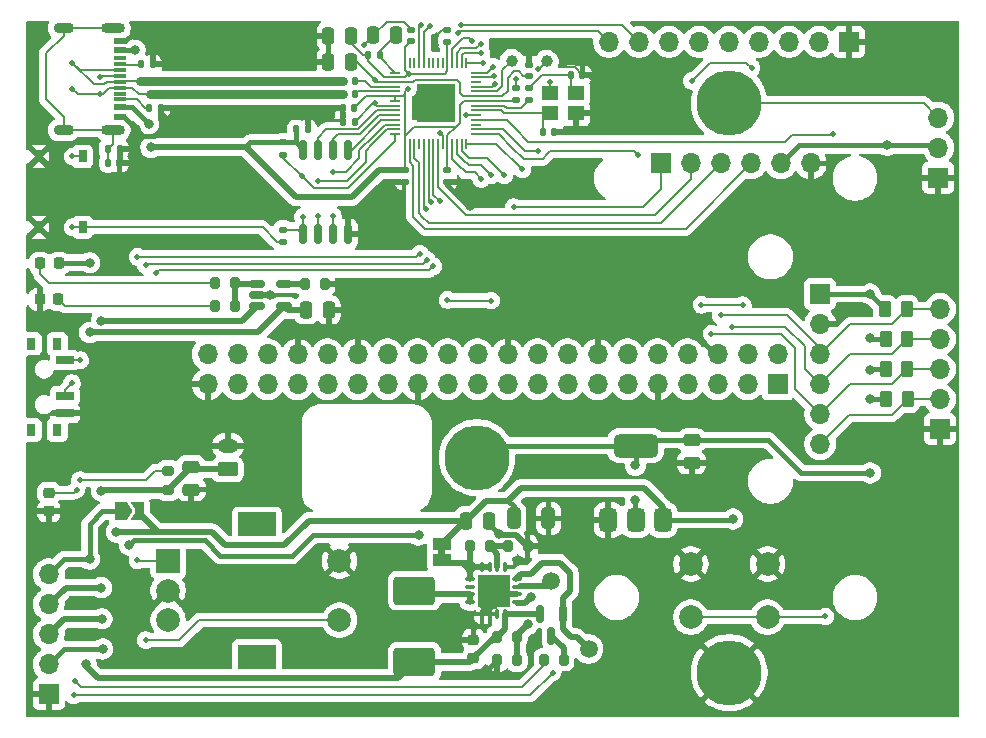
<source format=gtl>
G04 #@! TF.GenerationSoftware,KiCad,Pcbnew,9.0.0*
G04 #@! TF.CreationDate,2025-04-29T16:12:49+03:00*
G04 #@! TF.ProjectId,Embedded-Board,456d6265-6464-4656-942d-426f6172642e,rev?*
G04 #@! TF.SameCoordinates,Original*
G04 #@! TF.FileFunction,Copper,L1,Top*
G04 #@! TF.FilePolarity,Positive*
%FSLAX46Y46*%
G04 Gerber Fmt 4.6, Leading zero omitted, Abs format (unit mm)*
G04 Created by KiCad (PCBNEW 9.0.0) date 2025-04-29 16:12:49*
%MOMM*%
%LPD*%
G01*
G04 APERTURE LIST*
G04 Aperture macros list*
%AMRoundRect*
0 Rectangle with rounded corners*
0 $1 Rounding radius*
0 $2 $3 $4 $5 $6 $7 $8 $9 X,Y pos of 4 corners*
0 Add a 4 corners polygon primitive as box body*
4,1,4,$2,$3,$4,$5,$6,$7,$8,$9,$2,$3,0*
0 Add four circle primitives for the rounded corners*
1,1,$1+$1,$2,$3*
1,1,$1+$1,$4,$5*
1,1,$1+$1,$6,$7*
1,1,$1+$1,$8,$9*
0 Add four rect primitives between the rounded corners*
20,1,$1+$1,$2,$3,$4,$5,0*
20,1,$1+$1,$4,$5,$6,$7,0*
20,1,$1+$1,$6,$7,$8,$9,0*
20,1,$1+$1,$8,$9,$2,$3,0*%
%AMFreePoly0*
4,1,6,1.000000,0.000000,0.500000,-0.750000,-0.500000,-0.750000,-0.500000,0.750000,0.500000,0.750000,1.000000,0.000000,1.000000,0.000000,$1*%
%AMFreePoly1*
4,1,6,0.500000,-0.750000,-0.650000,-0.750000,-0.150000,0.000000,-0.650000,0.750000,0.500000,0.750000,0.500000,-0.750000,0.500000,-0.750000,$1*%
G04 Aperture macros list end*
G04 #@! TA.AperFunction,EtchedComponent*
%ADD10C,0.000000*%
G04 #@! TD*
G04 #@! TA.AperFunction,ComponentPad*
%ADD11R,1.700000X1.700000*%
G04 #@! TD*
G04 #@! TA.AperFunction,ComponentPad*
%ADD12O,1.700000X1.700000*%
G04 #@! TD*
G04 #@! TA.AperFunction,SMDPad,CuDef*
%ADD13RoundRect,0.135000X-0.135000X-0.185000X0.135000X-0.185000X0.135000X0.185000X-0.135000X0.185000X0*%
G04 #@! TD*
G04 #@! TA.AperFunction,SMDPad,CuDef*
%ADD14RoundRect,0.250000X-0.325000X-0.650000X0.325000X-0.650000X0.325000X0.650000X-0.325000X0.650000X0*%
G04 #@! TD*
G04 #@! TA.AperFunction,SMDPad,CuDef*
%ADD15RoundRect,0.250000X0.250000X0.475000X-0.250000X0.475000X-0.250000X-0.475000X0.250000X-0.475000X0*%
G04 #@! TD*
G04 #@! TA.AperFunction,SMDPad,CuDef*
%ADD16RoundRect,0.162500X0.162500X-0.650000X0.162500X0.650000X-0.162500X0.650000X-0.162500X-0.650000X0*%
G04 #@! TD*
G04 #@! TA.AperFunction,SMDPad,CuDef*
%ADD17RoundRect,0.140000X-0.170000X0.140000X-0.170000X-0.140000X0.170000X-0.140000X0.170000X0.140000X0*%
G04 #@! TD*
G04 #@! TA.AperFunction,SMDPad,CuDef*
%ADD18RoundRect,0.250000X-0.262500X-0.450000X0.262500X-0.450000X0.262500X0.450000X-0.262500X0.450000X0*%
G04 #@! TD*
G04 #@! TA.AperFunction,SMDPad,CuDef*
%ADD19RoundRect,0.140000X-0.140000X-0.170000X0.140000X-0.170000X0.140000X0.170000X-0.140000X0.170000X0*%
G04 #@! TD*
G04 #@! TA.AperFunction,SMDPad,CuDef*
%ADD20RoundRect,0.250000X1.500000X-0.925000X1.500000X0.925000X-1.500000X0.925000X-1.500000X-0.925000X0*%
G04 #@! TD*
G04 #@! TA.AperFunction,SMDPad,CuDef*
%ADD21R,0.750000X1.000000*%
G04 #@! TD*
G04 #@! TA.AperFunction,SMDPad,CuDef*
%ADD22RoundRect,0.135000X0.185000X-0.135000X0.185000X0.135000X-0.185000X0.135000X-0.185000X-0.135000X0*%
G04 #@! TD*
G04 #@! TA.AperFunction,SMDPad,CuDef*
%ADD23RoundRect,0.140000X0.140000X0.170000X-0.140000X0.170000X-0.140000X-0.170000X0.140000X-0.170000X0*%
G04 #@! TD*
G04 #@! TA.AperFunction,SMDPad,CuDef*
%ADD24RoundRect,0.218750X0.256250X-0.218750X0.256250X0.218750X-0.256250X0.218750X-0.256250X-0.218750X0*%
G04 #@! TD*
G04 #@! TA.AperFunction,SMDPad,CuDef*
%ADD25R,1.500000X1.000000*%
G04 #@! TD*
G04 #@! TA.AperFunction,SMDPad,CuDef*
%ADD26RoundRect,0.250000X-0.475000X0.250000X-0.475000X-0.250000X0.475000X-0.250000X0.475000X0.250000X0*%
G04 #@! TD*
G04 #@! TA.AperFunction,SMDPad,CuDef*
%ADD27RoundRect,0.200000X-0.200000X-0.275000X0.200000X-0.275000X0.200000X0.275000X-0.200000X0.275000X0*%
G04 #@! TD*
G04 #@! TA.AperFunction,SMDPad,CuDef*
%ADD28RoundRect,0.135000X0.135000X0.185000X-0.135000X0.185000X-0.135000X-0.185000X0.135000X-0.185000X0*%
G04 #@! TD*
G04 #@! TA.AperFunction,SMDPad,CuDef*
%ADD29C,1.000000*%
G04 #@! TD*
G04 #@! TA.AperFunction,SMDPad,CuDef*
%ADD30RoundRect,0.225000X0.250000X-0.225000X0.250000X0.225000X-0.250000X0.225000X-0.250000X-0.225000X0*%
G04 #@! TD*
G04 #@! TA.AperFunction,SMDPad,CuDef*
%ADD31R,1.400000X1.200000*%
G04 #@! TD*
G04 #@! TA.AperFunction,SMDPad,CuDef*
%ADD32RoundRect,0.375000X0.375000X-0.625000X0.375000X0.625000X-0.375000X0.625000X-0.375000X-0.625000X0*%
G04 #@! TD*
G04 #@! TA.AperFunction,SMDPad,CuDef*
%ADD33RoundRect,0.500000X1.400000X-0.500000X1.400000X0.500000X-1.400000X0.500000X-1.400000X-0.500000X0*%
G04 #@! TD*
G04 #@! TA.AperFunction,SMDPad,CuDef*
%ADD34RoundRect,0.135000X-0.185000X0.135000X-0.185000X-0.135000X0.185000X-0.135000X0.185000X0.135000X0*%
G04 #@! TD*
G04 #@! TA.AperFunction,SMDPad,CuDef*
%ADD35RoundRect,0.200000X-0.275000X0.200000X-0.275000X-0.200000X0.275000X-0.200000X0.275000X0.200000X0*%
G04 #@! TD*
G04 #@! TA.AperFunction,SMDPad,CuDef*
%ADD36C,1.500000*%
G04 #@! TD*
G04 #@! TA.AperFunction,SMDPad,CuDef*
%ADD37RoundRect,0.150000X-0.512500X-0.150000X0.512500X-0.150000X0.512500X0.150000X-0.512500X0.150000X0*%
G04 #@! TD*
G04 #@! TA.AperFunction,ComponentPad*
%ADD38RoundRect,0.250000X0.625000X-0.350000X0.625000X0.350000X-0.625000X0.350000X-0.625000X-0.350000X0*%
G04 #@! TD*
G04 #@! TA.AperFunction,ComponentPad*
%ADD39O,1.750000X1.200000*%
G04 #@! TD*
G04 #@! TA.AperFunction,SMDPad,CuDef*
%ADD40RoundRect,0.250000X-0.250000X-0.475000X0.250000X-0.475000X0.250000X0.475000X-0.250000X0.475000X0*%
G04 #@! TD*
G04 #@! TA.AperFunction,SMDPad,CuDef*
%ADD41RoundRect,0.200000X0.200000X0.275000X-0.200000X0.275000X-0.200000X-0.275000X0.200000X-0.275000X0*%
G04 #@! TD*
G04 #@! TA.AperFunction,SMDPad,CuDef*
%ADD42RoundRect,0.050000X0.050000X-0.387500X0.050000X0.387500X-0.050000X0.387500X-0.050000X-0.387500X0*%
G04 #@! TD*
G04 #@! TA.AperFunction,SMDPad,CuDef*
%ADD43RoundRect,0.050000X0.387500X-0.050000X0.387500X0.050000X-0.387500X0.050000X-0.387500X-0.050000X0*%
G04 #@! TD*
G04 #@! TA.AperFunction,HeatsinkPad*
%ADD44R,3.200000X3.200000*%
G04 #@! TD*
G04 #@! TA.AperFunction,ComponentPad*
%ADD45C,5.500000*%
G04 #@! TD*
G04 #@! TA.AperFunction,SMDPad,CuDef*
%ADD46RoundRect,0.140000X0.170000X-0.140000X0.170000X0.140000X-0.170000X0.140000X-0.170000X-0.140000X0*%
G04 #@! TD*
G04 #@! TA.AperFunction,ComponentPad*
%ADD47C,2.000000*%
G04 #@! TD*
G04 #@! TA.AperFunction,SMDPad,CuDef*
%ADD48RoundRect,0.087500X-0.325000X-0.087500X0.325000X-0.087500X0.325000X0.087500X-0.325000X0.087500X0*%
G04 #@! TD*
G04 #@! TA.AperFunction,SMDPad,CuDef*
%ADD49RoundRect,0.087500X-0.087500X-0.325000X0.087500X-0.325000X0.087500X0.325000X-0.087500X0.325000X0*%
G04 #@! TD*
G04 #@! TA.AperFunction,HeatsinkPad*
%ADD50C,0.500000*%
G04 #@! TD*
G04 #@! TA.AperFunction,HeatsinkPad*
%ADD51R,2.700000X2.700000*%
G04 #@! TD*
G04 #@! TA.AperFunction,ComponentPad*
%ADD52R,2.000000X2.000000*%
G04 #@! TD*
G04 #@! TA.AperFunction,ComponentPad*
%ADD53R,3.200000X2.000000*%
G04 #@! TD*
G04 #@! TA.AperFunction,SMDPad,CuDef*
%ADD54RoundRect,0.218750X-0.218750X-0.256250X0.218750X-0.256250X0.218750X0.256250X-0.218750X0.256250X0*%
G04 #@! TD*
G04 #@! TA.AperFunction,SMDPad,CuDef*
%ADD55R,0.800000X1.000000*%
G04 #@! TD*
G04 #@! TA.AperFunction,SMDPad,CuDef*
%ADD56R,1.500000X0.700000*%
G04 #@! TD*
G04 #@! TA.AperFunction,SMDPad,CuDef*
%ADD57FreePoly0,0.000000*%
G04 #@! TD*
G04 #@! TA.AperFunction,SMDPad,CuDef*
%ADD58FreePoly1,0.000000*%
G04 #@! TD*
G04 #@! TA.AperFunction,SMDPad,CuDef*
%ADD59R,1.140000X0.600000*%
G04 #@! TD*
G04 #@! TA.AperFunction,SMDPad,CuDef*
%ADD60R,1.140000X0.300000*%
G04 #@! TD*
G04 #@! TA.AperFunction,ComponentPad*
%ADD61O,2.000000X0.900000*%
G04 #@! TD*
G04 #@! TA.AperFunction,ComponentPad*
%ADD62O,1.700000X0.900000*%
G04 #@! TD*
G04 #@! TA.AperFunction,SMDPad,CuDef*
%ADD63RoundRect,0.150000X-0.150000X0.587500X-0.150000X-0.587500X0.150000X-0.587500X0.150000X0.587500X0*%
G04 #@! TD*
G04 #@! TA.AperFunction,ViaPad*
%ADD64C,0.800000*%
G04 #@! TD*
G04 #@! TA.AperFunction,ViaPad*
%ADD65C,0.500000*%
G04 #@! TD*
G04 #@! TA.AperFunction,Conductor*
%ADD66C,0.400000*%
G04 #@! TD*
G04 #@! TA.AperFunction,Conductor*
%ADD67C,0.200000*%
G04 #@! TD*
G04 #@! TA.AperFunction,Conductor*
%ADD68C,0.500000*%
G04 #@! TD*
G04 #@! TA.AperFunction,Conductor*
%ADD69C,0.770000*%
G04 #@! TD*
G04 APERTURE END LIST*
D10*
G04 #@! TA.AperFunction,EtchedComponent*
G36*
X111100000Y-100400000D02*
G01*
X110500000Y-100400000D01*
X110500000Y-99900000D01*
X111100000Y-99900000D01*
X111100000Y-100400000D01*
G37*
G04 #@! TD.AperFunction*
D11*
X77550000Y-112179999D03*
D12*
X77550000Y-109639999D03*
X77550000Y-107100000D03*
X77550000Y-104559999D03*
X77550000Y-102019999D03*
D13*
X102415000Y-60275000D03*
X103435000Y-60275000D03*
D14*
X116900000Y-97300000D03*
X119850000Y-97300000D03*
D15*
X103125000Y-58625000D03*
X101225002Y-58625000D03*
D16*
X99060000Y-73237500D03*
X100330000Y-73237500D03*
X101600000Y-73237500D03*
X102870000Y-73237500D03*
X102870000Y-66062500D03*
X101600000Y-66062500D03*
X100330000Y-66062500D03*
X99060000Y-66062500D03*
D17*
X111300000Y-67820000D03*
X111300000Y-68780000D03*
X107700000Y-67825000D03*
X107700000Y-68785000D03*
D13*
X104540000Y-58050000D03*
X105560000Y-58050000D03*
D18*
X148375000Y-79600000D03*
X150200000Y-79600000D03*
D19*
X82570000Y-67200000D03*
X83530000Y-67200000D03*
D20*
X108500000Y-109450000D03*
X108500000Y-103400000D03*
D18*
X148387500Y-82100000D03*
X150212500Y-82100000D03*
X148387500Y-84650000D03*
X150212500Y-84650000D03*
D21*
X80400000Y-66650000D03*
X80400000Y-72650000D03*
X76700000Y-66650000D03*
X76700000Y-72650000D03*
D22*
X97365000Y-73859999D03*
X97365000Y-72840001D03*
D23*
X120330000Y-64550000D03*
X119370000Y-64550000D03*
D24*
X77550000Y-96687501D03*
X77550000Y-95112499D03*
D25*
X110799999Y-100800001D03*
X110800001Y-99499999D03*
D26*
X89600000Y-92950002D03*
X89600000Y-94849998D03*
D27*
X116425000Y-99650000D03*
X118075000Y-99650000D03*
D28*
X103434999Y-61400000D03*
X102415001Y-61400000D03*
D29*
X119700000Y-58600000D03*
D30*
X113500000Y-109125000D03*
X113500000Y-107575000D03*
D27*
X115525000Y-109300000D03*
X117175000Y-109300000D03*
D31*
X119950000Y-63000000D03*
X122150000Y-63000000D03*
X122150000Y-61300000D03*
X119950000Y-61300000D03*
D23*
X103425000Y-62550000D03*
X102465000Y-62550000D03*
D15*
X103124999Y-56450000D03*
X101225001Y-56450000D03*
D32*
X124925000Y-97425000D03*
X127225000Y-97424999D03*
D33*
X127225000Y-91125001D03*
D32*
X129525000Y-97425000D03*
D34*
X118200000Y-60840001D03*
X118200000Y-61859999D03*
D29*
X116750000Y-58550000D03*
D11*
X152850000Y-68440000D03*
D12*
X152850000Y-65900000D03*
X152849999Y-63359999D03*
D11*
X145300000Y-56950000D03*
D12*
X142760000Y-56950000D03*
X140220001Y-56950000D03*
X137680000Y-56950000D03*
X135140000Y-56950000D03*
X132600000Y-56950000D03*
X130060000Y-56950000D03*
X127519999Y-56950000D03*
X124980000Y-56950000D03*
D35*
X87650000Y-93275000D03*
X87650000Y-94925000D03*
D36*
X120050000Y-102600000D03*
D19*
X98515000Y-64350000D03*
X99475000Y-64350000D03*
D37*
X95187500Y-77450000D03*
X95187500Y-78400000D03*
X95187500Y-79350000D03*
X97462500Y-79350000D03*
X97462500Y-77450000D03*
D28*
X87059999Y-62550000D03*
X86040001Y-62550000D03*
D38*
X92700000Y-93150000D03*
D39*
X92700000Y-91149999D03*
D34*
X97390000Y-65465001D03*
X97390000Y-66484999D03*
D19*
X121770000Y-59725000D03*
X122730000Y-59725000D03*
D40*
X112900002Y-97499999D03*
X114799998Y-97500001D03*
D41*
X114875000Y-99650000D03*
X113225000Y-99650000D03*
D42*
X107700000Y-65587500D03*
X108100001Y-65587500D03*
X108500000Y-65587500D03*
X108900000Y-65587500D03*
X109300000Y-65587500D03*
X109699999Y-65587500D03*
X110100000Y-65587500D03*
X110500000Y-65587500D03*
X110900001Y-65587500D03*
X111300000Y-65587500D03*
X111700000Y-65587500D03*
X112100000Y-65587500D03*
X112499999Y-65587500D03*
X112900000Y-65587500D03*
D43*
X113737500Y-64750000D03*
X113737500Y-64349999D03*
X113737500Y-63950000D03*
X113737500Y-63550000D03*
X113737500Y-63150000D03*
X113737500Y-62750001D03*
X113737500Y-62350000D03*
X113737500Y-61950000D03*
X113737500Y-61549999D03*
X113737500Y-61150000D03*
X113737500Y-60750000D03*
X113737500Y-60350000D03*
X113737500Y-59950001D03*
X113737500Y-59550000D03*
D42*
X112900000Y-58712500D03*
X112499999Y-58712500D03*
X112100000Y-58712500D03*
X111700000Y-58712500D03*
X111300000Y-58712500D03*
X110900001Y-58712500D03*
X110500000Y-58712500D03*
X110100000Y-58712500D03*
X109699999Y-58712500D03*
X109300000Y-58712500D03*
X108900000Y-58712500D03*
X108500000Y-58712500D03*
X108100001Y-58712500D03*
X107700000Y-58712500D03*
D43*
X106862500Y-59550000D03*
X106862500Y-59950001D03*
X106862500Y-60350000D03*
X106862500Y-60750000D03*
X106862500Y-61150000D03*
X106862500Y-61549999D03*
X106862500Y-61950000D03*
X106862500Y-62350000D03*
X106862500Y-62750001D03*
X106862500Y-63150000D03*
X106862500Y-63550000D03*
X106862500Y-63950000D03*
X106862500Y-64349999D03*
X106862500Y-64750000D03*
D44*
X110300000Y-62150000D03*
D45*
X113800000Y-92150000D03*
D26*
X131975000Y-90675001D03*
X131975000Y-92574999D03*
D27*
X91650000Y-79300000D03*
X93300000Y-79300000D03*
D46*
X117125000Y-61855000D03*
X117125000Y-60895000D03*
D47*
X131900000Y-101150000D03*
X138400000Y-101150000D03*
X131900000Y-105650000D03*
X138400000Y-105650000D03*
D45*
X135150000Y-110350000D03*
D48*
X113237500Y-102425000D03*
X113237500Y-103075000D03*
X113237500Y-103725000D03*
X113237500Y-104375000D03*
D49*
X114225000Y-105362500D03*
X114875000Y-105362500D03*
X115525000Y-105362500D03*
X116175000Y-105362500D03*
D48*
X117162500Y-104375000D03*
X117162500Y-103725000D03*
X117162500Y-103075000D03*
X117162500Y-102425000D03*
D49*
X116175000Y-101437500D03*
X115525000Y-101437500D03*
X114875000Y-101437500D03*
X114225000Y-101437500D03*
D50*
X114100000Y-102300000D03*
X114100000Y-103400000D03*
X114100000Y-104500000D03*
X115200000Y-102300000D03*
X115200000Y-103400000D03*
D51*
X115200000Y-103400000D03*
D50*
X115200000Y-104500000D03*
X116300000Y-102300000D03*
X116300000Y-103400000D03*
X116300000Y-104500000D03*
D23*
X103430000Y-63700000D03*
X102470000Y-63700000D03*
D18*
X148437500Y-87200000D03*
X150262500Y-87200000D03*
D52*
X87650000Y-100900000D03*
D47*
X87650000Y-105900000D03*
X87650000Y-103400000D03*
D53*
X95150000Y-97800000D03*
X95150000Y-109000000D03*
D47*
X102150000Y-105900000D03*
X102150000Y-100900000D03*
D15*
X106899999Y-56400000D03*
X105000001Y-56400000D03*
D46*
X108200000Y-56880000D03*
X108200000Y-55920000D03*
D11*
X139250000Y-85940000D03*
D12*
X139250000Y-83400000D03*
X136710000Y-85940000D03*
X136710000Y-83400000D03*
X134170001Y-85940000D03*
X134170000Y-83400000D03*
X131630000Y-85940000D03*
X131630000Y-83400000D03*
X129090000Y-85940000D03*
X129090000Y-83400000D03*
X126550000Y-85940000D03*
X126550000Y-83400000D03*
X124010000Y-85940000D03*
X124010000Y-83400000D03*
X121469999Y-85940000D03*
X121470000Y-83400000D03*
X118930000Y-85940000D03*
X118930000Y-83400000D03*
X116390000Y-85940000D03*
X116390000Y-83400000D03*
X113850000Y-85940000D03*
X113850000Y-83400000D03*
X111310001Y-85940000D03*
X111310000Y-83400000D03*
X108770000Y-85940000D03*
X108770000Y-83400000D03*
X106230000Y-85940000D03*
X106230000Y-83400000D03*
X103690000Y-85940000D03*
X103690000Y-83400000D03*
X101150001Y-85940000D03*
X101150000Y-83400000D03*
X98609999Y-85940000D03*
X98610000Y-83400000D03*
X96070000Y-85940000D03*
X96070000Y-83400000D03*
X93530000Y-85940000D03*
X93530000Y-83400000D03*
X90990000Y-85940000D03*
X90990000Y-83400000D03*
D13*
X82540000Y-66000000D03*
X83560000Y-66000000D03*
D11*
X153000000Y-89729999D03*
D12*
X153000000Y-87189999D03*
X153000000Y-84650000D03*
X153000000Y-82109999D03*
X153000000Y-79569999D03*
D27*
X91650000Y-77400000D03*
X93300000Y-77400000D03*
D54*
X76762499Y-78750000D03*
X78337501Y-78750000D03*
D36*
X123250000Y-108350000D03*
D54*
X76812499Y-75700000D03*
X78387501Y-75700000D03*
D41*
X117175000Y-107300000D03*
X115525000Y-107300000D03*
D27*
X99250000Y-77450000D03*
X100900000Y-77450000D03*
D46*
X118200000Y-59830000D03*
X118200000Y-58870000D03*
D55*
X78250000Y-82500000D03*
X76050000Y-82500000D03*
X78250000Y-89800000D03*
X76050000Y-89800000D03*
D56*
X78900000Y-83900000D03*
X78900000Y-86900000D03*
X78900000Y-88400000D03*
D41*
X121150000Y-109250000D03*
X119500000Y-109250000D03*
D57*
X83625000Y-96700000D03*
D58*
X85075000Y-96700000D03*
D13*
X85340001Y-58850000D03*
X86359999Y-58850000D03*
D59*
X83540000Y-56875000D03*
X83540000Y-57675000D03*
D60*
X83540000Y-58825001D03*
X83540000Y-59825000D03*
X83540000Y-60325000D03*
X83540000Y-61324999D03*
D59*
X83540000Y-63275000D03*
X83540000Y-62475000D03*
D60*
X83540000Y-61825000D03*
X83540000Y-60825000D03*
X83540000Y-59325000D03*
X83540000Y-58325000D03*
D61*
X82970000Y-55750000D03*
D62*
X78790000Y-55750000D03*
D61*
X82970000Y-64400000D03*
D62*
X78790000Y-64400000D03*
D40*
X99350000Y-79650000D03*
X101250000Y-79650000D03*
D45*
X135150000Y-62150000D03*
D63*
X121050000Y-105350000D03*
X119150000Y-105350000D03*
X120100000Y-107225001D03*
D46*
X111300000Y-56930000D03*
X111300000Y-55970000D03*
D11*
X142850000Y-78300000D03*
D12*
X142850000Y-80840000D03*
X142850000Y-83379999D03*
X142850000Y-85920001D03*
X142850000Y-88460000D03*
X142850000Y-91000000D03*
D11*
X129356379Y-67243216D03*
D12*
X131896379Y-67243216D03*
X134436378Y-67243216D03*
X136976380Y-67243216D03*
X139516379Y-67243216D03*
X142056379Y-67243216D03*
D64*
X113550000Y-106400000D03*
D65*
X111300000Y-63150000D03*
D64*
X85200000Y-55750000D03*
X96300000Y-78400000D03*
D65*
X110300000Y-62150000D03*
D64*
X84950000Y-64300000D03*
D65*
X110300000Y-63150000D03*
X109250000Y-62150000D03*
D64*
X114650000Y-110150000D03*
D65*
X111300000Y-62150000D03*
D64*
X123800000Y-61500000D03*
X101450000Y-62800000D03*
D65*
X109250000Y-61100000D03*
D64*
X132600000Y-80600000D03*
D65*
X110300000Y-61100000D03*
X112900000Y-63150000D03*
D64*
X113209314Y-70840686D03*
X115650000Y-98600000D03*
D65*
X117100000Y-60100000D03*
X109250000Y-63150000D03*
X110350000Y-57250000D03*
X104200000Y-57250000D03*
X111300000Y-61100000D03*
D64*
X87700000Y-63650000D03*
D65*
X119950000Y-60350000D03*
D64*
X80692456Y-109590983D03*
X82000000Y-103150000D03*
X82000000Y-94950000D03*
X82000000Y-80550000D03*
X86000000Y-63900000D03*
X84850000Y-57650000D03*
X81000000Y-81550000D03*
X81000000Y-100750000D03*
X81000000Y-75650000D03*
X135450000Y-97350000D03*
X83250000Y-98450000D03*
X82050000Y-105800000D03*
X147050000Y-87200000D03*
X148500000Y-65700000D03*
X147075000Y-82050000D03*
X108850000Y-98700000D03*
X147100000Y-93450000D03*
X127200000Y-92800000D03*
X84350000Y-99550000D03*
X127200000Y-95700000D03*
X82100000Y-108350000D03*
X147075000Y-78300000D03*
D65*
X107950000Y-60900000D03*
D64*
X147075000Y-84700000D03*
D65*
X108000000Y-59650000D03*
D64*
X86175000Y-65875000D03*
D65*
X105150000Y-62150000D03*
X105150000Y-60150000D03*
X79900000Y-94850000D03*
X79750000Y-111100000D03*
X134450000Y-80100000D03*
X135350000Y-81050000D03*
X133650000Y-81650000D03*
X116900000Y-70950000D03*
X110700000Y-64700000D03*
X136300000Y-79250000D03*
X132800000Y-79200000D03*
X111300000Y-78800000D03*
X115000000Y-78850000D03*
X115000000Y-68250000D03*
X127400000Y-66550000D03*
X117650000Y-67750000D03*
X118950000Y-66200000D03*
X114150000Y-68550000D03*
X116100000Y-68250000D03*
X115250000Y-59800000D03*
X132000000Y-60250000D03*
X137050000Y-59150000D03*
X115150000Y-59050000D03*
X79550000Y-58700000D03*
X79550000Y-60950000D03*
X81850000Y-61400000D03*
X81850000Y-59950000D03*
X99050000Y-71800000D03*
X98950000Y-68300000D03*
X79550000Y-72650000D03*
X79550000Y-66650000D03*
D64*
X118100000Y-106250000D03*
X118350000Y-103950000D03*
D65*
X80200000Y-83900000D03*
X80200000Y-94050000D03*
X143300000Y-105600000D03*
X143950000Y-64750000D03*
X108950000Y-74900000D03*
X85050000Y-75150000D03*
X109500000Y-71100000D03*
X85050000Y-100850000D03*
X109900000Y-70500000D03*
X85750000Y-107600000D03*
X109550000Y-75400000D03*
X85750000Y-75850000D03*
X110100000Y-75950000D03*
X86652000Y-76552000D03*
X110650000Y-70450000D03*
X120050000Y-102600000D03*
X79650000Y-112250000D03*
X120200000Y-110350000D03*
X79500000Y-85850000D03*
X101600000Y-71700000D03*
X101600000Y-67950000D03*
X100350000Y-71700000D03*
X100350000Y-68700000D03*
X114300000Y-58700000D03*
X109800000Y-55600000D03*
X112450000Y-55500000D03*
X114100000Y-57150000D03*
X113350000Y-56850000D03*
X114150000Y-57900000D03*
X115350000Y-60500000D03*
X118950000Y-59250000D03*
X109050000Y-55500000D03*
X112150000Y-56200000D03*
D66*
X115525000Y-109300000D02*
X115500000Y-109300000D01*
D67*
X105000001Y-56400000D02*
X105000001Y-56449999D01*
X110830000Y-55970000D02*
X110500000Y-56300000D01*
X106150001Y-55250000D02*
X105000001Y-56400000D01*
X121100000Y-59050000D02*
X122055000Y-59050000D01*
X110350000Y-56450000D02*
X110350000Y-57250000D01*
D68*
X115525000Y-103725000D02*
X115200000Y-103400000D01*
D66*
X113500000Y-107575000D02*
X113500000Y-106450000D01*
X83540000Y-63275000D02*
X83925000Y-63275000D01*
D67*
X120800000Y-58750000D02*
X121100000Y-59050000D01*
X122730000Y-59725000D02*
X123025000Y-59725000D01*
D66*
X115500000Y-109300000D02*
X114650000Y-110150000D01*
D67*
X118200000Y-58870000D02*
X118200000Y-58350000D01*
D66*
X85550000Y-64900000D02*
X86450000Y-64900000D01*
X114799998Y-97749998D02*
X115650000Y-98600000D01*
D67*
X119000000Y-57550000D02*
X120100000Y-57550000D01*
D66*
X111300000Y-69100000D02*
X113040686Y-70840686D01*
D67*
X117125000Y-60895000D02*
X117125000Y-60125000D01*
X123025000Y-59725000D02*
X123600000Y-60300000D01*
D68*
X118075000Y-99650000D02*
X118050000Y-99650000D01*
D67*
X119950000Y-60350000D02*
X119950000Y-61300000D01*
D66*
X83925000Y-63275000D02*
X84950000Y-64300000D01*
D68*
X115774000Y-98724000D02*
X115650000Y-98600000D01*
D67*
X117125000Y-60125000D02*
X117100000Y-60100000D01*
D66*
X83540000Y-56875000D02*
X84025000Y-56875000D01*
D67*
X111300000Y-55970000D02*
X110830000Y-55970000D01*
X108200000Y-55850000D02*
X107600000Y-55250000D01*
D66*
X133150000Y-82650000D02*
X132600000Y-82100000D01*
X85150000Y-55750000D02*
X85200000Y-55750000D01*
X84950000Y-64300000D02*
X85550000Y-64900000D01*
X133900000Y-83400000D02*
X133150000Y-82650000D01*
X84025000Y-56875000D02*
X84650000Y-56250000D01*
X102465000Y-62550000D02*
X101700000Y-62550000D01*
X87059999Y-63009999D02*
X87700000Y-63650000D01*
D67*
X113737500Y-63150000D02*
X112900000Y-63150000D01*
X108200000Y-55920000D02*
X108200000Y-55850000D01*
D68*
X95187500Y-78400000D02*
X96300000Y-78400000D01*
D66*
X132600000Y-82100000D02*
X132600000Y-80600000D01*
D67*
X120800000Y-58250000D02*
X120800000Y-58750000D01*
D66*
X134170000Y-83400000D02*
X133900000Y-83400000D01*
D67*
X122055000Y-59050000D02*
X122730000Y-59725000D01*
X107600000Y-55250000D02*
X106150001Y-55250000D01*
D66*
X114799998Y-97500001D02*
X114799998Y-97749998D01*
D68*
X117124000Y-98724000D02*
X115774000Y-98724000D01*
D67*
X110500000Y-56300000D02*
X110350000Y-56450000D01*
D66*
X113500000Y-106450000D02*
X113550000Y-106400000D01*
X101700000Y-62550000D02*
X101450000Y-62800000D01*
D67*
X118200000Y-58350000D02*
X119000000Y-57550000D01*
X105000001Y-56449999D02*
X104200000Y-57250000D01*
D68*
X118050000Y-99650000D02*
X117124000Y-98724000D01*
D66*
X111300000Y-68780000D02*
X111300000Y-69100000D01*
D68*
X117162500Y-103725000D02*
X115525000Y-103725000D01*
D67*
X120100000Y-57550000D02*
X120800000Y-58250000D01*
D66*
X113040686Y-70840686D02*
X113209314Y-70840686D01*
X87059999Y-62550000D02*
X87059999Y-63009999D01*
X84650000Y-56250000D02*
X85150000Y-55750000D01*
X86450000Y-64900000D02*
X87700000Y-63650000D01*
D67*
X123600000Y-61300000D02*
X123800000Y-61500000D01*
X123600000Y-60300000D02*
X123600000Y-61300000D01*
D68*
X119150000Y-105350000D02*
X116187500Y-105350000D01*
X108500000Y-109450000D02*
X113175000Y-109450000D01*
X95187500Y-79350000D02*
X93937500Y-80600000D01*
X115525000Y-107300000D02*
X115325000Y-107300000D01*
X80692456Y-109792456D02*
X80692456Y-109590983D01*
X108500000Y-109450000D02*
X107150000Y-110800000D01*
X113175000Y-109450000D02*
X113500000Y-109125000D01*
X89600000Y-92975000D02*
X87650000Y-94925000D01*
X82000000Y-103150000D02*
X78959999Y-103150000D01*
X115325000Y-107300000D02*
X113500000Y-109125000D01*
X116175000Y-105362500D02*
X116175000Y-106650000D01*
X82050000Y-80600000D02*
X82000000Y-80550000D01*
X92650000Y-80600000D02*
X82050000Y-80600000D01*
X116175000Y-106650000D02*
X115525000Y-107300000D01*
X78959999Y-103150000D02*
X77550000Y-104559999D01*
X93937500Y-80600000D02*
X92650000Y-80600000D01*
X116187500Y-105350000D02*
X116175000Y-105362500D01*
X89600000Y-92950002D02*
X89600000Y-92975000D01*
X82000000Y-94950000D02*
X82025000Y-94925000D01*
X107150000Y-110800000D02*
X81700000Y-110800000D01*
X89799998Y-93150000D02*
X89600000Y-92950002D01*
X81700000Y-110800000D02*
X80692456Y-109792456D01*
X92525000Y-93325000D02*
X92700000Y-93150000D01*
X82025000Y-94925000D02*
X87650000Y-94925000D01*
X92700000Y-93150000D02*
X89799998Y-93150000D01*
D66*
X78437501Y-75650000D02*
X78387501Y-75700000D01*
D68*
X97762500Y-79650000D02*
X98950000Y-79650000D01*
D66*
X81000000Y-100750000D02*
X78819999Y-100750000D01*
X81000000Y-97750000D02*
X82050000Y-96700000D01*
X82050000Y-96700000D02*
X83625000Y-96700000D01*
D68*
X97462500Y-79350000D02*
X97762500Y-79650000D01*
D66*
X83540000Y-57675000D02*
X84825000Y-57675000D01*
X84575000Y-62475000D02*
X86000000Y-63900000D01*
X81000000Y-75650000D02*
X78437501Y-75650000D01*
X81000000Y-100750000D02*
X81000000Y-97750000D01*
X84825000Y-57675000D02*
X84850000Y-57650000D01*
D68*
X97462500Y-79350000D02*
X95262500Y-81550000D01*
X95262500Y-81550000D02*
X81000000Y-81550000D01*
D66*
X78819999Y-100750000D02*
X77550000Y-102019999D01*
X83540000Y-62475000D02*
X84575000Y-62475000D01*
D68*
X98950000Y-79650000D02*
X99250000Y-79350000D01*
X78850000Y-105800000D02*
X77550000Y-107100000D01*
X127950000Y-94750000D02*
X117500000Y-94750000D01*
X114600001Y-95800000D02*
X112900002Y-97499999D01*
X92450000Y-99550000D02*
X91350000Y-98450000D01*
X112900002Y-97499999D02*
X112800001Y-97499999D01*
X116450000Y-95800000D02*
X114600001Y-95800000D01*
X86750000Y-98450000D02*
X85080903Y-96780903D01*
D66*
X135375000Y-97425000D02*
X129525000Y-97425000D01*
D68*
X91350000Y-98450000D02*
X86900000Y-98450000D01*
X129525000Y-97425000D02*
X129525000Y-96325000D01*
D66*
X116900000Y-96250000D02*
X116450000Y-95800000D01*
X135450000Y-97350000D02*
X135375000Y-97425000D01*
D68*
X86900000Y-98450000D02*
X83250000Y-98450000D01*
X112800001Y-97499999D02*
X110800001Y-99499999D01*
X86900000Y-98450000D02*
X86750000Y-98450000D01*
X112900002Y-97499999D02*
X99550001Y-97499999D01*
X85080903Y-96780903D02*
X85080903Y-96700000D01*
D66*
X116900000Y-97300000D02*
X116900000Y-96250000D01*
D68*
X99550001Y-97499999D02*
X97500000Y-99550000D01*
X82050000Y-105800000D02*
X78850000Y-105800000D01*
X97500000Y-99550000D02*
X92450000Y-99550000D01*
X129525000Y-96325000D02*
X127950000Y-94750000D01*
X117500000Y-94750000D02*
X116450000Y-95800000D01*
D66*
X148500000Y-65700000D02*
X152650000Y-65700000D01*
D67*
X107700000Y-61150000D02*
X107700000Y-61400000D01*
D66*
X147050000Y-87200000D02*
X148437500Y-87200000D01*
D67*
X112000000Y-64150000D02*
X112350000Y-63800000D01*
D66*
X98150000Y-100450000D02*
X92050000Y-100450000D01*
D67*
X108450000Y-64150000D02*
X107700000Y-64900000D01*
X106862500Y-61549999D02*
X107550001Y-61549999D01*
X106862500Y-61950000D02*
X106862500Y-61549999D01*
D66*
X92050000Y-100450000D02*
X90750000Y-99150000D01*
X82100000Y-108350000D02*
X78839999Y-108350000D01*
X94584999Y-65465001D02*
X94200000Y-65850000D01*
D67*
X106862499Y-61550000D02*
X104425000Y-61550000D01*
D66*
X127200000Y-97399999D02*
X127225000Y-97424999D01*
D67*
X111300000Y-64850000D02*
X112000000Y-64150000D01*
X108000000Y-59650000D02*
X107700000Y-59350000D01*
X107700000Y-58712500D02*
X107700000Y-57380000D01*
X104150000Y-58050000D02*
X104540000Y-58050000D01*
D66*
X108850000Y-98700000D02*
X99900000Y-98700000D01*
X148387500Y-82100000D02*
X147125000Y-82100000D01*
D67*
X106862500Y-61549999D02*
X106862499Y-61550000D01*
X107699999Y-59950001D02*
X108000000Y-59650000D01*
X111300000Y-65587500D02*
X111300000Y-67820000D01*
X104425000Y-61550000D02*
X103425000Y-62550000D01*
D66*
X98515000Y-64350000D02*
X98515000Y-65412502D01*
D68*
X105475000Y-67825000D02*
X103200000Y-70100000D01*
X98450000Y-70100000D02*
X94200000Y-65850000D01*
D67*
X111300000Y-56930000D02*
X111300000Y-58712500D01*
D66*
X141250000Y-93450000D02*
X138475001Y-90675001D01*
X141059595Y-65700000D02*
X148500000Y-65700000D01*
D67*
X111300000Y-65587500D02*
X111300000Y-64850000D01*
D66*
X139516379Y-67243216D02*
X141059595Y-65700000D01*
X90750000Y-99150000D02*
X84750000Y-99150000D01*
X127225000Y-91125001D02*
X114824999Y-91125001D01*
D67*
X111100000Y-59650000D02*
X108000000Y-59650000D01*
X107950000Y-60900000D02*
X107700000Y-61150000D01*
D68*
X103200000Y-70100000D02*
X98450000Y-70100000D01*
D66*
X147125000Y-84650000D02*
X147075000Y-84700000D01*
D68*
X94200000Y-65850000D02*
X86200000Y-65850000D01*
D66*
X147125000Y-82100000D02*
X147075000Y-82050000D01*
D67*
X105950001Y-59950001D02*
X106862500Y-59950001D01*
D68*
X107700000Y-67825000D02*
X105475000Y-67825000D01*
D67*
X107550001Y-61549999D02*
X107700000Y-61400000D01*
D66*
X147075000Y-78300000D02*
X148375000Y-79600000D01*
X84750000Y-99150000D02*
X84350000Y-99550000D01*
X98515000Y-65412502D02*
X98462501Y-65465001D01*
D67*
X103124999Y-57024999D02*
X104150000Y-58050000D01*
D66*
X97390000Y-65465001D02*
X98462501Y-65465001D01*
X148387500Y-84650000D02*
X147125000Y-84650000D01*
D67*
X112000000Y-64150000D02*
X108450000Y-64150000D01*
D66*
X98462501Y-65465001D02*
X99060000Y-66062500D01*
X97390000Y-65465001D02*
X94584999Y-65465001D01*
X147100000Y-93450000D02*
X141250000Y-93450000D01*
X78839999Y-108350000D02*
X77550000Y-109639999D01*
X127225000Y-92775000D02*
X127200000Y-92800000D01*
X138475001Y-90675001D02*
X131975000Y-90675001D01*
X152650000Y-65700000D02*
X152850000Y-65900000D01*
X142850000Y-78300000D02*
X147075000Y-78300000D01*
D67*
X112350000Y-62300000D02*
X112700000Y-61950000D01*
X103124999Y-56450000D02*
X103124999Y-57024999D01*
D66*
X99900000Y-98700000D02*
X98150000Y-100450000D01*
D67*
X104540000Y-58540000D02*
X105950001Y-59950001D01*
X107700000Y-61400000D02*
X107700000Y-64900000D01*
X107700000Y-64900000D02*
X107700000Y-65587500D01*
X117030000Y-61950000D02*
X117125000Y-61855000D01*
X112350000Y-63800000D02*
X112350000Y-62300000D01*
D66*
X131975000Y-90675001D02*
X127675000Y-90675001D01*
D67*
X107700000Y-57380000D02*
X108200000Y-56880000D01*
D66*
X114824999Y-91125001D02*
X113800000Y-92150000D01*
D67*
X106862500Y-59950001D02*
X107699999Y-59950001D01*
D66*
X127225000Y-91125001D02*
X127225000Y-92775000D01*
X147075000Y-78300000D02*
X147075000Y-78325000D01*
D67*
X111300000Y-58712500D02*
X111300000Y-59450000D01*
X107700000Y-59350000D02*
X107700000Y-58712500D01*
X111300000Y-59450000D02*
X111100000Y-59650000D01*
X113737500Y-61950000D02*
X117030000Y-61950000D01*
D68*
X86200000Y-65850000D02*
X86175000Y-65875000D01*
D67*
X107700000Y-65587500D02*
X107700000Y-67825000D01*
D66*
X127675000Y-90675001D02*
X127225000Y-91125001D01*
D67*
X104540000Y-58050000D02*
X104540000Y-58540000D01*
D66*
X127200000Y-95700000D02*
X127200000Y-97399999D01*
D67*
X112700000Y-61950000D02*
X113737500Y-61950000D01*
X116930761Y-59450000D02*
X117350000Y-59450000D01*
X105350000Y-62350000D02*
X105150000Y-62150000D01*
X117700000Y-59800000D02*
X118170000Y-59800000D01*
X116400000Y-61100000D02*
X116400000Y-59980761D01*
X106862500Y-62350000D02*
X105350000Y-62350000D01*
X117350000Y-59450000D02*
X117700000Y-59800000D01*
X106862500Y-60350000D02*
X108350000Y-60350000D01*
X104980000Y-62150000D02*
X103430000Y-63700000D01*
X112350000Y-60398000D02*
X112350000Y-61300000D01*
X105350000Y-60350000D02*
X105150000Y-60150000D01*
X118170000Y-59800000D02*
X118200000Y-59830000D01*
X115950001Y-61549999D02*
X116400000Y-61100000D01*
X116400000Y-59980761D02*
X116930761Y-59450000D01*
X112102000Y-60150000D02*
X112350000Y-60398000D01*
X105150000Y-60150000D02*
X103625000Y-58625000D01*
X105150000Y-62150000D02*
X104980000Y-62150000D01*
X108350000Y-60350000D02*
X108550000Y-60150000D01*
X112599999Y-61549999D02*
X113737500Y-61549999D01*
X106862500Y-60350000D02*
X105350000Y-60350000D01*
X108550000Y-60150000D02*
X112102000Y-60150000D01*
X112350000Y-61300000D02*
X112599999Y-61549999D01*
X103625000Y-58625000D02*
X103125000Y-58625000D01*
X113737500Y-61549999D02*
X115950001Y-61549999D01*
X105560000Y-58247500D02*
X105560000Y-58050000D01*
X106862500Y-59550000D02*
X105560000Y-58247500D01*
X105560000Y-57739999D02*
X105560000Y-58050000D01*
X106899999Y-56400000D02*
X105560000Y-57739999D01*
X82970000Y-55750000D02*
X78790000Y-55750000D01*
X78790000Y-56410000D02*
X77300000Y-57900000D01*
X82970000Y-65570000D02*
X82540000Y-66000000D01*
X82970000Y-64400000D02*
X82970000Y-65570000D01*
X82540000Y-66000000D02*
X82540000Y-67170000D01*
X78790000Y-63290000D02*
X78790000Y-64400000D01*
X82540000Y-67170000D02*
X82570000Y-67200000D01*
X77300000Y-61800000D02*
X78790000Y-63290000D01*
X78790000Y-55750000D02*
X78790000Y-56410000D01*
X77300000Y-57900000D02*
X77300000Y-61800000D01*
X78790000Y-64400000D02*
X82970000Y-64400000D01*
X116050000Y-63000000D02*
X119950000Y-63000000D01*
X115800001Y-62750001D02*
X116050000Y-63000000D01*
X119370000Y-64550000D02*
X119370000Y-63580000D01*
X119370000Y-63580000D02*
X119950000Y-63000000D01*
X113737500Y-62750001D02*
X115800001Y-62750001D01*
X119315001Y-59725000D02*
X118200000Y-60840001D01*
X121770000Y-59725000D02*
X121770000Y-60920000D01*
X121770000Y-60920000D02*
X122150000Y-61300000D01*
X121770000Y-59725000D02*
X119315001Y-59725000D01*
X76812499Y-76612499D02*
X76812499Y-75700000D01*
X77600000Y-77400000D02*
X76812499Y-76612499D01*
X91650000Y-77400000D02*
X77600000Y-77400000D01*
X91650000Y-79300000D02*
X78887501Y-79300000D01*
X78887501Y-79300000D02*
X78337501Y-78750000D01*
X117625000Y-111600000D02*
X80250000Y-111600000D01*
X119500000Y-109250000D02*
X119500000Y-109725000D01*
X119500000Y-109725000D02*
X117625000Y-111600000D01*
X79900000Y-94850000D02*
X79637501Y-95112499D01*
X80250000Y-111600000D02*
X79750000Y-111100000D01*
X79637501Y-95112499D02*
X77550000Y-95112499D01*
X108750000Y-67050000D02*
X108850000Y-67150000D01*
X134436378Y-67243216D02*
X129379594Y-72300000D01*
X129379594Y-72300000D02*
X128900000Y-72300000D01*
X108850000Y-67150000D02*
X108850000Y-69350000D01*
X108850000Y-71450000D02*
X109150000Y-71750000D01*
X140050000Y-80100000D02*
X142850000Y-82900000D01*
X109700000Y-72300000D02*
X128900000Y-72300000D01*
X108850000Y-69350000D02*
X108850000Y-71450000D01*
X142850000Y-83379999D02*
X145379999Y-80850000D01*
X153000000Y-79569999D02*
X150230001Y-79569999D01*
X142850000Y-82900000D02*
X142850000Y-83379999D01*
X150230001Y-79569999D02*
X150200000Y-79600000D01*
X108500000Y-65587500D02*
X108500000Y-66800000D01*
X134450000Y-80100000D02*
X140050000Y-80100000D01*
X145379999Y-80850000D02*
X148950000Y-80850000D01*
X148950000Y-80850000D02*
X150200000Y-79600000D01*
X109150000Y-71750000D02*
X109700000Y-72300000D01*
X108500000Y-66800000D02*
X108750000Y-67050000D01*
X142850000Y-85920001D02*
X145420001Y-83350000D01*
X152990001Y-82100000D02*
X153000000Y-82109999D01*
X131469596Y-72750000D02*
X129850000Y-72750000D01*
X108400000Y-71750000D02*
X109400000Y-72750000D01*
X136976380Y-67243216D02*
X131469596Y-72750000D01*
X150212500Y-82100000D02*
X152990001Y-82100000D01*
X148962500Y-83350000D02*
X150212500Y-82100000D01*
X108100001Y-67150001D02*
X108400000Y-67450000D01*
X108100001Y-65587500D02*
X108100001Y-67150001D01*
X109400000Y-72750000D02*
X129850000Y-72750000D01*
X141550000Y-84620001D02*
X142850000Y-85920001D01*
X135350000Y-81050000D02*
X139900000Y-81050000D01*
X141550000Y-82700000D02*
X141550000Y-84620001D01*
X108400000Y-67450000D02*
X108400000Y-71750000D01*
X145420001Y-83350000D02*
X148962500Y-83350000D01*
X139900000Y-81050000D02*
X141550000Y-82700000D01*
X131896379Y-67243216D02*
X131896379Y-68553621D01*
X139550000Y-81650000D02*
X140750000Y-82850000D01*
X140750000Y-82850000D02*
X140750000Y-86360000D01*
X148912500Y-85950000D02*
X150212500Y-84650000D01*
X142850000Y-88460000D02*
X145360000Y-85950000D01*
X145360000Y-85950000D02*
X148912500Y-85950000D01*
X150212500Y-84650000D02*
X153000000Y-84650000D01*
X140750000Y-86360000D02*
X142850000Y-88460000D01*
X133650000Y-81650000D02*
X139550000Y-81650000D01*
X112850000Y-71600000D02*
X110500000Y-69250000D01*
X128850000Y-71600000D02*
X112850000Y-71600000D01*
X131896379Y-68553621D02*
X128850000Y-71600000D01*
X110500000Y-69250000D02*
X110500000Y-65587500D01*
X132800000Y-79200000D02*
X136250000Y-79200000D01*
X136250000Y-79200000D02*
X136300000Y-79250000D01*
X127850000Y-70950000D02*
X116900000Y-70950000D01*
X129356379Y-67243216D02*
X129356379Y-69443621D01*
X110900001Y-65587500D02*
X110900001Y-64900001D01*
X150262500Y-87200000D02*
X152989999Y-87200000D01*
X129356379Y-69443621D02*
X127850000Y-70950000D01*
X145300000Y-88550000D02*
X148912500Y-88550000D01*
X110900001Y-64900001D02*
X110700000Y-64700000D01*
X142850000Y-91000000D02*
X145300000Y-88550000D01*
X152989999Y-87200000D02*
X153000000Y-87189999D01*
X148912500Y-88550000D02*
X150262500Y-87200000D01*
X111350000Y-78850000D02*
X111300000Y-78800000D01*
X112650000Y-66950000D02*
X113100000Y-67400000D01*
X114150000Y-67400000D02*
X115000000Y-68250000D01*
X115000000Y-78850000D02*
X111350000Y-78850000D01*
X113600000Y-67400000D02*
X114150000Y-67400000D01*
X112100000Y-66400000D02*
X112650000Y-66950000D01*
X113100000Y-67400000D02*
X113600000Y-67400000D01*
X112100000Y-65587500D02*
X112100000Y-66400000D01*
X122150000Y-66200000D02*
X127050000Y-66200000D01*
X115650000Y-64750000D02*
X116800000Y-65900000D01*
X119350000Y-66850000D02*
X119750000Y-66450000D01*
X127050000Y-66200000D02*
X127400000Y-66550000D01*
X120000000Y-66200000D02*
X122150000Y-66200000D01*
X117750000Y-66850000D02*
X118800000Y-66850000D01*
X113737500Y-64750000D02*
X115650000Y-64750000D01*
X116800000Y-65900000D02*
X117750000Y-66850000D01*
X118800000Y-66850000D02*
X119350000Y-66850000D01*
X119750000Y-66450000D02*
X120000000Y-66200000D01*
X115437500Y-65587500D02*
X117600000Y-67750000D01*
X117600000Y-67750000D02*
X117650000Y-67750000D01*
X112900000Y-65587500D02*
X115437500Y-65587500D01*
X113737500Y-64349999D02*
X113750000Y-64350000D01*
X116600000Y-64950000D02*
X117850000Y-66200000D01*
X113750000Y-64350000D02*
X116000000Y-64350000D01*
X117850000Y-66200000D02*
X118950000Y-66200000D01*
X116000000Y-64350000D02*
X116600000Y-64950000D01*
X111700000Y-65587500D02*
X111700000Y-66850000D01*
X113600000Y-68000000D02*
X114150000Y-68550000D01*
X112200000Y-67350000D02*
X112850000Y-68000000D01*
X113450000Y-68000000D02*
X113600000Y-68000000D01*
X112850000Y-68000000D02*
X113450000Y-68000000D01*
X111700000Y-66850000D02*
X112200000Y-67350000D01*
X114650000Y-66800000D02*
X116100000Y-68250000D01*
X112850000Y-66500000D02*
X113150000Y-66800000D01*
X113900000Y-66800000D02*
X114650000Y-66800000D01*
X112499999Y-65587500D02*
X112499999Y-66149999D01*
X113150000Y-66800000D02*
X113900000Y-66800000D01*
X112499999Y-66149999D02*
X112850000Y-66500000D01*
X132000000Y-60250000D02*
X133550000Y-58700000D01*
X134850000Y-58700000D02*
X136600000Y-58700000D01*
X133550000Y-58700000D02*
X134850000Y-58700000D01*
X136600000Y-58700000D02*
X137050000Y-59150000D01*
X115099999Y-59950001D02*
X115250000Y-59800000D01*
X113737500Y-59950001D02*
X115099999Y-59950001D01*
X113737500Y-59550000D02*
X114650000Y-59550000D01*
X114650000Y-59550000D02*
X115150000Y-59050000D01*
X83540000Y-60325000D02*
X83590000Y-60275000D01*
X83590000Y-60275000D02*
X85150000Y-60275000D01*
X81400000Y-60550000D02*
X82250000Y-60550000D01*
X79550000Y-58700000D02*
X81400000Y-60550000D01*
X83540000Y-59325000D02*
X80175000Y-59325000D01*
X82250000Y-60550000D02*
X82475000Y-60325000D01*
X80175000Y-59325000D02*
X79550000Y-58700000D01*
D69*
X102415000Y-60275000D02*
X85250000Y-60275000D01*
D67*
X85150000Y-60275000D02*
X85200000Y-60325000D01*
X82475000Y-60325000D02*
X83540000Y-60325000D01*
X85709999Y-62550000D02*
X84984999Y-61825000D01*
X84984999Y-61825000D02*
X83540000Y-61825000D01*
X86040001Y-62550000D02*
X85709999Y-62550000D01*
X83540000Y-60825000D02*
X84625000Y-60825000D01*
X84625000Y-60825000D02*
X85200000Y-61400000D01*
X83540000Y-60825000D02*
X82675000Y-60825000D01*
X80000000Y-61400000D02*
X79550000Y-60950000D01*
D69*
X102415001Y-61400000D02*
X101550000Y-61400000D01*
X101550000Y-61400000D02*
X86100000Y-61400000D01*
D67*
X85200000Y-61400000D02*
X86100000Y-61400000D01*
X81850000Y-61400000D02*
X80000000Y-61400000D01*
X82100000Y-61400000D02*
X81850000Y-61400000D01*
X82675000Y-60825000D02*
X82100000Y-61400000D01*
X81975000Y-59825000D02*
X81850000Y-59950000D01*
X83540000Y-59825000D02*
X81975000Y-59825000D01*
X83540000Y-58825001D02*
X83588999Y-58874000D01*
X83588999Y-58874000D02*
X85300000Y-58874000D01*
D68*
X108825000Y-103725000D02*
X108500000Y-103400000D01*
X113237500Y-103725000D02*
X108825000Y-103725000D01*
X113237500Y-104375000D02*
X113237500Y-103725000D01*
X121750000Y-107350000D02*
X122250000Y-107350000D01*
X122250000Y-107350000D02*
X123250000Y-108350000D01*
X118350000Y-102000000D02*
X117539500Y-102000000D01*
X121050000Y-104050000D02*
X121650000Y-103450000D01*
X121650000Y-103450000D02*
X121650000Y-101900000D01*
X121050000Y-106650000D02*
X121750000Y-107350000D01*
X121650000Y-101900000D02*
X120800000Y-101050000D01*
X121050000Y-105350000D02*
X121050000Y-106650000D01*
X119300000Y-101050000D02*
X118350000Y-102000000D01*
X120800000Y-101050000D02*
X119300000Y-101050000D01*
X117539500Y-102000000D02*
X117138500Y-102401000D01*
X121050000Y-105350000D02*
X121050000Y-104050000D01*
X121150000Y-108275001D02*
X121150000Y-109250000D01*
X120100000Y-107225001D02*
X121150000Y-108275001D01*
D67*
X100000000Y-69350000D02*
X98950000Y-68300000D01*
X99060000Y-73237500D02*
X99060000Y-71810000D01*
X106862500Y-65337500D02*
X102850000Y-69350000D01*
X102850000Y-69350000D02*
X100000000Y-69350000D01*
X98662501Y-72840001D02*
X99060000Y-73237500D01*
X99060000Y-71810000D02*
X99050000Y-71800000D01*
X98950000Y-68300000D02*
X97390000Y-66740000D01*
X97390000Y-66740000D02*
X97390000Y-66484999D01*
X106862500Y-64750000D02*
X106862500Y-65337500D01*
X97365000Y-72840001D02*
X98662501Y-72840001D01*
X80400000Y-66650000D02*
X79550000Y-66650000D01*
X96859999Y-73859999D02*
X97365000Y-73859999D01*
X79550000Y-72650000D02*
X80400000Y-72650000D01*
X80400000Y-72650000D02*
X95650000Y-72650000D01*
X95650000Y-72650000D02*
X96859999Y-73859999D01*
X116300000Y-62550000D02*
X117509999Y-62550000D01*
X113737500Y-62350000D02*
X116100000Y-62350000D01*
X117509999Y-62550000D02*
X118200000Y-61859999D01*
X116100000Y-62350000D02*
X116300000Y-62550000D01*
D68*
X95187500Y-77450000D02*
X93350000Y-77450000D01*
X93300000Y-77400000D02*
X93300000Y-79300000D01*
X93350000Y-77450000D02*
X93300000Y-77400000D01*
X97462500Y-77450000D02*
X99250000Y-77450000D01*
X118350000Y-103950000D02*
X117873000Y-104427000D01*
X117175000Y-107175000D02*
X118100000Y-106250000D01*
X117873000Y-104427000D02*
X117162500Y-104427000D01*
X117175000Y-109300000D02*
X117175000Y-107300000D01*
X117175000Y-107300000D02*
X117175000Y-107175000D01*
D67*
X104800000Y-60750000D02*
X104325000Y-60275000D01*
X104325000Y-60275000D02*
X103435000Y-60275000D01*
X106862500Y-60750000D02*
X104800000Y-60750000D01*
X106862500Y-61150000D02*
X103684999Y-61150000D01*
X103684999Y-61150000D02*
X103434999Y-61400000D01*
X86525000Y-93275000D02*
X87650000Y-93275000D01*
X80200000Y-83900000D02*
X78900000Y-83900000D01*
X85750000Y-94050000D02*
X86525000Y-93275000D01*
X85750000Y-94050000D02*
X80200000Y-94050000D01*
D68*
X115525000Y-101437500D02*
X115525000Y-100300000D01*
X115525000Y-100300000D02*
X114875000Y-99650000D01*
X114875000Y-99650000D02*
X116425000Y-99650000D01*
D67*
X116300000Y-63550000D02*
X117000000Y-64250000D01*
X118150000Y-65400000D02*
X120150000Y-65400000D01*
X138400000Y-105650000D02*
X131900000Y-105650000D01*
X139850000Y-65400000D02*
X140450000Y-64800000D01*
X120150000Y-65400000D02*
X139850000Y-65400000D01*
X143900000Y-64800000D02*
X143950000Y-64750000D01*
X143250000Y-105650000D02*
X138400000Y-105650000D01*
X143300000Y-105600000D02*
X143250000Y-105650000D01*
X140450000Y-64800000D02*
X143900000Y-64800000D01*
X117000000Y-64250000D02*
X118150000Y-65400000D01*
X113737500Y-63550000D02*
X116300000Y-63550000D01*
X85100000Y-100900000D02*
X85050000Y-100850000D01*
X85050000Y-75150000D02*
X85100000Y-75200000D01*
X109300000Y-65587500D02*
X109300000Y-70900000D01*
X87650000Y-100900000D02*
X85100000Y-100900000D01*
X85100000Y-75200000D02*
X108650000Y-75200000D01*
X109300000Y-70900000D02*
X109500000Y-71100000D01*
X108650000Y-75200000D02*
X108950000Y-74900000D01*
X89600000Y-106600000D02*
X88600000Y-107600000D01*
X109550000Y-75400000D02*
X109200000Y-75750000D01*
X90300000Y-105900000D02*
X89600000Y-106600000D01*
X102150000Y-105900000D02*
X90300000Y-105900000D01*
X109700000Y-70300000D02*
X109900000Y-70500000D01*
X109700000Y-69300000D02*
X109700000Y-70300000D01*
X88600000Y-107600000D02*
X85750000Y-107600000D01*
X109699999Y-65587500D02*
X109700000Y-69300000D01*
X85850000Y-75750000D02*
X85750000Y-75850000D01*
X109200000Y-75750000D02*
X85850000Y-75750000D01*
X109750000Y-76300000D02*
X110100000Y-75950000D01*
X86904000Y-76300000D02*
X87450000Y-76300000D01*
X110650000Y-70450000D02*
X110100000Y-69900000D01*
X87450000Y-76300000D02*
X109750000Y-76300000D01*
X86652000Y-76552000D02*
X86904000Y-76300000D01*
X110100000Y-69900000D02*
X110100000Y-65587500D01*
D68*
X119599000Y-103051000D02*
X117479864Y-103051000D01*
D67*
X78900000Y-86450000D02*
X79500000Y-85850000D01*
X79650000Y-112250000D02*
X118300000Y-112250000D01*
D68*
X120050000Y-102600000D02*
X119599000Y-103051000D01*
D67*
X78900000Y-86900000D02*
X78900000Y-86450000D01*
X118300000Y-112250000D02*
X120200000Y-110350000D01*
X103717550Y-64350000D02*
X101050000Y-64350000D01*
X101050000Y-64350000D02*
X100330000Y-65070000D01*
X105317549Y-62750001D02*
X103717550Y-64350000D01*
X100330000Y-65070000D02*
X100330000Y-66062500D01*
X106862500Y-62750001D02*
X105317549Y-62750001D01*
X106862500Y-63950000D02*
X106000000Y-63950000D01*
X105050000Y-64900000D02*
X103850000Y-66100000D01*
X103850000Y-66800000D02*
X102700000Y-67950000D01*
X102700000Y-67950000D02*
X101600000Y-67950000D01*
X101600000Y-71700000D02*
X101600000Y-73237500D01*
X103850000Y-66100000D02*
X103850000Y-66800000D01*
X106000000Y-63950000D02*
X105050000Y-64900000D01*
X105700000Y-63550000D02*
X103187500Y-66062500D01*
X103187500Y-66062500D02*
X102870000Y-66062500D01*
X106862500Y-63550000D02*
X105700000Y-63550000D01*
X104950000Y-65600000D02*
X104400000Y-66150000D01*
X104400000Y-66150000D02*
X104400000Y-66750000D01*
X106862500Y-64349999D02*
X106200001Y-64349999D01*
X100350000Y-71700000D02*
X100350000Y-73217500D01*
X106200001Y-64349999D02*
X104950000Y-65600000D01*
X100350000Y-73217500D02*
X100330000Y-73237500D01*
X104400000Y-66750000D02*
X104400000Y-67100000D01*
X102800000Y-68700000D02*
X100350000Y-68700000D01*
X104400000Y-67100000D02*
X103300000Y-68200000D01*
X103300000Y-68200000D02*
X102800000Y-68700000D01*
X102050000Y-64750000D02*
X101600000Y-65200000D01*
X105500000Y-63150000D02*
X103900000Y-64750000D01*
X103900000Y-64750000D02*
X102050000Y-64750000D01*
X101600000Y-65200000D02*
X101600000Y-66062500D01*
X106862500Y-63150000D02*
X105500000Y-63150000D01*
X114287500Y-58712500D02*
X114300000Y-58700000D01*
X112900000Y-58712500D02*
X114287500Y-58712500D01*
X112450000Y-55500000D02*
X126069999Y-55500000D01*
X126069999Y-55500000D02*
X127519999Y-56950000D01*
X109300000Y-56100000D02*
X109800000Y-55600000D01*
X109300000Y-58712500D02*
X109300000Y-56100000D01*
X113750000Y-57500000D02*
X114100000Y-57150000D01*
X112100000Y-58712500D02*
X112100000Y-57850000D01*
X112450000Y-57500000D02*
X113750000Y-57500000D01*
X112100000Y-57850000D02*
X112450000Y-57500000D01*
X113100000Y-56600000D02*
X113350000Y-56850000D01*
X112650000Y-56600000D02*
X113100000Y-56600000D01*
X111700000Y-58712500D02*
X111700000Y-57550000D01*
X111700000Y-57550000D02*
X112650000Y-56600000D01*
X112499999Y-58712500D02*
X112499999Y-58100001D01*
X112499999Y-58100001D02*
X112700000Y-57900000D01*
X112700000Y-57900000D02*
X114150000Y-57900000D01*
X115950000Y-59350000D02*
X116750000Y-58550000D01*
X115950000Y-60700000D02*
X115950000Y-59350000D01*
X115500000Y-61150000D02*
X115950000Y-60700000D01*
X113737500Y-61150000D02*
X115500000Y-61150000D01*
X118950000Y-59250000D02*
X119050000Y-59250000D01*
X119050000Y-59250000D02*
X119700000Y-58600000D01*
X113737500Y-60750000D02*
X115100000Y-60750000D01*
X115100000Y-60750000D02*
X115350000Y-60500000D01*
X108900000Y-58712500D02*
X108900000Y-55650000D01*
X112150000Y-56200000D02*
X112300000Y-56050000D01*
X108900000Y-55650000D02*
X109050000Y-55500000D01*
X112300000Y-56050000D02*
X124080000Y-56050000D01*
X124080000Y-56050000D02*
X124980000Y-56950000D01*
X135150000Y-62150000D02*
X151640000Y-62150000D01*
X151640000Y-62150000D02*
X152849999Y-63359999D01*
D68*
X114225000Y-101437500D02*
X114824000Y-101437500D01*
X113237500Y-101760500D02*
X113237500Y-101114500D01*
X112550000Y-101102000D02*
X111101998Y-101102000D01*
X113560500Y-101437500D02*
X114225000Y-101437500D01*
X113225000Y-101102000D02*
X113560500Y-101437500D01*
X113237500Y-101760500D02*
X113560500Y-101437500D01*
X113237500Y-102425000D02*
X113237500Y-101760500D01*
X112579000Y-101102000D02*
X113237500Y-101760500D01*
X113225000Y-99650000D02*
X113225000Y-101102000D01*
X111101998Y-101102000D02*
X110799999Y-100800001D01*
X113225000Y-101102000D02*
X112550000Y-101102000D01*
X113275000Y-99600000D02*
X113225000Y-99650000D01*
X112550000Y-101102000D02*
X112579000Y-101102000D01*
X113237500Y-101114500D02*
X113225000Y-101102000D01*
G04 #@! TA.AperFunction,Conductor*
G36*
X119242539Y-106607685D02*
G01*
X119288294Y-106660489D01*
X119299500Y-106712000D01*
X119299500Y-107878202D01*
X119302401Y-107915068D01*
X119302402Y-107915074D01*
X119348254Y-108072894D01*
X119348256Y-108072899D01*
X119356819Y-108087378D01*
X119374003Y-108155101D01*
X119351844Y-108221364D01*
X119297378Y-108265128D01*
X119250088Y-108274500D01*
X119243384Y-108274500D01*
X119224145Y-108276248D01*
X119172807Y-108280913D01*
X119010393Y-108331522D01*
X118864811Y-108419530D01*
X118744530Y-108539811D01*
X118656522Y-108685393D01*
X118605913Y-108847807D01*
X118599500Y-108918386D01*
X118599500Y-109581613D01*
X118605914Y-109652197D01*
X118611565Y-109670331D01*
X118612717Y-109740191D01*
X118580861Y-109794902D01*
X117412584Y-110963181D01*
X117351261Y-110996666D01*
X117324903Y-110999500D01*
X110718761Y-110999500D01*
X110651722Y-110979815D01*
X110605967Y-110927011D01*
X110596023Y-110857853D01*
X110613222Y-110810403D01*
X110684814Y-110694334D01*
X110739999Y-110527797D01*
X110750500Y-110425009D01*
X110750500Y-110324500D01*
X110770185Y-110257461D01*
X110822989Y-110211706D01*
X110874500Y-110200500D01*
X113248920Y-110200500D01*
X113346462Y-110181096D01*
X113393913Y-110171658D01*
X113530495Y-110115084D01*
X113558465Y-110096396D01*
X113625142Y-110075519D01*
X113627354Y-110075499D01*
X113798338Y-110075499D01*
X113798344Y-110075499D01*
X113798352Y-110075498D01*
X113798355Y-110075498D01*
X113852760Y-110069940D01*
X113897708Y-110065349D01*
X114058697Y-110012003D01*
X114203044Y-109922968D01*
X114322968Y-109803044D01*
X114405856Y-109668661D01*
X114457801Y-109621941D01*
X114526764Y-109610718D01*
X114590846Y-109638562D01*
X114629702Y-109696630D01*
X114629777Y-109696871D01*
X114681981Y-109864396D01*
X114769927Y-110009877D01*
X114890122Y-110130072D01*
X115035604Y-110218019D01*
X115035603Y-110218019D01*
X115197894Y-110268590D01*
X115197893Y-110268590D01*
X115268408Y-110274998D01*
X115268426Y-110274999D01*
X115274999Y-110274998D01*
X115275000Y-110274998D01*
X115275000Y-109424000D01*
X115294685Y-109356961D01*
X115347489Y-109311206D01*
X115399000Y-109300000D01*
X115651000Y-109300000D01*
X115718039Y-109319685D01*
X115763794Y-109372489D01*
X115775000Y-109424000D01*
X115775000Y-110274999D01*
X115781581Y-110274999D01*
X115852102Y-110268591D01*
X115852107Y-110268590D01*
X116014396Y-110218018D01*
X116159877Y-110130072D01*
X116159878Y-110130071D01*
X116261963Y-110027985D01*
X116323286Y-109994499D01*
X116392977Y-109999483D01*
X116437326Y-110027984D01*
X116539811Y-110130469D01*
X116539813Y-110130470D01*
X116539815Y-110130472D01*
X116685394Y-110218478D01*
X116847804Y-110269086D01*
X116918384Y-110275500D01*
X116918387Y-110275500D01*
X117431613Y-110275500D01*
X117431616Y-110275500D01*
X117502196Y-110269086D01*
X117664606Y-110218478D01*
X117810185Y-110130472D01*
X117930472Y-110010185D01*
X118018478Y-109864606D01*
X118069086Y-109702196D01*
X118075500Y-109631616D01*
X118075500Y-108968384D01*
X118069086Y-108897804D01*
X118018478Y-108735394D01*
X117943382Y-108611171D01*
X117925500Y-108547023D01*
X117925500Y-108052976D01*
X117943382Y-107988829D01*
X118018478Y-107864606D01*
X118069086Y-107702196D01*
X118075500Y-107631616D01*
X118075500Y-107387229D01*
X118084145Y-107357786D01*
X118090668Y-107327803D01*
X118094422Y-107322787D01*
X118095185Y-107320190D01*
X118111813Y-107299553D01*
X118252193Y-107159173D01*
X118313512Y-107125691D01*
X118315596Y-107125256D01*
X118362666Y-107115894D01*
X118526547Y-107048013D01*
X118674035Y-106949464D01*
X118799464Y-106824035D01*
X118898013Y-106676547D01*
X118902984Y-106664546D01*
X118915527Y-106648980D01*
X118923832Y-106630797D01*
X118937002Y-106622332D01*
X118946826Y-106610143D01*
X118965793Y-106603830D01*
X118982610Y-106593023D01*
X119010173Y-106589059D01*
X119013121Y-106588079D01*
X119017545Y-106588000D01*
X119175500Y-106588000D01*
X119242539Y-106607685D01*
G37*
G04 #@! TD.AperFunction*
G04 #@! TA.AperFunction,Conductor*
G36*
X82527162Y-97408325D02*
G01*
X82554560Y-97412900D01*
X82560219Y-97418032D01*
X82567550Y-97420185D01*
X82585737Y-97441174D01*
X82606316Y-97459837D01*
X82610650Y-97469925D01*
X82613305Y-97472989D01*
X82615264Y-97480665D01*
X82620248Y-97492265D01*
X82623345Y-97503770D01*
X82624645Y-97521940D01*
X82665181Y-97659992D01*
X82665562Y-97660585D01*
X82668212Y-97670427D01*
X82667452Y-97704026D01*
X82667452Y-97737596D01*
X82666664Y-97738820D01*
X82666632Y-97740279D01*
X82636157Y-97790343D01*
X82550535Y-97875965D01*
X82451990Y-98023446D01*
X82451983Y-98023459D01*
X82384106Y-98187332D01*
X82384103Y-98187341D01*
X82349500Y-98361304D01*
X82349500Y-98538695D01*
X82384103Y-98712658D01*
X82384106Y-98712667D01*
X82451983Y-98876540D01*
X82451990Y-98876553D01*
X82550535Y-99024034D01*
X82550538Y-99024038D01*
X82675961Y-99149461D01*
X82675965Y-99149464D01*
X82823446Y-99248009D01*
X82823459Y-99248016D01*
X82886141Y-99273979D01*
X82987334Y-99315894D01*
X82987336Y-99315894D01*
X82987341Y-99315896D01*
X83161304Y-99350499D01*
X83161307Y-99350500D01*
X83325500Y-99350500D01*
X83392539Y-99370185D01*
X83438294Y-99422989D01*
X83449500Y-99474500D01*
X83449500Y-99638695D01*
X83484103Y-99812658D01*
X83484106Y-99812667D01*
X83551983Y-99976540D01*
X83551990Y-99976553D01*
X83650535Y-100124034D01*
X83650538Y-100124038D01*
X83775961Y-100249461D01*
X83775965Y-100249464D01*
X83923446Y-100348009D01*
X83923459Y-100348016D01*
X84046363Y-100398923D01*
X84087334Y-100415894D01*
X84087336Y-100415894D01*
X84087341Y-100415896D01*
X84244155Y-100447088D01*
X84306066Y-100479473D01*
X84340640Y-100540188D01*
X84336901Y-100609958D01*
X84334527Y-100616153D01*
X84328343Y-100631083D01*
X84328340Y-100631092D01*
X84299500Y-100776079D01*
X84299500Y-100776082D01*
X84299500Y-100923918D01*
X84299500Y-100923920D01*
X84299499Y-100923920D01*
X84328340Y-101068907D01*
X84328343Y-101068917D01*
X84384912Y-101205488D01*
X84384919Y-101205501D01*
X84467048Y-101328415D01*
X84467051Y-101328419D01*
X84571580Y-101432948D01*
X84571584Y-101432951D01*
X84694498Y-101515080D01*
X84694511Y-101515087D01*
X84781769Y-101551230D01*
X84831087Y-101571658D01*
X84831091Y-101571658D01*
X84831092Y-101571659D01*
X84976079Y-101600500D01*
X84976082Y-101600500D01*
X85123920Y-101600500D01*
X85221462Y-101581096D01*
X85268913Y-101571658D01*
X85405495Y-101515084D01*
X85405496Y-101515083D01*
X85411122Y-101512753D01*
X85411479Y-101513614D01*
X85463840Y-101500500D01*
X86025501Y-101500500D01*
X86092540Y-101520185D01*
X86138295Y-101572989D01*
X86149501Y-101624500D01*
X86149501Y-101947876D01*
X86155908Y-102007483D01*
X86206202Y-102142328D01*
X86206206Y-102142335D01*
X86292452Y-102257544D01*
X86292453Y-102257544D01*
X86292454Y-102257546D01*
X86327930Y-102284103D01*
X86410599Y-102345990D01*
X86452469Y-102401924D01*
X86457453Y-102471615D01*
X86436605Y-102518141D01*
X86367087Y-102613824D01*
X86259897Y-102824197D01*
X86186934Y-103048752D01*
X86150000Y-103281947D01*
X86150000Y-103518052D01*
X86186934Y-103751247D01*
X86259897Y-103975802D01*
X86367087Y-104186174D01*
X86427338Y-104269104D01*
X86427340Y-104269105D01*
X87167037Y-103529408D01*
X87184075Y-103592993D01*
X87249901Y-103707007D01*
X87342993Y-103800099D01*
X87457007Y-103865925D01*
X87520590Y-103882962D01*
X86774280Y-104629271D01*
X86765105Y-104672947D01*
X86728739Y-104714615D01*
X86672490Y-104755482D01*
X86505485Y-104922487D01*
X86505485Y-104922488D01*
X86505483Y-104922490D01*
X86496458Y-104934912D01*
X86366657Y-105113566D01*
X86259433Y-105324003D01*
X86186446Y-105548631D01*
X86149500Y-105781902D01*
X86149500Y-106018097D01*
X86186446Y-106251368D01*
X86259433Y-106475996D01*
X86338309Y-106630797D01*
X86366657Y-106686433D01*
X86437369Y-106783760D01*
X86451068Y-106802614D01*
X86455299Y-106814474D01*
X86463544Y-106823989D01*
X86466817Y-106846754D01*
X86474548Y-106868421D01*
X86471696Y-106880685D01*
X86473488Y-106893147D01*
X86463933Y-106914069D01*
X86458723Y-106936475D01*
X86449693Y-106945250D01*
X86444463Y-106956703D01*
X86425113Y-106969138D01*
X86408617Y-106985170D01*
X86394869Y-106988574D01*
X86385685Y-106994477D01*
X86350750Y-106999500D01*
X86239767Y-106999500D01*
X86172728Y-106979815D01*
X86170876Y-106978602D01*
X86105501Y-106934919D01*
X86105488Y-106934912D01*
X85968917Y-106878343D01*
X85968907Y-106878340D01*
X85823920Y-106849500D01*
X85823918Y-106849500D01*
X85676082Y-106849500D01*
X85676080Y-106849500D01*
X85531092Y-106878340D01*
X85531082Y-106878343D01*
X85394511Y-106934912D01*
X85394498Y-106934919D01*
X85271584Y-107017048D01*
X85271580Y-107017051D01*
X85167051Y-107121580D01*
X85167048Y-107121584D01*
X85084919Y-107244498D01*
X85084912Y-107244511D01*
X85028343Y-107381082D01*
X85028340Y-107381092D01*
X84999500Y-107526079D01*
X84999500Y-107526082D01*
X84999500Y-107673918D01*
X84999500Y-107673920D01*
X84999499Y-107673920D01*
X85028340Y-107818907D01*
X85028343Y-107818917D01*
X85084912Y-107955488D01*
X85084919Y-107955501D01*
X85167048Y-108078415D01*
X85167051Y-108078419D01*
X85271580Y-108182948D01*
X85271584Y-108182951D01*
X85394498Y-108265080D01*
X85394511Y-108265087D01*
X85496875Y-108307487D01*
X85531087Y-108321658D01*
X85531091Y-108321658D01*
X85531092Y-108321659D01*
X85676079Y-108350500D01*
X85676082Y-108350500D01*
X85823920Y-108350500D01*
X85921462Y-108331096D01*
X85968913Y-108321658D01*
X86074547Y-108277902D01*
X86105488Y-108265087D01*
X86105488Y-108265086D01*
X86105495Y-108265084D01*
X86119017Y-108256049D01*
X86170876Y-108221398D01*
X86237553Y-108200520D01*
X86239767Y-108200500D01*
X88513331Y-108200500D01*
X88513347Y-108200501D01*
X88520943Y-108200501D01*
X88679054Y-108200501D01*
X88679057Y-108200501D01*
X88831785Y-108159577D01*
X88882833Y-108130104D01*
X88968716Y-108080520D01*
X89080520Y-107968716D01*
X89080520Y-107968714D01*
X89090724Y-107958511D01*
X89090727Y-107958506D01*
X90080520Y-106968716D01*
X90080520Y-106968714D01*
X90090724Y-106958511D01*
X90090727Y-106958506D01*
X90512416Y-106536819D01*
X90573739Y-106503334D01*
X90600097Y-106500500D01*
X100695932Y-106500500D01*
X100762971Y-106520185D01*
X100806416Y-106568203D01*
X100866657Y-106686433D01*
X101005483Y-106877510D01*
X101172490Y-107044517D01*
X101363567Y-107183343D01*
X101462991Y-107234002D01*
X101574003Y-107290566D01*
X101574005Y-107290566D01*
X101574008Y-107290568D01*
X101688605Y-107327803D01*
X101798631Y-107363553D01*
X102031903Y-107400500D01*
X102031908Y-107400500D01*
X102268097Y-107400500D01*
X102501368Y-107363553D01*
X102586576Y-107335867D01*
X102691802Y-107301677D01*
X112525000Y-107301677D01*
X112525000Y-107325000D01*
X113250000Y-107325000D01*
X113250000Y-106625000D01*
X113249999Y-106624999D01*
X113201693Y-106625000D01*
X113201675Y-106625001D01*
X113102392Y-106635144D01*
X112941518Y-106688452D01*
X112941507Y-106688457D01*
X112797271Y-106777424D01*
X112797267Y-106777427D01*
X112677427Y-106897267D01*
X112677424Y-106897271D01*
X112588457Y-107041507D01*
X112588452Y-107041518D01*
X112535144Y-107202393D01*
X112525000Y-107301677D01*
X102691802Y-107301677D01*
X102725992Y-107290568D01*
X102936433Y-107183343D01*
X103127510Y-107044517D01*
X103294517Y-106877510D01*
X103433343Y-106686433D01*
X103540568Y-106475992D01*
X103613553Y-106251368D01*
X103617485Y-106226540D01*
X103650500Y-106018097D01*
X103650500Y-105781902D01*
X103641648Y-105726013D01*
X113550001Y-105726013D01*
X113565118Y-105840859D01*
X113565122Y-105840871D01*
X113624316Y-105983780D01*
X113624319Y-105983786D01*
X113718489Y-106106509D01*
X113718490Y-106106510D01*
X113841213Y-106200680D01*
X113841219Y-106200683D01*
X113984128Y-106259877D01*
X113984140Y-106259881D01*
X114049998Y-106268550D01*
X114050000Y-106268549D01*
X114050000Y-106268548D01*
X114400000Y-106268548D01*
X114465869Y-106259878D01*
X114502546Y-106244686D01*
X114572015Y-106237216D01*
X114597454Y-106244686D01*
X114634128Y-106259877D01*
X114634140Y-106259881D01*
X114699998Y-106268550D01*
X114700000Y-106268549D01*
X114700000Y-105537500D01*
X114400000Y-105537500D01*
X114400000Y-106268548D01*
X114050000Y-106268548D01*
X114050000Y-105537500D01*
X113550001Y-105537500D01*
X113550001Y-105726013D01*
X103641648Y-105726013D01*
X103613553Y-105548633D01*
X103613553Y-105548632D01*
X103540568Y-105324008D01*
X103540566Y-105324005D01*
X103540566Y-105324003D01*
X103439111Y-105124888D01*
X103433343Y-105113567D01*
X103294517Y-104922490D01*
X103127510Y-104755483D01*
X102936433Y-104616657D01*
X102725996Y-104509433D01*
X102501368Y-104436446D01*
X102268097Y-104399500D01*
X102268092Y-104399500D01*
X102031908Y-104399500D01*
X102031903Y-104399500D01*
X101798631Y-104436446D01*
X101574003Y-104509433D01*
X101363566Y-104616657D01*
X101254550Y-104695862D01*
X101172490Y-104755483D01*
X101172488Y-104755485D01*
X101172487Y-104755485D01*
X101005485Y-104922487D01*
X101005485Y-104922488D01*
X101005483Y-104922490D01*
X100996458Y-104934912D01*
X100866657Y-105113566D01*
X100851361Y-105143587D01*
X100809390Y-105225961D01*
X100806417Y-105231795D01*
X100758442Y-105282591D01*
X100695932Y-105299500D01*
X90220940Y-105299500D01*
X90180019Y-105310464D01*
X90180019Y-105310465D01*
X90142751Y-105320451D01*
X90068214Y-105340423D01*
X90068209Y-105340426D01*
X89931290Y-105419475D01*
X89931282Y-105419481D01*
X89362181Y-105988583D01*
X89300858Y-106022068D01*
X89231166Y-106017084D01*
X89175233Y-105975212D01*
X89150816Y-105909748D01*
X89150500Y-105900902D01*
X89150500Y-105781902D01*
X89113553Y-105548631D01*
X89059114Y-105381087D01*
X89040568Y-105324008D01*
X89040566Y-105324005D01*
X89040566Y-105324003D01*
X88939111Y-105124888D01*
X88933343Y-105113567D01*
X88794517Y-104922490D01*
X88627510Y-104755483D01*
X88571259Y-104714614D01*
X88528595Y-104659284D01*
X88523902Y-104627455D01*
X87779408Y-103882962D01*
X87842993Y-103865925D01*
X87957007Y-103800099D01*
X88050099Y-103707007D01*
X88115925Y-103592993D01*
X88132962Y-103529409D01*
X88872658Y-104269105D01*
X88872658Y-104269104D01*
X88932914Y-104186169D01*
X88932918Y-104186163D01*
X89040102Y-103975802D01*
X89113065Y-103751247D01*
X89150000Y-103518052D01*
X89150000Y-103281947D01*
X89113065Y-103048752D01*
X89040102Y-102824197D01*
X88932914Y-102613828D01*
X88863394Y-102518142D01*
X88839914Y-102452335D01*
X88855739Y-102384281D01*
X88889401Y-102345989D01*
X88892329Y-102343796D01*
X88892331Y-102343796D01*
X89007546Y-102257546D01*
X89093796Y-102142331D01*
X89144091Y-102007483D01*
X89150500Y-101947873D01*
X89150499Y-99974499D01*
X89170184Y-99907461D01*
X89222987Y-99861706D01*
X89274499Y-99850500D01*
X90408481Y-99850500D01*
X90475520Y-99870185D01*
X90496162Y-99886819D01*
X91603453Y-100994111D01*
X91603454Y-100994112D01*
X91718192Y-101070777D01*
X91845667Y-101123578D01*
X91845672Y-101123580D01*
X91845676Y-101123580D01*
X91845677Y-101123581D01*
X91981003Y-101150500D01*
X91981006Y-101150500D01*
X98218996Y-101150500D01*
X98310040Y-101132389D01*
X98354328Y-101123580D01*
X98465356Y-101077591D01*
X98481807Y-101070777D01*
X98481808Y-101070776D01*
X98481811Y-101070775D01*
X98596543Y-100994114D01*
X98725709Y-100864948D01*
X98901264Y-100689394D01*
X100153838Y-99436819D01*
X100215161Y-99403334D01*
X100241519Y-99400500D01*
X101280300Y-99400500D01*
X101347339Y-99420185D01*
X101393094Y-99472989D01*
X101403038Y-99542147D01*
X101374013Y-99605703D01*
X101353185Y-99624818D01*
X101280894Y-99677339D01*
X101280894Y-99677340D01*
X102020591Y-100417037D01*
X101957007Y-100434075D01*
X101842993Y-100499901D01*
X101749901Y-100592993D01*
X101684075Y-100707007D01*
X101667037Y-100770591D01*
X100927340Y-100030894D01*
X100867084Y-100113830D01*
X100759897Y-100324197D01*
X100686934Y-100548752D01*
X100650000Y-100781947D01*
X100650000Y-101018052D01*
X100686934Y-101251247D01*
X100759897Y-101475802D01*
X100867087Y-101686174D01*
X100927338Y-101769104D01*
X100927340Y-101769105D01*
X101667037Y-101029408D01*
X101684075Y-101092993D01*
X101749901Y-101207007D01*
X101842993Y-101300099D01*
X101957007Y-101365925D01*
X102020590Y-101382962D01*
X101280893Y-102122658D01*
X101363828Y-102182914D01*
X101574197Y-102290102D01*
X101798752Y-102363065D01*
X101798751Y-102363065D01*
X102031948Y-102400000D01*
X102268052Y-102400000D01*
X102501247Y-102363065D01*
X102725802Y-102290102D01*
X102936163Y-102182918D01*
X102936169Y-102182914D01*
X103019104Y-102122658D01*
X103019105Y-102122658D01*
X102279408Y-101382962D01*
X102342993Y-101365925D01*
X102457007Y-101300099D01*
X102550099Y-101207007D01*
X102615925Y-101092993D01*
X102632962Y-101029409D01*
X103372658Y-101769105D01*
X103372658Y-101769104D01*
X103432914Y-101686169D01*
X103432918Y-101686163D01*
X103540102Y-101475802D01*
X103613065Y-101251247D01*
X103650000Y-101018052D01*
X103650000Y-100781947D01*
X103613065Y-100548752D01*
X103540102Y-100324197D01*
X103432914Y-100113828D01*
X103372658Y-100030894D01*
X103372658Y-100030893D01*
X102632962Y-100770590D01*
X102615925Y-100707007D01*
X102550099Y-100592993D01*
X102457007Y-100499901D01*
X102342993Y-100434075D01*
X102279409Y-100417037D01*
X103019105Y-99677340D01*
X103019104Y-99677338D01*
X102946816Y-99624818D01*
X102904150Y-99569488D01*
X102898171Y-99499875D01*
X102930777Y-99438080D01*
X102991615Y-99403723D01*
X103019701Y-99400500D01*
X108239900Y-99400500D01*
X108306939Y-99420185D01*
X108308788Y-99421396D01*
X108423453Y-99498013D01*
X108587334Y-99565894D01*
X108587336Y-99565894D01*
X108587341Y-99565896D01*
X108761304Y-99600499D01*
X108761307Y-99600500D01*
X108761309Y-99600500D01*
X108938693Y-99600500D01*
X108938694Y-99600499D01*
X108996682Y-99588964D01*
X109112658Y-99565896D01*
X109112661Y-99565894D01*
X109112666Y-99565894D01*
X109276547Y-99498013D01*
X109356611Y-99444515D01*
X109423286Y-99423638D01*
X109490667Y-99442122D01*
X109537357Y-99494100D01*
X109549501Y-99547618D01*
X109549501Y-100047869D01*
X109549502Y-100047875D01*
X109555910Y-100107486D01*
X109557693Y-100115030D01*
X109556229Y-100115375D01*
X109560586Y-100176367D01*
X109556173Y-100191391D01*
X109555907Y-100192517D01*
X109549500Y-100252117D01*
X109549499Y-100252136D01*
X109549499Y-101347871D01*
X109549500Y-101347877D01*
X109555907Y-101407484D01*
X109609302Y-101550642D01*
X109607724Y-101551230D01*
X109620367Y-101609345D01*
X109595951Y-101674809D01*
X109540018Y-101716681D01*
X109496683Y-101724500D01*
X106949998Y-101724500D01*
X106949981Y-101724501D01*
X106847203Y-101735000D01*
X106847200Y-101735001D01*
X106680668Y-101790185D01*
X106680663Y-101790187D01*
X106531342Y-101882289D01*
X106407289Y-102006342D01*
X106315187Y-102155663D01*
X106315185Y-102155668D01*
X106305796Y-102184002D01*
X106260001Y-102322203D01*
X106260001Y-102322204D01*
X106260000Y-102322204D01*
X106249500Y-102424983D01*
X106249500Y-104375001D01*
X106249501Y-104375018D01*
X106260000Y-104477796D01*
X106260001Y-104477799D01*
X106315185Y-104644331D01*
X106315187Y-104644336D01*
X106347329Y-104696446D01*
X106407288Y-104793656D01*
X106531344Y-104917712D01*
X106680666Y-105009814D01*
X106847203Y-105064999D01*
X106949991Y-105075500D01*
X110050008Y-105075499D01*
X110152797Y-105064999D01*
X110319334Y-105009814D01*
X110468656Y-104917712D01*
X110592712Y-104793656D01*
X110684814Y-104644334D01*
X110712595Y-104560495D01*
X110752368Y-104503051D01*
X110816884Y-104476228D01*
X110830301Y-104475500D01*
X112212393Y-104475500D01*
X112279432Y-104495185D01*
X112325187Y-104547989D01*
X112335331Y-104583312D01*
X112339635Y-104615997D01*
X112339635Y-104615998D01*
X112339636Y-104616002D01*
X112398882Y-104759036D01*
X112398883Y-104759037D01*
X112493133Y-104881867D01*
X112615963Y-104976117D01*
X112615962Y-104976117D01*
X112647140Y-104989031D01*
X112759001Y-105035365D01*
X112873960Y-105050500D01*
X112882487Y-105050500D01*
X112929939Y-105059938D01*
X113018587Y-105096658D01*
X113018591Y-105096658D01*
X113018592Y-105096659D01*
X113163579Y-105125500D01*
X113163582Y-105125500D01*
X113311420Y-105125500D01*
X113436922Y-105100535D01*
X113456413Y-105096658D01*
X113545060Y-105059938D01*
X113548397Y-105059161D01*
X113549896Y-105058054D01*
X113563480Y-105055646D01*
X113584429Y-105050764D01*
X113588470Y-105050500D01*
X113601040Y-105050500D01*
X113613423Y-105048869D01*
X113617474Y-105048605D01*
X113647743Y-105055385D01*
X113678398Y-105060163D01*
X113681546Y-105062956D01*
X113685654Y-105063877D01*
X113707454Y-105085947D01*
X113730658Y-105106538D01*
X113733786Y-105112605D01*
X113734754Y-105113585D01*
X113735074Y-105115104D01*
X113740119Y-105124888D01*
X113766054Y-105187500D01*
X114433946Y-105187500D01*
X114433946Y-105187499D01*
X114114015Y-104867569D01*
X114080530Y-104806246D01*
X114085514Y-104736555D01*
X114087118Y-104732476D01*
X114135365Y-104615999D01*
X114138485Y-104592297D01*
X114156645Y-104584776D01*
X114184776Y-104556645D01*
X114200000Y-104519891D01*
X114200000Y-104500000D01*
X114453554Y-104500000D01*
X114650000Y-104696446D01*
X114846446Y-104500000D01*
X114826555Y-104480109D01*
X115100000Y-104480109D01*
X115100000Y-104519891D01*
X115115224Y-104556645D01*
X115143355Y-104584776D01*
X115180109Y-104600000D01*
X115219891Y-104600000D01*
X115256645Y-104584776D01*
X115284776Y-104556645D01*
X115300000Y-104519891D01*
X115300000Y-104480109D01*
X115284776Y-104443355D01*
X115256645Y-104415224D01*
X115219891Y-104400000D01*
X115180109Y-104400000D01*
X115143355Y-104415224D01*
X115115224Y-104443355D01*
X115100000Y-104480109D01*
X114826555Y-104480109D01*
X114650000Y-104303554D01*
X114453554Y-104500000D01*
X114200000Y-104500000D01*
X114200000Y-104480109D01*
X114184776Y-104443355D01*
X114156645Y-104415224D01*
X114150500Y-104412678D01*
X114150500Y-104248960D01*
X114140680Y-104174372D01*
X114151445Y-104105339D01*
X114175938Y-104070506D01*
X114296444Y-103950000D01*
X115003554Y-103950000D01*
X115200000Y-104146446D01*
X115396446Y-103950000D01*
X115200000Y-103753554D01*
X115003554Y-103950000D01*
X114296444Y-103950000D01*
X114296445Y-103949999D01*
X114186819Y-103840373D01*
X114153334Y-103779050D01*
X114150500Y-103752692D01*
X114150500Y-103598966D01*
X114150499Y-103598952D01*
X114141406Y-103529889D01*
X114136562Y-103493094D01*
X114156645Y-103484776D01*
X114184776Y-103456645D01*
X114200000Y-103419891D01*
X114200000Y-103400000D01*
X114453554Y-103400000D01*
X114650000Y-103596446D01*
X114846446Y-103400000D01*
X114826555Y-103380109D01*
X115100000Y-103380109D01*
X115100000Y-103419891D01*
X115115224Y-103456645D01*
X115143355Y-103484776D01*
X115180109Y-103500000D01*
X115219891Y-103500000D01*
X115256645Y-103484776D01*
X115284776Y-103456645D01*
X115300000Y-103419891D01*
X115300000Y-103400000D01*
X115553554Y-103400000D01*
X115750000Y-103596446D01*
X115946446Y-103400000D01*
X115750000Y-103203554D01*
X115553554Y-103400000D01*
X115300000Y-103400000D01*
X115300000Y-103380109D01*
X115284776Y-103343355D01*
X115256645Y-103315224D01*
X115219891Y-103300000D01*
X115180109Y-103300000D01*
X115143355Y-103315224D01*
X115115224Y-103343355D01*
X115100000Y-103380109D01*
X114826555Y-103380109D01*
X114650000Y-103203554D01*
X114453554Y-103400000D01*
X114200000Y-103400000D01*
X114200000Y-103380109D01*
X114184776Y-103343355D01*
X114156645Y-103315224D01*
X114136562Y-103306905D01*
X114150500Y-103201040D01*
X114150500Y-103047308D01*
X114170185Y-102980269D01*
X114186819Y-102959627D01*
X114296446Y-102850000D01*
X115003554Y-102850000D01*
X115200000Y-103046446D01*
X115396446Y-102850000D01*
X115200000Y-102653554D01*
X115003554Y-102850000D01*
X114296446Y-102850000D01*
X114175938Y-102729492D01*
X114142453Y-102668169D01*
X114140680Y-102625625D01*
X114142234Y-102613828D01*
X114150500Y-102551040D01*
X114150500Y-102474500D01*
X114151902Y-102469724D01*
X114150876Y-102464856D01*
X114161647Y-102436534D01*
X114170185Y-102407461D01*
X114173945Y-102404202D01*
X114175715Y-102399550D01*
X114200095Y-102381543D01*
X114222989Y-102361706D01*
X114229006Y-102360190D01*
X114231917Y-102358041D01*
X114250876Y-102354683D01*
X114266453Y-102350761D01*
X114270466Y-102350500D01*
X114351040Y-102350500D01*
X114429695Y-102340144D01*
X114433764Y-102339880D01*
X114464021Y-102346667D01*
X114494660Y-102351445D01*
X114499035Y-102354521D01*
X114501939Y-102355173D01*
X114506427Y-102359719D01*
X114529492Y-102375938D01*
X114650000Y-102496446D01*
X114759627Y-102386819D01*
X114820950Y-102353334D01*
X114847308Y-102350500D01*
X115001033Y-102350500D01*
X115001040Y-102350500D01*
X115106905Y-102336562D01*
X115115224Y-102356645D01*
X115143355Y-102384776D01*
X115180109Y-102400000D01*
X115219891Y-102400000D01*
X115256645Y-102384776D01*
X115284776Y-102356645D01*
X115293094Y-102336562D01*
X115398960Y-102350500D01*
X115398967Y-102350500D01*
X115552692Y-102350500D01*
X115619731Y-102370185D01*
X115640373Y-102386819D01*
X115750000Y-102496446D01*
X115949748Y-102296697D01*
X115956420Y-102274593D01*
X115966131Y-102241523D01*
X115966545Y-102241047D01*
X115966640Y-102240736D01*
X115969702Y-102237432D01*
X115989954Y-102214238D01*
X115992397Y-102212152D01*
X116031867Y-102181867D01*
X116039415Y-102172028D01*
X116049346Y-102163555D01*
X116069789Y-102154404D01*
X116087876Y-102141195D01*
X116101060Y-102140408D01*
X116113119Y-102135011D01*
X116135266Y-102138366D01*
X116157622Y-102137032D01*
X116169139Y-102143498D01*
X116182200Y-102145477D01*
X116199016Y-102160272D01*
X116218546Y-102171237D01*
X116224738Y-102182902D01*
X116234657Y-102191629D01*
X116240804Y-102213167D01*
X116242401Y-102216177D01*
X116215224Y-102243355D01*
X116200000Y-102280109D01*
X116200000Y-102319891D01*
X116215224Y-102356645D01*
X116243355Y-102384776D01*
X116249500Y-102387321D01*
X116249500Y-102551033D01*
X116249501Y-102551050D01*
X116259319Y-102625625D01*
X116248553Y-102694660D01*
X116224062Y-102729491D01*
X116103554Y-102850000D01*
X116213181Y-102959626D01*
X116246666Y-103020949D01*
X116249500Y-103047308D01*
X116249500Y-103201047D01*
X116263437Y-103306905D01*
X116243355Y-103315224D01*
X116215224Y-103343355D01*
X116200000Y-103380109D01*
X116200000Y-103419891D01*
X116215224Y-103456645D01*
X116243355Y-103484776D01*
X116280109Y-103500000D01*
X116319891Y-103500000D01*
X116346770Y-103488866D01*
X116396802Y-103554068D01*
X116421996Y-103619237D01*
X116407957Y-103687682D01*
X116359143Y-103737672D01*
X116300557Y-103752996D01*
X116103554Y-103950000D01*
X116224061Y-104070507D01*
X116240595Y-104100787D01*
X116257373Y-104131047D01*
X116257395Y-104131554D01*
X116257546Y-104131830D01*
X116260119Y-104166235D01*
X116259853Y-104170320D01*
X116249500Y-104248960D01*
X116249500Y-104329533D01*
X116249239Y-104333547D01*
X116238566Y-104362733D01*
X116229815Y-104392539D01*
X116226673Y-104395261D01*
X116225245Y-104399167D01*
X116200488Y-104417950D01*
X116177011Y-104438294D01*
X116172335Y-104439311D01*
X116169584Y-104441399D01*
X116158909Y-104442231D01*
X116125500Y-104449500D01*
X116048960Y-104449500D01*
X116048954Y-104449500D01*
X116048949Y-104449501D01*
X115974373Y-104459319D01*
X115905337Y-104448553D01*
X115870507Y-104424061D01*
X115750000Y-104303554D01*
X115553554Y-104500000D01*
X115592781Y-104539227D01*
X115626266Y-104600550D01*
X115621282Y-104670242D01*
X115603478Y-104702392D01*
X115573882Y-104740963D01*
X115514636Y-104883997D01*
X115514635Y-104884002D01*
X115514394Y-104885833D01*
X115513761Y-104887263D01*
X115512532Y-104891851D01*
X115511816Y-104891659D01*
X115486127Y-104949730D01*
X115427802Y-104988200D01*
X115357937Y-104989031D01*
X115303774Y-104957328D01*
X115200000Y-104853554D01*
X114866053Y-105187499D01*
X114866054Y-105187500D01*
X115300500Y-105187500D01*
X115309185Y-105190050D01*
X115318147Y-105188762D01*
X115342187Y-105199740D01*
X115367539Y-105207185D01*
X115373466Y-105214025D01*
X115381703Y-105217787D01*
X115395992Y-105240021D01*
X115413294Y-105259989D01*
X115415581Y-105270503D01*
X115419477Y-105276565D01*
X115424500Y-105311500D01*
X115424500Y-105413500D01*
X115404815Y-105480539D01*
X115352011Y-105526294D01*
X115300500Y-105537500D01*
X115050000Y-105537500D01*
X115050000Y-106302756D01*
X115030315Y-106369795D01*
X114990151Y-106408872D01*
X114889814Y-106469528D01*
X114889810Y-106469531D01*
X114769530Y-106589811D01*
X114681522Y-106735393D01*
X114681522Y-106735394D01*
X114630914Y-106897804D01*
X114630913Y-106897806D01*
X114630913Y-106897809D01*
X114629634Y-106904240D01*
X114626736Y-106903663D01*
X114622169Y-106915142D01*
X114616828Y-106939699D01*
X114607377Y-106952323D01*
X114605630Y-106956715D01*
X114595677Y-106967953D01*
X114564619Y-106999011D01*
X114503296Y-107032496D01*
X114433604Y-107027512D01*
X114377671Y-106985640D01*
X114371400Y-106976428D01*
X114322573Y-106897268D01*
X114202732Y-106777427D01*
X114202728Y-106777424D01*
X114058492Y-106688457D01*
X114058481Y-106688452D01*
X113897606Y-106635144D01*
X113798322Y-106625000D01*
X113750000Y-106625000D01*
X113750000Y-107451000D01*
X113730315Y-107518039D01*
X113677511Y-107563794D01*
X113626000Y-107575000D01*
X113500000Y-107575000D01*
X113500000Y-107701000D01*
X113480315Y-107768039D01*
X113427511Y-107813794D01*
X113376000Y-107825000D01*
X112525001Y-107825000D01*
X112525001Y-107848322D01*
X112535144Y-107947607D01*
X112588452Y-108108481D01*
X112588457Y-108108492D01*
X112677424Y-108252728D01*
X112677427Y-108252732D01*
X112686660Y-108261965D01*
X112720145Y-108323288D01*
X112715161Y-108392980D01*
X112686663Y-108437324D01*
X112677033Y-108446953D01*
X112677029Y-108446959D01*
X112587998Y-108591299D01*
X112587997Y-108591302D01*
X112580309Y-108614504D01*
X112540536Y-108671949D01*
X112476020Y-108698772D01*
X112462603Y-108699500D01*
X110874499Y-108699500D01*
X110807460Y-108679815D01*
X110761705Y-108627011D01*
X110750499Y-108575500D01*
X110750499Y-108474998D01*
X110750498Y-108474981D01*
X110739999Y-108372203D01*
X110739998Y-108372200D01*
X110734259Y-108354881D01*
X110684814Y-108205666D01*
X110592712Y-108056344D01*
X110468656Y-107932288D01*
X110319334Y-107840186D01*
X110152797Y-107785001D01*
X110152795Y-107785000D01*
X110050010Y-107774500D01*
X106949998Y-107774500D01*
X106949981Y-107774501D01*
X106847203Y-107785000D01*
X106847200Y-107785001D01*
X106680668Y-107840185D01*
X106680663Y-107840187D01*
X106531342Y-107932289D01*
X106407289Y-108056342D01*
X106315187Y-108205663D01*
X106315185Y-108205668D01*
X106299591Y-108252728D01*
X106260001Y-108372203D01*
X106260001Y-108372204D01*
X106260000Y-108372204D01*
X106249500Y-108474983D01*
X106249500Y-108474991D01*
X106249500Y-109260232D01*
X106249501Y-109925500D01*
X106229816Y-109992539D01*
X106177013Y-110038294D01*
X106125501Y-110049500D01*
X97374500Y-110049500D01*
X97307461Y-110029815D01*
X97261706Y-109977011D01*
X97250500Y-109925500D01*
X97250499Y-107952129D01*
X97250498Y-107952123D01*
X97250497Y-107952116D01*
X97244091Y-107892517D01*
X97239951Y-107881418D01*
X97193797Y-107757671D01*
X97193793Y-107757664D01*
X97107547Y-107642455D01*
X97107544Y-107642452D01*
X96992335Y-107556206D01*
X96992328Y-107556202D01*
X96857482Y-107505908D01*
X96857483Y-107505908D01*
X96797883Y-107499501D01*
X96797881Y-107499500D01*
X96797873Y-107499500D01*
X96797864Y-107499500D01*
X93502129Y-107499500D01*
X93502123Y-107499501D01*
X93442516Y-107505908D01*
X93307671Y-107556202D01*
X93307664Y-107556206D01*
X93192455Y-107642452D01*
X93192452Y-107642455D01*
X93106206Y-107757664D01*
X93106202Y-107757671D01*
X93055908Y-107892517D01*
X93049986Y-107947607D01*
X93049500Y-107952127D01*
X93049500Y-108981557D01*
X93049501Y-109925500D01*
X93029816Y-109992539D01*
X92977013Y-110038294D01*
X92925501Y-110049500D01*
X82062229Y-110049500D01*
X81995190Y-110029815D01*
X81974548Y-110013181D01*
X81629275Y-109667907D01*
X81595790Y-109606584D01*
X81592956Y-109580226D01*
X81592956Y-109502289D01*
X81592955Y-109502287D01*
X81558352Y-109328324D01*
X81556583Y-109322494D01*
X81558097Y-109322034D01*
X81551449Y-109260232D01*
X81582719Y-109197751D01*
X81642806Y-109162094D01*
X81712631Y-109164583D01*
X81720926Y-109167676D01*
X81837334Y-109215894D01*
X81837336Y-109215894D01*
X81837341Y-109215896D01*
X82011304Y-109250499D01*
X82011307Y-109250500D01*
X82011309Y-109250500D01*
X82188693Y-109250500D01*
X82188694Y-109250499D01*
X82246682Y-109238964D01*
X82362658Y-109215896D01*
X82362661Y-109215894D01*
X82362666Y-109215894D01*
X82526547Y-109148013D01*
X82674035Y-109049464D01*
X82799464Y-108924035D01*
X82898013Y-108776547D01*
X82965894Y-108612666D01*
X82966446Y-108609895D01*
X82998856Y-108446956D01*
X83000500Y-108438691D01*
X83000500Y-108261309D01*
X83000500Y-108261306D01*
X83000499Y-108261304D01*
X82965896Y-108087341D01*
X82965893Y-108087332D01*
X82963071Y-108080520D01*
X82921347Y-107979786D01*
X82898016Y-107923459D01*
X82898009Y-107923446D01*
X82799464Y-107775965D01*
X82799461Y-107775961D01*
X82674038Y-107650538D01*
X82674034Y-107650535D01*
X82632963Y-107623092D01*
X82526553Y-107551990D01*
X82526540Y-107551983D01*
X82362667Y-107484106D01*
X82362658Y-107484103D01*
X82188694Y-107449500D01*
X82188691Y-107449500D01*
X82011309Y-107449500D01*
X82011306Y-107449500D01*
X81837341Y-107484103D01*
X81837332Y-107484106D01*
X81673452Y-107551987D01*
X81673450Y-107551988D01*
X81558791Y-107628602D01*
X81492114Y-107649480D01*
X81489900Y-107649500D01*
X78962127Y-107649500D01*
X78895088Y-107629815D01*
X78849333Y-107577011D01*
X78839389Y-107507853D01*
X78844196Y-107487182D01*
X78867246Y-107416243D01*
X78900500Y-107206287D01*
X78900500Y-106993713D01*
X78885382Y-106898267D01*
X78894336Y-106828978D01*
X78920169Y-106791196D01*
X79124549Y-106586816D01*
X79185871Y-106553334D01*
X79212229Y-106550500D01*
X81514730Y-106550500D01*
X81581769Y-106570185D01*
X81583622Y-106571399D01*
X81623447Y-106598010D01*
X81623450Y-106598011D01*
X81623453Y-106598013D01*
X81787334Y-106665894D01*
X81787336Y-106665894D01*
X81787341Y-106665896D01*
X81961304Y-106700499D01*
X81961307Y-106700500D01*
X81961309Y-106700500D01*
X82138693Y-106700500D01*
X82138694Y-106700499D01*
X82217052Y-106684913D01*
X82312658Y-106665896D01*
X82312661Y-106665894D01*
X82312666Y-106665894D01*
X82476547Y-106598013D01*
X82624035Y-106499464D01*
X82749464Y-106374035D01*
X82848013Y-106226547D01*
X82915894Y-106062666D01*
X82920390Y-106040067D01*
X82948071Y-105900902D01*
X82950500Y-105888691D01*
X82950500Y-105711309D01*
X82950500Y-105711306D01*
X82950499Y-105711304D01*
X82915896Y-105537341D01*
X82915893Y-105537332D01*
X82913646Y-105531908D01*
X82875491Y-105439791D01*
X82848016Y-105373459D01*
X82848009Y-105373446D01*
X82749464Y-105225965D01*
X82749461Y-105225961D01*
X82624038Y-105100538D01*
X82624034Y-105100535D01*
X82476553Y-105001990D01*
X82476540Y-105001983D01*
X82312667Y-104934106D01*
X82312658Y-104934103D01*
X82138694Y-104899500D01*
X82138691Y-104899500D01*
X81961309Y-104899500D01*
X81961306Y-104899500D01*
X81787341Y-104934103D01*
X81787332Y-104934106D01*
X81623452Y-105001987D01*
X81623447Y-105001989D01*
X81583622Y-105028601D01*
X81516945Y-105049480D01*
X81514730Y-105049500D01*
X78981623Y-105049500D01*
X78914584Y-105029815D01*
X78868829Y-104977011D01*
X78858885Y-104907853D01*
X78863692Y-104887182D01*
X78867245Y-104876246D01*
X78867245Y-104876245D01*
X78867246Y-104876242D01*
X78900500Y-104666286D01*
X78900500Y-104453712D01*
X78885382Y-104358267D01*
X78894336Y-104288978D01*
X78920169Y-104251196D01*
X79234550Y-103936816D01*
X79295871Y-103903334D01*
X79322229Y-103900500D01*
X81464730Y-103900500D01*
X81531769Y-103920185D01*
X81533622Y-103921399D01*
X81573447Y-103948010D01*
X81573450Y-103948011D01*
X81573453Y-103948013D01*
X81737334Y-104015894D01*
X81737336Y-104015894D01*
X81737341Y-104015896D01*
X81911304Y-104050499D01*
X81911307Y-104050500D01*
X81911309Y-104050500D01*
X82088693Y-104050500D01*
X82088694Y-104050499D01*
X82187669Y-104030812D01*
X82262658Y-104015896D01*
X82262661Y-104015894D01*
X82262666Y-104015894D01*
X82421750Y-103950000D01*
X82426540Y-103948016D01*
X82426540Y-103948015D01*
X82426547Y-103948013D01*
X82574035Y-103849464D01*
X82699464Y-103724035D01*
X82798013Y-103576547D01*
X82865894Y-103412666D01*
X82867430Y-103404948D01*
X82900499Y-103238695D01*
X82900500Y-103238693D01*
X82900500Y-103061306D01*
X82900499Y-103061304D01*
X82865896Y-102887341D01*
X82865893Y-102887332D01*
X82798016Y-102723459D01*
X82798009Y-102723446D01*
X82699464Y-102575965D01*
X82699461Y-102575961D01*
X82574038Y-102450538D01*
X82574034Y-102450535D01*
X82426553Y-102351990D01*
X82426540Y-102351983D01*
X82262667Y-102284106D01*
X82262658Y-102284103D01*
X82088694Y-102249500D01*
X82088691Y-102249500D01*
X81911309Y-102249500D01*
X81911306Y-102249500D01*
X81737341Y-102284103D01*
X81737332Y-102284106D01*
X81573452Y-102351987D01*
X81573447Y-102351989D01*
X81533622Y-102378601D01*
X81466945Y-102399480D01*
X81464730Y-102399500D01*
X79002412Y-102399500D01*
X78935373Y-102379815D01*
X78889618Y-102327011D01*
X78879674Y-102257853D01*
X78879939Y-102256102D01*
X78882248Y-102241523D01*
X78900500Y-102126286D01*
X78900500Y-101913712D01*
X78884064Y-101809939D01*
X78875715Y-101757226D01*
X78876416Y-101751800D01*
X78874504Y-101746673D01*
X78880846Y-101717515D01*
X78884670Y-101687932D01*
X78888501Y-101682328D01*
X78889356Y-101678400D01*
X78910500Y-101650154D01*
X79073838Y-101486816D01*
X79135161Y-101453334D01*
X79161518Y-101450500D01*
X80389900Y-101450500D01*
X80456939Y-101470185D01*
X80458788Y-101471396D01*
X80573453Y-101548013D01*
X80737334Y-101615894D01*
X80737336Y-101615894D01*
X80737341Y-101615896D01*
X80911304Y-101650499D01*
X80911307Y-101650500D01*
X80911309Y-101650500D01*
X81088693Y-101650500D01*
X81088694Y-101650499D01*
X81146682Y-101638964D01*
X81262658Y-101615896D01*
X81262661Y-101615894D01*
X81262666Y-101615894D01*
X81402535Y-101557958D01*
X81426540Y-101548016D01*
X81426540Y-101548015D01*
X81426547Y-101548013D01*
X81574035Y-101449464D01*
X81699464Y-101324035D01*
X81798013Y-101176547D01*
X81865894Y-101012666D01*
X81869585Y-100994114D01*
X81900499Y-100838695D01*
X81900500Y-100838693D01*
X81900500Y-100661306D01*
X81900499Y-100661304D01*
X81865896Y-100487341D01*
X81865893Y-100487332D01*
X81857491Y-100467048D01*
X81798013Y-100323453D01*
X81798011Y-100323451D01*
X81798011Y-100323449D01*
X81721398Y-100208790D01*
X81700520Y-100142112D01*
X81700500Y-100139899D01*
X81700500Y-98091519D01*
X81720185Y-98024480D01*
X81736819Y-98003838D01*
X82303838Y-97436819D01*
X82365161Y-97403334D01*
X82391519Y-97400500D01*
X82500511Y-97400500D01*
X82527162Y-97408325D01*
G37*
G04 #@! TD.AperFunction*
G04 #@! TA.AperFunction,Conductor*
G36*
X115899368Y-98296409D02*
G01*
X115925454Y-98326513D01*
X115982096Y-98418345D01*
X115982289Y-98418657D01*
X116064640Y-98501008D01*
X116098125Y-98562331D01*
X116093141Y-98632023D01*
X116051269Y-98687956D01*
X116013849Y-98707074D01*
X115935397Y-98731520D01*
X115789811Y-98819530D01*
X115789811Y-98819531D01*
X115746163Y-98863180D01*
X115719234Y-98877884D01*
X115693416Y-98894477D01*
X115687216Y-98895368D01*
X115684840Y-98896666D01*
X115658481Y-98899500D01*
X115641519Y-98899500D01*
X115574480Y-98879815D01*
X115553837Y-98863180D01*
X115510185Y-98819528D01*
X115481576Y-98802233D01*
X115434389Y-98750705D01*
X115422551Y-98681846D01*
X115449820Y-98617517D01*
X115480631Y-98590578D01*
X115518341Y-98567318D01*
X115642315Y-98443344D01*
X115714376Y-98326514D01*
X115766324Y-98279789D01*
X115835286Y-98268566D01*
X115899368Y-98296409D01*
G37*
G04 #@! TD.AperFunction*
G04 #@! TA.AperFunction,Conductor*
G36*
X154592539Y-55170185D02*
G01*
X154638294Y-55222989D01*
X154649500Y-55274500D01*
X154649500Y-114025500D01*
X154629815Y-114092539D01*
X154577011Y-114138294D01*
X154525500Y-114149500D01*
X75774500Y-114149500D01*
X75707461Y-114129815D01*
X75661706Y-114077011D01*
X75650500Y-114025500D01*
X75650500Y-101913712D01*
X76199500Y-101913712D01*
X76199500Y-102126286D01*
X76204153Y-102155663D01*
X76230530Y-102322204D01*
X76232754Y-102336242D01*
X76291857Y-102518142D01*
X76298444Y-102538413D01*
X76394951Y-102727819D01*
X76519890Y-102899785D01*
X76670213Y-103050108D01*
X76842182Y-103175049D01*
X76850946Y-103179515D01*
X76901742Y-103227490D01*
X76918536Y-103295311D01*
X76895998Y-103361446D01*
X76850946Y-103400483D01*
X76842182Y-103404948D01*
X76670213Y-103529889D01*
X76519890Y-103680212D01*
X76394951Y-103852178D01*
X76298444Y-104041584D01*
X76232753Y-104243759D01*
X76199500Y-104453712D01*
X76199500Y-104666285D01*
X76229160Y-104853554D01*
X76232754Y-104876242D01*
X76297497Y-105075500D01*
X76298444Y-105078413D01*
X76394951Y-105267819D01*
X76519890Y-105439785D01*
X76670213Y-105590108D01*
X76842179Y-105715047D01*
X76842181Y-105715048D01*
X76842184Y-105715050D01*
X76850945Y-105719513D01*
X76901741Y-105767487D01*
X76918537Y-105835307D01*
X76896001Y-105901443D01*
X76850950Y-105940481D01*
X76842187Y-105944946D01*
X76842184Y-105944948D01*
X76670213Y-106069890D01*
X76519890Y-106220213D01*
X76394951Y-106392179D01*
X76298444Y-106581585D01*
X76298443Y-106581587D01*
X76298443Y-106581588D01*
X76293106Y-106598013D01*
X76232753Y-106783760D01*
X76199500Y-106993713D01*
X76199500Y-107206286D01*
X76231526Y-107408495D01*
X76232754Y-107416243D01*
X76280696Y-107563794D01*
X76298444Y-107618414D01*
X76394951Y-107807820D01*
X76519890Y-107979786D01*
X76670213Y-108130109D01*
X76842179Y-108255048D01*
X76842181Y-108255049D01*
X76842184Y-108255051D01*
X76850942Y-108259513D01*
X76901739Y-108307487D01*
X76918535Y-108375307D01*
X76895999Y-108441443D01*
X76850949Y-108480481D01*
X76842183Y-108484947D01*
X76670213Y-108609889D01*
X76519890Y-108760212D01*
X76394951Y-108932178D01*
X76298444Y-109121584D01*
X76298443Y-109121586D01*
X76298443Y-109121587D01*
X76289858Y-109148009D01*
X76232753Y-109323759D01*
X76199500Y-109533712D01*
X76199500Y-109746285D01*
X76227483Y-109922967D01*
X76232754Y-109956242D01*
X76284365Y-110115085D01*
X76298444Y-110158413D01*
X76394951Y-110347819D01*
X76519890Y-110519785D01*
X76633818Y-110633713D01*
X76667303Y-110695036D01*
X76662319Y-110764728D01*
X76620447Y-110820661D01*
X76589471Y-110837576D01*
X76457912Y-110886645D01*
X76457906Y-110886648D01*
X76342812Y-110972808D01*
X76342809Y-110972811D01*
X76256649Y-111087905D01*
X76256645Y-111087912D01*
X76206403Y-111222619D01*
X76206401Y-111222626D01*
X76200000Y-111282154D01*
X76200000Y-111929999D01*
X77116988Y-111929999D01*
X77084075Y-111987006D01*
X77050000Y-112114173D01*
X77050000Y-112245825D01*
X77084075Y-112372992D01*
X77116988Y-112429999D01*
X76200000Y-112429999D01*
X76200000Y-113077843D01*
X76206401Y-113137371D01*
X76206403Y-113137378D01*
X76256645Y-113272085D01*
X76256649Y-113272092D01*
X76342809Y-113387186D01*
X76342812Y-113387189D01*
X76457906Y-113473349D01*
X76457913Y-113473353D01*
X76592620Y-113523595D01*
X76592627Y-113523597D01*
X76652155Y-113529998D01*
X76652172Y-113529999D01*
X77300000Y-113529999D01*
X77300000Y-112613011D01*
X77357007Y-112645924D01*
X77484174Y-112679999D01*
X77615826Y-112679999D01*
X77742993Y-112645924D01*
X77800000Y-112613011D01*
X77800000Y-113529999D01*
X78447828Y-113529999D01*
X78447844Y-113529998D01*
X78507372Y-113523597D01*
X78507379Y-113523595D01*
X78642086Y-113473353D01*
X78642093Y-113473349D01*
X78757187Y-113387189D01*
X78757190Y-113387186D01*
X78843350Y-113272092D01*
X78843354Y-113272085D01*
X78893596Y-113137378D01*
X78893598Y-113137371D01*
X78899999Y-113077843D01*
X78900000Y-113077826D01*
X78900000Y-112860730D01*
X78919685Y-112793691D01*
X78972489Y-112747936D01*
X79041647Y-112737992D01*
X79105203Y-112767017D01*
X79111681Y-112773049D01*
X79171580Y-112832948D01*
X79171584Y-112832951D01*
X79294498Y-112915080D01*
X79294511Y-112915087D01*
X79431082Y-112971656D01*
X79431087Y-112971658D01*
X79431091Y-112971658D01*
X79431092Y-112971659D01*
X79576079Y-113000500D01*
X79576082Y-113000500D01*
X79723920Y-113000500D01*
X79821462Y-112981096D01*
X79868913Y-112971658D01*
X80005495Y-112915084D01*
X80070876Y-112871398D01*
X80137553Y-112850520D01*
X80139767Y-112850500D01*
X118213331Y-112850500D01*
X118213347Y-112850501D01*
X118220943Y-112850501D01*
X118379054Y-112850501D01*
X118379057Y-112850501D01*
X118531785Y-112809577D01*
X118581904Y-112780639D01*
X118668716Y-112730520D01*
X118780520Y-112618716D01*
X118780520Y-112618714D01*
X118790728Y-112608507D01*
X118790729Y-112608504D01*
X120278302Y-111120932D01*
X120339623Y-111087449D01*
X120341652Y-111087026D01*
X120418913Y-111071658D01*
X120546314Y-111018887D01*
X120555488Y-111015087D01*
X120555488Y-111015086D01*
X120555495Y-111015084D01*
X120678416Y-110932951D01*
X120782951Y-110828416D01*
X120865084Y-110705495D01*
X120921658Y-110568913D01*
X120948312Y-110434919D01*
X120950500Y-110423920D01*
X120950500Y-110349500D01*
X120970185Y-110282461D01*
X121022989Y-110236706D01*
X121074500Y-110225500D01*
X121406613Y-110225500D01*
X121406616Y-110225500D01*
X121477196Y-110219086D01*
X121569444Y-110190341D01*
X131900000Y-110190341D01*
X131900000Y-110509658D01*
X131931298Y-110827438D01*
X131931301Y-110827455D01*
X131993591Y-111140617D01*
X131993594Y-111140628D01*
X132086292Y-111446213D01*
X132208493Y-111741232D01*
X132208495Y-111741237D01*
X132359014Y-112022837D01*
X132359025Y-112022855D01*
X132536422Y-112288348D01*
X132536432Y-112288362D01*
X132681418Y-112465027D01*
X133855747Y-111290697D01*
X133929588Y-111392330D01*
X134107670Y-111570412D01*
X134209301Y-111644251D01*
X133034971Y-112818580D01*
X133034972Y-112818581D01*
X133211637Y-112963567D01*
X133211651Y-112963577D01*
X133477144Y-113140974D01*
X133477162Y-113140985D01*
X133758762Y-113291504D01*
X133758767Y-113291506D01*
X134053786Y-113413707D01*
X134359371Y-113506405D01*
X134359382Y-113506408D01*
X134672544Y-113568698D01*
X134672561Y-113568701D01*
X134990341Y-113600000D01*
X135309659Y-113600000D01*
X135627438Y-113568701D01*
X135627455Y-113568698D01*
X135940617Y-113506408D01*
X135940628Y-113506405D01*
X136246213Y-113413707D01*
X136541232Y-113291506D01*
X136541237Y-113291504D01*
X136822837Y-113140985D01*
X136822855Y-113140974D01*
X137088348Y-112963577D01*
X137088361Y-112963567D01*
X137265026Y-112818581D01*
X137265027Y-112818580D01*
X136090698Y-111644251D01*
X136192330Y-111570412D01*
X136370412Y-111392330D01*
X136444251Y-111290698D01*
X137618580Y-112465027D01*
X137618581Y-112465026D01*
X137763567Y-112288361D01*
X137763577Y-112288348D01*
X137940974Y-112022855D01*
X137940985Y-112022837D01*
X138091504Y-111741237D01*
X138091506Y-111741232D01*
X138213707Y-111446213D01*
X138306405Y-111140628D01*
X138306408Y-111140617D01*
X138368698Y-110827455D01*
X138368701Y-110827438D01*
X138400000Y-110509658D01*
X138400000Y-110190341D01*
X138368701Y-109872561D01*
X138368698Y-109872544D01*
X138306408Y-109559382D01*
X138306405Y-109559371D01*
X138213707Y-109253786D01*
X138091506Y-108958767D01*
X138091504Y-108958762D01*
X137940985Y-108677162D01*
X137940974Y-108677144D01*
X137763577Y-108411651D01*
X137763567Y-108411637D01*
X137618581Y-108234972D01*
X137618580Y-108234971D01*
X136444250Y-109409300D01*
X136370412Y-109307670D01*
X136192330Y-109129588D01*
X136090698Y-109055748D01*
X137265027Y-107881418D01*
X137088362Y-107736432D01*
X137088348Y-107736422D01*
X136822855Y-107559025D01*
X136822837Y-107559014D01*
X136541237Y-107408495D01*
X136541232Y-107408493D01*
X136246213Y-107286292D01*
X135940628Y-107193594D01*
X135940617Y-107193591D01*
X135627455Y-107131301D01*
X135627438Y-107131298D01*
X135309659Y-107100000D01*
X134990341Y-107100000D01*
X134672561Y-107131298D01*
X134672544Y-107131301D01*
X134359382Y-107193591D01*
X134359371Y-107193594D01*
X134053786Y-107286292D01*
X133758767Y-107408493D01*
X133758762Y-107408495D01*
X133477162Y-107559014D01*
X133477144Y-107559025D01*
X133211651Y-107736422D01*
X133211650Y-107736423D01*
X133034971Y-107881418D01*
X134209301Y-109055748D01*
X134107670Y-109129588D01*
X133929588Y-109307670D01*
X133855748Y-109409301D01*
X132681418Y-108234971D01*
X132536423Y-108411650D01*
X132536422Y-108411651D01*
X132359025Y-108677144D01*
X132359014Y-108677162D01*
X132208495Y-108958762D01*
X132208493Y-108958767D01*
X132086292Y-109253786D01*
X131993594Y-109559371D01*
X131993591Y-109559382D01*
X131931301Y-109872544D01*
X131931298Y-109872561D01*
X131900000Y-110190341D01*
X121569444Y-110190341D01*
X121639606Y-110168478D01*
X121785185Y-110080472D01*
X121905472Y-109960185D01*
X121993478Y-109814606D01*
X122044086Y-109652196D01*
X122050500Y-109581616D01*
X122050500Y-109208140D01*
X122070185Y-109141101D01*
X122122989Y-109095346D01*
X122192147Y-109085402D01*
X122255703Y-109114427D01*
X122274814Y-109135250D01*
X122296172Y-109164646D01*
X122435354Y-109303828D01*
X122594595Y-109419524D01*
X122677455Y-109461743D01*
X122769970Y-109508882D01*
X122769972Y-109508882D01*
X122769975Y-109508884D01*
X122870317Y-109541487D01*
X122957173Y-109569709D01*
X123151578Y-109600500D01*
X123151583Y-109600500D01*
X123348422Y-109600500D01*
X123542826Y-109569709D01*
X123574643Y-109559371D01*
X123730025Y-109508884D01*
X123905405Y-109419524D01*
X124064646Y-109303828D01*
X124203828Y-109164646D01*
X124319524Y-109005405D01*
X124408884Y-108830025D01*
X124469709Y-108642826D01*
X124474926Y-108609889D01*
X124500500Y-108448422D01*
X124500500Y-108251577D01*
X124469708Y-108057168D01*
X124440914Y-107968551D01*
X124408882Y-107869970D01*
X124351663Y-107757671D01*
X124319524Y-107694595D01*
X124203828Y-107535354D01*
X124064646Y-107396172D01*
X123905405Y-107280476D01*
X123730029Y-107191117D01*
X123542826Y-107130290D01*
X123348422Y-107099500D01*
X123348417Y-107099500D01*
X123151583Y-107099500D01*
X123135672Y-107102020D01*
X123066378Y-107093064D01*
X123028596Y-107067229D01*
X122728416Y-106767048D01*
X122622957Y-106696584D01*
X122622956Y-106696582D01*
X122607765Y-106686433D01*
X122605495Y-106684916D01*
X122605493Y-106684915D01*
X122605490Y-106684913D01*
X122468917Y-106628343D01*
X122468907Y-106628340D01*
X122323920Y-106599500D01*
X122323918Y-106599500D01*
X122112229Y-106599500D01*
X122045190Y-106579815D01*
X122024548Y-106563181D01*
X121836819Y-106375451D01*
X121822115Y-106348523D01*
X121805523Y-106322705D01*
X121804631Y-106316504D01*
X121803334Y-106314128D01*
X121800500Y-106287770D01*
X121800500Y-106219828D01*
X121805424Y-106185233D01*
X121847597Y-106040073D01*
X121847598Y-106040067D01*
X121850500Y-106003194D01*
X121850500Y-104696806D01*
X121847598Y-104659931D01*
X121847410Y-104659284D01*
X121805424Y-104514765D01*
X121800500Y-104480170D01*
X121800500Y-104412229D01*
X121820185Y-104345190D01*
X121836819Y-104324548D01*
X122232948Y-103928419D01*
X122232951Y-103928416D01*
X122266360Y-103878416D01*
X122272881Y-103868656D01*
X123705878Y-103868656D01*
X123705878Y-104117773D01*
X123705879Y-104117790D01*
X123738126Y-104362733D01*
X123738396Y-104364780D01*
X123777156Y-104509433D01*
X123802876Y-104605422D01*
X123898208Y-104835576D01*
X123898215Y-104835591D01*
X124022778Y-105051341D01*
X124174438Y-105248989D01*
X124174444Y-105248996D01*
X124350596Y-105425148D01*
X124350603Y-105425154D01*
X124548251Y-105576814D01*
X124764001Y-105701377D01*
X124764016Y-105701384D01*
X124863203Y-105742468D01*
X124994171Y-105796717D01*
X125234813Y-105861197D01*
X125481813Y-105893715D01*
X125481820Y-105893715D01*
X125730936Y-105893715D01*
X125730943Y-105893715D01*
X125977943Y-105861197D01*
X126218585Y-105796717D01*
X126448751Y-105701379D01*
X126664505Y-105576814D01*
X126723035Y-105531902D01*
X130399500Y-105531902D01*
X130399500Y-105768097D01*
X130436446Y-106001368D01*
X130509433Y-106225996D01*
X130584865Y-106374038D01*
X130616657Y-106436433D01*
X130755483Y-106627510D01*
X130922490Y-106794517D01*
X131113567Y-106933343D01*
X131212991Y-106984002D01*
X131324003Y-107040566D01*
X131324005Y-107040566D01*
X131324008Y-107040568D01*
X131346931Y-107048016D01*
X131548631Y-107113553D01*
X131781903Y-107150500D01*
X131781908Y-107150500D01*
X132018097Y-107150500D01*
X132251368Y-107113553D01*
X132256446Y-107111903D01*
X132475992Y-107040568D01*
X132686433Y-106933343D01*
X132877510Y-106794517D01*
X133044517Y-106627510D01*
X133183343Y-106436433D01*
X133243583Y-106318204D01*
X133291558Y-106267409D01*
X133354068Y-106250500D01*
X136945932Y-106250500D01*
X137012971Y-106270185D01*
X137056416Y-106318203D01*
X137116657Y-106436433D01*
X137255483Y-106627510D01*
X137422490Y-106794517D01*
X137613567Y-106933343D01*
X137712991Y-106984002D01*
X137824003Y-107040566D01*
X137824005Y-107040566D01*
X137824008Y-107040568D01*
X137846931Y-107048016D01*
X138048631Y-107113553D01*
X138281903Y-107150500D01*
X138281908Y-107150500D01*
X138518097Y-107150500D01*
X138751368Y-107113553D01*
X138756446Y-107111903D01*
X138975992Y-107040568D01*
X139186433Y-106933343D01*
X139377510Y-106794517D01*
X139544517Y-106627510D01*
X139683343Y-106436433D01*
X139743583Y-106318204D01*
X139791558Y-106267409D01*
X139854068Y-106250500D01*
X142886160Y-106250500D01*
X142938520Y-106263614D01*
X142938878Y-106262753D01*
X142944504Y-106265083D01*
X142944505Y-106265084D01*
X143081087Y-106321658D01*
X143081091Y-106321658D01*
X143081092Y-106321659D01*
X143226079Y-106350500D01*
X143226082Y-106350500D01*
X143373920Y-106350500D01*
X143472381Y-106330914D01*
X143518913Y-106321658D01*
X143655495Y-106265084D01*
X143778416Y-106182951D01*
X143882951Y-106078416D01*
X143965084Y-105955495D01*
X144021658Y-105818913D01*
X144031888Y-105767487D01*
X144050500Y-105673920D01*
X144050500Y-105526079D01*
X144021659Y-105381092D01*
X144021658Y-105381091D01*
X144021658Y-105381087D01*
X144004816Y-105340426D01*
X143965087Y-105244511D01*
X143965080Y-105244498D01*
X143882951Y-105121584D01*
X143882948Y-105121580D01*
X143778419Y-105017051D01*
X143778415Y-105017048D01*
X143655501Y-104934919D01*
X143655488Y-104934912D01*
X143518917Y-104878343D01*
X143518907Y-104878340D01*
X143373920Y-104849500D01*
X143373918Y-104849500D01*
X143226082Y-104849500D01*
X143226080Y-104849500D01*
X143081092Y-104878340D01*
X143081082Y-104878343D01*
X142944511Y-104934912D01*
X142944498Y-104934919D01*
X142821584Y-105017048D01*
X142816874Y-105020914D01*
X142815145Y-105018808D01*
X142764128Y-105046666D01*
X142737770Y-105049500D01*
X139854068Y-105049500D01*
X139787029Y-105029815D01*
X139743583Y-104981795D01*
X139683343Y-104863567D01*
X139544517Y-104672490D01*
X139377510Y-104505483D01*
X139186433Y-104366657D01*
X139178732Y-104362733D01*
X138975996Y-104259433D01*
X138751368Y-104186446D01*
X138518097Y-104149500D01*
X138518092Y-104149500D01*
X138281908Y-104149500D01*
X138281903Y-104149500D01*
X138048631Y-104186446D01*
X137824003Y-104259433D01*
X137613566Y-104366657D01*
X137514967Y-104438294D01*
X137422490Y-104505483D01*
X137422488Y-104505485D01*
X137422487Y-104505485D01*
X137255485Y-104672487D01*
X137255485Y-104672488D01*
X137255483Y-104672490D01*
X137211930Y-104732435D01*
X137116657Y-104863566D01*
X137098348Y-104899500D01*
X137058855Y-104977011D01*
X137056417Y-104981795D01*
X137008442Y-105032591D01*
X136945932Y-105049500D01*
X133354068Y-105049500D01*
X133287029Y-105029815D01*
X133243583Y-104981795D01*
X133183343Y-104863567D01*
X133044517Y-104672490D01*
X132877510Y-104505483D01*
X132686433Y-104366657D01*
X132678732Y-104362733D01*
X132475996Y-104259433D01*
X132251368Y-104186446D01*
X132018097Y-104149500D01*
X132018092Y-104149500D01*
X131781908Y-104149500D01*
X131781903Y-104149500D01*
X131548631Y-104186446D01*
X131324003Y-104259433D01*
X131113566Y-104366657D01*
X131014967Y-104438294D01*
X130922490Y-104505483D01*
X130922488Y-104505485D01*
X130922487Y-104505485D01*
X130755485Y-104672487D01*
X130755485Y-104672488D01*
X130755483Y-104672490D01*
X130711930Y-104732435D01*
X130616657Y-104863566D01*
X130509433Y-105074003D01*
X130436446Y-105298631D01*
X130399500Y-105531902D01*
X126723035Y-105531902D01*
X126800113Y-105472758D01*
X126857584Y-105428660D01*
X126857585Y-105428659D01*
X126857586Y-105428659D01*
X126862148Y-105425158D01*
X126862150Y-105425155D01*
X126862154Y-105425153D01*
X127038316Y-105248991D01*
X127189977Y-105051342D01*
X127314542Y-104835588D01*
X127409880Y-104605422D01*
X127474360Y-104364780D01*
X127506878Y-104117780D01*
X127506878Y-103868656D01*
X143905878Y-103868656D01*
X143905878Y-104117773D01*
X143905879Y-104117790D01*
X143938126Y-104362733D01*
X143938396Y-104364780D01*
X143977156Y-104509433D01*
X144002876Y-104605422D01*
X144098208Y-104835576D01*
X144098215Y-104835591D01*
X144222778Y-105051341D01*
X144374438Y-105248989D01*
X144374444Y-105248996D01*
X144550596Y-105425148D01*
X144550603Y-105425154D01*
X144748251Y-105576814D01*
X144964001Y-105701377D01*
X144964016Y-105701384D01*
X145063203Y-105742468D01*
X145194171Y-105796717D01*
X145434813Y-105861197D01*
X145681813Y-105893715D01*
X145681820Y-105893715D01*
X145930936Y-105893715D01*
X145930943Y-105893715D01*
X146177943Y-105861197D01*
X146418585Y-105796717D01*
X146648751Y-105701379D01*
X146864505Y-105576814D01*
X147062154Y-105425153D01*
X147238316Y-105248991D01*
X147389977Y-105051342D01*
X147514542Y-104835588D01*
X147609880Y-104605422D01*
X147674360Y-104364780D01*
X147706878Y-104117780D01*
X147706878Y-103868650D01*
X147674360Y-103621650D01*
X147609880Y-103381008D01*
X147546291Y-103227490D01*
X147514547Y-103150853D01*
X147514540Y-103150838D01*
X147389977Y-102935088D01*
X147238317Y-102737440D01*
X147238311Y-102737433D01*
X147062159Y-102561281D01*
X147062152Y-102561275D01*
X146864504Y-102409615D01*
X146648754Y-102285052D01*
X146648739Y-102285045D01*
X146418585Y-102189713D01*
X146177939Y-102125232D01*
X145930953Y-102092716D01*
X145930948Y-102092715D01*
X145930943Y-102092715D01*
X145681813Y-102092715D01*
X145681807Y-102092715D01*
X145681802Y-102092716D01*
X145434816Y-102125232D01*
X145194170Y-102189713D01*
X144964016Y-102285045D01*
X144964001Y-102285052D01*
X144748251Y-102409615D01*
X144550603Y-102561275D01*
X144550596Y-102561281D01*
X144374444Y-102737433D01*
X144374438Y-102737440D01*
X144222778Y-102935088D01*
X144098215Y-103150838D01*
X144098208Y-103150853D01*
X144002876Y-103381007D01*
X143938395Y-103621653D01*
X143905879Y-103868639D01*
X143905878Y-103868656D01*
X127506878Y-103868656D01*
X127506878Y-103868650D01*
X127474360Y-103621650D01*
X127409880Y-103381008D01*
X127346291Y-103227490D01*
X127314547Y-103150853D01*
X127314540Y-103150838D01*
X127189977Y-102935088D01*
X127038317Y-102737440D01*
X127038311Y-102737433D01*
X126862159Y-102561281D01*
X126862152Y-102561275D01*
X126682958Y-102423775D01*
X126664504Y-102409615D01*
X126448754Y-102285052D01*
X126448739Y-102285045D01*
X126218585Y-102189713D01*
X125977939Y-102125232D01*
X125730953Y-102092716D01*
X125730948Y-102092715D01*
X125730943Y-102092715D01*
X125481813Y-102092715D01*
X125481807Y-102092715D01*
X125481802Y-102092716D01*
X125234816Y-102125232D01*
X124994170Y-102189713D01*
X124764016Y-102285045D01*
X124764001Y-102285052D01*
X124548251Y-102409615D01*
X124350603Y-102561275D01*
X124350596Y-102561281D01*
X124174444Y-102737433D01*
X124174438Y-102737440D01*
X124022778Y-102935088D01*
X123898215Y-103150838D01*
X123898208Y-103150853D01*
X123802876Y-103381007D01*
X123738395Y-103621653D01*
X123705879Y-103868639D01*
X123705878Y-103868656D01*
X122272881Y-103868656D01*
X122315084Y-103805495D01*
X122371658Y-103668913D01*
X122385573Y-103598960D01*
X122400500Y-103523920D01*
X122400500Y-101826080D01*
X122395411Y-101800500D01*
X122384132Y-101743797D01*
X122371659Y-101681088D01*
X122315870Y-101546404D01*
X122315370Y-101544933D01*
X122240546Y-101432951D01*
X122240546Y-101432950D01*
X122240543Y-101432947D01*
X122232952Y-101421585D01*
X122085073Y-101273706D01*
X121926124Y-101114756D01*
X121843315Y-101031947D01*
X130400000Y-101031947D01*
X130400000Y-101268052D01*
X130436934Y-101501247D01*
X130509897Y-101725802D01*
X130617087Y-101936174D01*
X130677338Y-102019104D01*
X130677340Y-102019105D01*
X131376212Y-101320233D01*
X131387482Y-101362292D01*
X131459890Y-101487708D01*
X131562292Y-101590110D01*
X131687708Y-101662518D01*
X131729765Y-101673787D01*
X131030893Y-102372658D01*
X131113828Y-102432914D01*
X131324197Y-102540102D01*
X131548752Y-102613065D01*
X131548751Y-102613065D01*
X131781948Y-102650000D01*
X132018052Y-102650000D01*
X132251247Y-102613065D01*
X132475802Y-102540102D01*
X132686163Y-102432918D01*
X132686169Y-102432914D01*
X132769104Y-102372658D01*
X132769105Y-102372658D01*
X132070233Y-101673787D01*
X132112292Y-101662518D01*
X132237708Y-101590110D01*
X132340110Y-101487708D01*
X132412518Y-101362292D01*
X132423787Y-101320234D01*
X133122658Y-102019105D01*
X133122658Y-102019104D01*
X133182914Y-101936169D01*
X133182918Y-101936163D01*
X133290102Y-101725802D01*
X133363065Y-101501247D01*
X133400000Y-101268052D01*
X133400000Y-101031947D01*
X136900000Y-101031947D01*
X136900000Y-101268052D01*
X136936934Y-101501247D01*
X137009897Y-101725802D01*
X137117087Y-101936174D01*
X137177338Y-102019104D01*
X137177340Y-102019105D01*
X137876212Y-101320233D01*
X137887482Y-101362292D01*
X137959890Y-101487708D01*
X138062292Y-101590110D01*
X138187708Y-101662518D01*
X138229765Y-101673787D01*
X137530893Y-102372658D01*
X137613828Y-102432914D01*
X137824197Y-102540102D01*
X138048752Y-102613065D01*
X138048751Y-102613065D01*
X138281948Y-102650000D01*
X138518052Y-102650000D01*
X138751247Y-102613065D01*
X138975802Y-102540102D01*
X139186163Y-102432918D01*
X139186169Y-102432914D01*
X139269104Y-102372658D01*
X139269105Y-102372658D01*
X138570233Y-101673787D01*
X138612292Y-101662518D01*
X138737708Y-101590110D01*
X138840110Y-101487708D01*
X138912518Y-101362292D01*
X138923787Y-101320234D01*
X139622658Y-102019105D01*
X139622658Y-102019104D01*
X139682914Y-101936169D01*
X139682918Y-101936163D01*
X139790102Y-101725802D01*
X139863065Y-101501247D01*
X139900000Y-101268052D01*
X139900000Y-101031947D01*
X139863065Y-100798752D01*
X139790102Y-100574197D01*
X139682914Y-100363828D01*
X139622658Y-100280894D01*
X139622658Y-100280893D01*
X138923787Y-100979765D01*
X138912518Y-100937708D01*
X138840110Y-100812292D01*
X138737708Y-100709890D01*
X138612292Y-100637482D01*
X138570234Y-100626212D01*
X139269105Y-99927340D01*
X139269104Y-99927338D01*
X139186174Y-99867087D01*
X138975802Y-99759897D01*
X138751247Y-99686934D01*
X138751248Y-99686934D01*
X138518052Y-99650000D01*
X138281948Y-99650000D01*
X138048752Y-99686934D01*
X137824197Y-99759897D01*
X137613830Y-99867084D01*
X137530894Y-99927340D01*
X138229766Y-100626212D01*
X138187708Y-100637482D01*
X138062292Y-100709890D01*
X137959890Y-100812292D01*
X137887482Y-100937708D01*
X137876212Y-100979766D01*
X137177340Y-100280894D01*
X137117084Y-100363830D01*
X137009897Y-100574197D01*
X136936934Y-100798752D01*
X136900000Y-101031947D01*
X133400000Y-101031947D01*
X133363065Y-100798752D01*
X133290102Y-100574197D01*
X133182914Y-100363828D01*
X133122658Y-100280894D01*
X133122658Y-100280893D01*
X132423787Y-100979765D01*
X132412518Y-100937708D01*
X132340110Y-100812292D01*
X132237708Y-100709890D01*
X132112292Y-100637482D01*
X132070234Y-100626212D01*
X132769105Y-99927340D01*
X132769104Y-99927339D01*
X132686174Y-99867087D01*
X132475802Y-99759897D01*
X132251247Y-99686934D01*
X132251248Y-99686934D01*
X132018052Y-99650000D01*
X131781948Y-99650000D01*
X131548752Y-99686934D01*
X131324197Y-99759897D01*
X131113830Y-99867084D01*
X131030894Y-99927340D01*
X131729766Y-100626212D01*
X131687708Y-100637482D01*
X131562292Y-100709890D01*
X131459890Y-100812292D01*
X131387482Y-100937708D01*
X131376212Y-100979766D01*
X130677340Y-100280894D01*
X130617084Y-100363830D01*
X130509897Y-100574197D01*
X130436934Y-100798752D01*
X130400000Y-101031947D01*
X121843315Y-101031947D01*
X121278421Y-100467052D01*
X121278414Y-100467046D01*
X121178818Y-100400499D01*
X121178817Y-100400499D01*
X121155495Y-100384916D01*
X121155488Y-100384912D01*
X121018917Y-100328343D01*
X121018907Y-100328340D01*
X120873920Y-100299500D01*
X120873918Y-100299500D01*
X119226082Y-100299500D01*
X119226080Y-100299500D01*
X119077202Y-100329114D01*
X119076987Y-100329234D01*
X119076695Y-100329215D01*
X119075113Y-100329530D01*
X119075028Y-100329107D01*
X119046478Y-100327257D01*
X119015894Y-100327518D01*
X119011934Y-100325020D01*
X119007263Y-100324718D01*
X118982662Y-100306558D01*
X118956796Y-100290245D01*
X118954815Y-100286003D01*
X118951050Y-100283224D01*
X118940172Y-100254647D01*
X118927232Y-100226939D01*
X118927396Y-100221086D01*
X118926193Y-100217925D01*
X118927915Y-100202612D01*
X118928474Y-100182705D01*
X118975000Y-99961687D01*
X118975000Y-99900000D01*
X118325000Y-99900000D01*
X118325000Y-100624999D01*
X118331578Y-100624999D01*
X118355751Y-100622802D01*
X118424297Y-100636338D01*
X118474644Y-100684784D01*
X118490806Y-100752758D01*
X118467653Y-100818680D01*
X118454656Y-100833974D01*
X118075451Y-101213181D01*
X118014128Y-101246666D01*
X117987770Y-101249500D01*
X117465576Y-101249500D01*
X117436742Y-101255234D01*
X117436743Y-101255235D01*
X117320593Y-101278339D01*
X117320583Y-101278342D01*
X117240581Y-101311479D01*
X117240582Y-101311480D01*
X117199690Y-101328419D01*
X117184005Y-101334916D01*
X117164617Y-101347871D01*
X117115754Y-101380520D01*
X117061086Y-101417047D01*
X116901950Y-101576182D01*
X116840626Y-101609666D01*
X116814269Y-101612500D01*
X116399500Y-101612500D01*
X116390814Y-101609949D01*
X116381853Y-101611238D01*
X116357812Y-101600259D01*
X116332461Y-101592815D01*
X116326533Y-101585974D01*
X116318297Y-101582213D01*
X116304007Y-101559978D01*
X116286706Y-101540011D01*
X116284418Y-101529496D01*
X116280523Y-101523435D01*
X116275500Y-101488500D01*
X116275500Y-101386500D01*
X116295185Y-101319461D01*
X116347989Y-101273706D01*
X116399500Y-101262500D01*
X116849999Y-101262500D01*
X116849999Y-101073986D01*
X116834881Y-100959140D01*
X116834877Y-100959128D01*
X116775683Y-100816219D01*
X116775680Y-100816214D01*
X116757267Y-100792217D01*
X116732073Y-100727048D01*
X116746112Y-100658603D01*
X116794926Y-100608613D01*
X116818744Y-100598348D01*
X116914606Y-100568478D01*
X117060185Y-100480472D01*
X117162673Y-100377983D01*
X117223994Y-100344499D01*
X117293685Y-100349483D01*
X117338034Y-100377984D01*
X117440122Y-100480072D01*
X117585604Y-100568019D01*
X117585603Y-100568019D01*
X117747894Y-100618590D01*
X117747893Y-100618590D01*
X117818408Y-100624998D01*
X117818426Y-100624999D01*
X117824999Y-100624998D01*
X117825000Y-100624998D01*
X117825000Y-99400000D01*
X118325000Y-99400000D01*
X118974999Y-99400000D01*
X118974999Y-99318417D01*
X118968591Y-99247897D01*
X118968590Y-99247892D01*
X118918018Y-99085603D01*
X118830072Y-98940122D01*
X118709877Y-98819927D01*
X118564395Y-98731980D01*
X118564396Y-98731980D01*
X118402105Y-98681409D01*
X118402106Y-98681409D01*
X118331572Y-98675000D01*
X118325000Y-98675000D01*
X118325000Y-99400000D01*
X117825000Y-99400000D01*
X117825000Y-98682179D01*
X117781936Y-98646737D01*
X117766242Y-98623628D01*
X117747947Y-98602520D01*
X117746882Y-98595120D01*
X117742683Y-98588937D01*
X117741974Y-98561014D01*
X117737995Y-98533363D01*
X117741099Y-98526562D01*
X117740910Y-98519089D01*
X117755410Y-98495214D01*
X117767012Y-98469803D01*
X117773041Y-98463326D01*
X117817712Y-98418656D01*
X117909814Y-98269334D01*
X117964999Y-98102797D01*
X117975500Y-98000009D01*
X117975500Y-97999986D01*
X118775001Y-97999986D01*
X118785494Y-98102697D01*
X118840641Y-98269119D01*
X118840643Y-98269124D01*
X118932684Y-98418345D01*
X119056654Y-98542315D01*
X119205875Y-98634356D01*
X119205880Y-98634358D01*
X119372302Y-98689505D01*
X119372309Y-98689506D01*
X119475019Y-98699999D01*
X119599999Y-98699999D01*
X120100000Y-98699999D01*
X120224972Y-98699999D01*
X120224986Y-98699998D01*
X120327697Y-98689505D01*
X120494119Y-98634358D01*
X120494124Y-98634356D01*
X120643345Y-98542315D01*
X120767315Y-98418345D01*
X120859356Y-98269124D01*
X120859358Y-98269119D01*
X120906751Y-98126096D01*
X123675000Y-98126096D01*
X123677897Y-98168824D01*
X123723831Y-98353523D01*
X123808390Y-98524022D01*
X123808392Y-98524025D01*
X123927632Y-98672366D01*
X123927633Y-98672367D01*
X124075974Y-98791607D01*
X124075977Y-98791609D01*
X124246476Y-98876168D01*
X124431175Y-98922102D01*
X124473903Y-98925000D01*
X124675000Y-98925000D01*
X124675000Y-97675000D01*
X123675000Y-97675000D01*
X123675000Y-98126096D01*
X120906751Y-98126096D01*
X120914505Y-98102697D01*
X120914506Y-98102690D01*
X120924999Y-97999986D01*
X120925000Y-97999973D01*
X120925000Y-97550000D01*
X120100000Y-97550000D01*
X120100000Y-98699999D01*
X119599999Y-98699999D01*
X119600000Y-98699998D01*
X119600000Y-97550000D01*
X118775001Y-97550000D01*
X118775001Y-97999986D01*
X117975500Y-97999986D01*
X117975499Y-97261309D01*
X117975499Y-96600013D01*
X118775000Y-96600013D01*
X118775000Y-97050000D01*
X119600000Y-97050000D01*
X120100000Y-97050000D01*
X120924999Y-97050000D01*
X120924999Y-96723903D01*
X123675000Y-96723903D01*
X123675000Y-97175000D01*
X124675000Y-97175000D01*
X124675000Y-95925000D01*
X124473903Y-95925000D01*
X124431175Y-95927897D01*
X124246476Y-95973831D01*
X124075977Y-96058390D01*
X124075974Y-96058392D01*
X123927633Y-96177632D01*
X123927632Y-96177633D01*
X123808392Y-96325974D01*
X123808390Y-96325977D01*
X123723831Y-96496476D01*
X123677897Y-96681175D01*
X123675000Y-96723903D01*
X120924999Y-96723903D01*
X120924999Y-96600028D01*
X120924998Y-96600013D01*
X120914505Y-96497302D01*
X120859358Y-96330880D01*
X120859356Y-96330875D01*
X120767315Y-96181654D01*
X120643345Y-96057684D01*
X120494124Y-95965643D01*
X120494119Y-95965641D01*
X120327697Y-95910494D01*
X120327690Y-95910493D01*
X120224986Y-95900000D01*
X120100000Y-95900000D01*
X120100000Y-97050000D01*
X119600000Y-97050000D01*
X119600000Y-95900000D01*
X119475027Y-95900000D01*
X119475012Y-95900001D01*
X119372302Y-95910494D01*
X119205880Y-95965641D01*
X119205875Y-95965643D01*
X119056654Y-96057684D01*
X118932684Y-96181654D01*
X118840643Y-96330875D01*
X118840641Y-96330880D01*
X118785494Y-96497302D01*
X118785493Y-96497309D01*
X118775000Y-96600013D01*
X117975499Y-96600013D01*
X117975499Y-96599998D01*
X117975498Y-96599981D01*
X117964999Y-96497203D01*
X117964998Y-96497200D01*
X117946856Y-96442452D01*
X117909814Y-96330666D01*
X117817712Y-96181344D01*
X117693656Y-96057288D01*
X117572958Y-95982841D01*
X117560387Y-95968864D01*
X117544547Y-95958741D01*
X117529647Y-95934687D01*
X117526235Y-95930894D01*
X117525391Y-95929098D01*
X117524406Y-95926956D01*
X117520775Y-95918189D01*
X117519495Y-95916274D01*
X117516374Y-95909484D01*
X117511831Y-95878441D01*
X117505439Y-95847738D01*
X117506813Y-95844151D01*
X117506257Y-95840350D01*
X117519219Y-95811777D01*
X117530440Y-95782495D01*
X117534727Y-95777591D01*
X117535122Y-95776722D01*
X117535962Y-95776178D01*
X117541351Y-95770015D01*
X117774548Y-95536819D01*
X117835871Y-95503334D01*
X117862229Y-95500500D01*
X126175500Y-95500500D01*
X126242539Y-95520185D01*
X126288294Y-95572989D01*
X126299500Y-95624500D01*
X126299500Y-95788695D01*
X126334104Y-95962663D01*
X126334107Y-95962671D01*
X126338543Y-95973380D01*
X126340700Y-95993445D01*
X126347693Y-96012376D01*
X126344358Y-96027473D01*
X126346012Y-96042849D01*
X126336977Y-96060897D01*
X126332626Y-96080602D01*
X126318971Y-96096867D01*
X126314737Y-96105328D01*
X126311386Y-96108789D01*
X126306752Y-96113393D01*
X126227278Y-96177277D01*
X126166997Y-96252269D01*
X126162083Y-96257153D01*
X126137205Y-96270635D01*
X126113982Y-96286802D01*
X126106893Y-96287063D01*
X126100655Y-96290445D01*
X126072437Y-96288337D01*
X126044160Y-96289382D01*
X126038052Y-96285768D01*
X126030979Y-96285240D01*
X126008384Y-96268214D01*
X125984027Y-96253803D01*
X125978032Y-96246883D01*
X125922367Y-96177633D01*
X125922366Y-96177632D01*
X125774025Y-96058392D01*
X125774022Y-96058390D01*
X125603523Y-95973831D01*
X125418824Y-95927897D01*
X125376097Y-95925000D01*
X125175000Y-95925000D01*
X125175000Y-98925000D01*
X125376097Y-98925000D01*
X125418824Y-98922102D01*
X125603523Y-98876168D01*
X125774022Y-98791609D01*
X125774025Y-98791607D01*
X125922366Y-98672367D01*
X125922367Y-98672366D01*
X125978033Y-98603115D01*
X126035376Y-98563196D01*
X126105198Y-98560616D01*
X126165331Y-98596194D01*
X126171327Y-98603115D01*
X126227277Y-98672720D01*
X126227278Y-98672721D01*
X126375704Y-98792029D01*
X126375707Y-98792031D01*
X126546302Y-98876638D01*
X126546303Y-98876638D01*
X126546307Y-98876640D01*
X126731111Y-98922599D01*
X126773877Y-98925499D01*
X127676122Y-98925498D01*
X127718889Y-98922599D01*
X127903693Y-98876640D01*
X128074296Y-98792029D01*
X128222722Y-98672721D01*
X128278353Y-98603512D01*
X128335694Y-98563594D01*
X128405516Y-98561014D01*
X128465649Y-98596592D01*
X128471646Y-98603513D01*
X128527277Y-98672721D01*
X128527278Y-98672722D01*
X128675704Y-98792030D01*
X128675707Y-98792032D01*
X128846302Y-98876639D01*
X128846303Y-98876639D01*
X128846307Y-98876641D01*
X129031111Y-98922600D01*
X129073877Y-98925500D01*
X129976122Y-98925499D01*
X130018889Y-98922600D01*
X130203693Y-98876641D01*
X130374296Y-98792030D01*
X130522722Y-98672722D01*
X130642030Y-98524296D01*
X130726641Y-98353693D01*
X130759995Y-98219573D01*
X130795278Y-98159267D01*
X130857563Y-98127608D01*
X130880330Y-98125500D01*
X134952144Y-98125500D01*
X135019183Y-98145185D01*
X135021035Y-98146398D01*
X135023449Y-98148011D01*
X135023451Y-98148011D01*
X135023453Y-98148013D01*
X135187334Y-98215894D01*
X135187336Y-98215894D01*
X135187341Y-98215896D01*
X135361304Y-98250499D01*
X135361307Y-98250500D01*
X135361309Y-98250500D01*
X135538693Y-98250500D01*
X135538694Y-98250499D01*
X135596682Y-98238964D01*
X135712658Y-98215896D01*
X135712661Y-98215894D01*
X135712666Y-98215894D01*
X135876547Y-98148013D01*
X136024035Y-98049464D01*
X136149464Y-97924035D01*
X136248013Y-97776547D01*
X136315894Y-97612666D01*
X136325954Y-97562094D01*
X136350499Y-97438695D01*
X136350500Y-97438693D01*
X136350500Y-97261306D01*
X136350499Y-97261304D01*
X136315896Y-97087341D01*
X136315893Y-97087332D01*
X136248016Y-96923459D01*
X136248009Y-96923446D01*
X136149464Y-96775965D01*
X136149461Y-96775961D01*
X136024038Y-96650538D01*
X136024034Y-96650535D01*
X135876553Y-96551990D01*
X135876540Y-96551983D01*
X135712667Y-96484106D01*
X135712658Y-96484103D01*
X135538694Y-96449500D01*
X135538691Y-96449500D01*
X135361309Y-96449500D01*
X135361306Y-96449500D01*
X135187341Y-96484103D01*
X135187332Y-96484106D01*
X135023459Y-96551983D01*
X135023446Y-96551990D01*
X134875965Y-96650535D01*
X134875961Y-96650538D01*
X134838321Y-96688180D01*
X134776999Y-96721666D01*
X134750639Y-96724500D01*
X130880330Y-96724500D01*
X130813291Y-96704815D01*
X130767536Y-96652011D01*
X130759995Y-96630426D01*
X130726641Y-96496307D01*
X130699933Y-96442455D01*
X130642032Y-96325707D01*
X130642030Y-96325704D01*
X130522722Y-96177278D01*
X130522721Y-96177277D01*
X130374295Y-96057969D01*
X130216822Y-95979870D01*
X130168815Y-95937673D01*
X130107952Y-95846585D01*
X130068951Y-95807584D01*
X130003416Y-95742049D01*
X129628092Y-95366725D01*
X128428421Y-94167052D01*
X128428418Y-94167049D01*
X128349126Y-94114069D01*
X128328070Y-94100000D01*
X128305495Y-94084916D01*
X128305492Y-94084914D01*
X128305491Y-94084914D01*
X128168917Y-94028343D01*
X128168907Y-94028340D01*
X128023920Y-93999500D01*
X128023918Y-93999500D01*
X117573917Y-93999500D01*
X117426082Y-93999500D01*
X117426080Y-93999500D01*
X117281092Y-94028340D01*
X117281082Y-94028343D01*
X117144511Y-94084912D01*
X117144498Y-94084919D01*
X117021584Y-94167048D01*
X117021580Y-94167051D01*
X116175451Y-95013181D01*
X116114128Y-95046666D01*
X116087770Y-95049500D01*
X115720110Y-95049500D01*
X115653071Y-95029815D01*
X115607316Y-94977011D01*
X115597372Y-94907853D01*
X115626397Y-94844297D01*
X115651217Y-94822399D01*
X115738656Y-94763975D01*
X115985535Y-94561366D01*
X116211366Y-94335535D01*
X116413975Y-94088656D01*
X116591409Y-93823106D01*
X116741961Y-93541444D01*
X116864180Y-93246381D01*
X116956889Y-92940760D01*
X117019196Y-92627523D01*
X117019196Y-92627518D01*
X117019198Y-92627510D01*
X117046874Y-92346498D01*
X117050500Y-92309687D01*
X117050500Y-91990313D01*
X117047677Y-91961654D01*
X117060696Y-91893009D01*
X117108760Y-91842299D01*
X117171080Y-91825501D01*
X124748223Y-91825501D01*
X124815262Y-91845186D01*
X124861017Y-91897990D01*
X124867438Y-91915388D01*
X124891091Y-91998050D01*
X124943897Y-92099142D01*
X124985302Y-92178408D01*
X125113890Y-92336110D01*
X125178938Y-92389149D01*
X125271593Y-92464699D01*
X125451951Y-92558910D01*
X125647582Y-92614887D01*
X125766963Y-92625501D01*
X126175500Y-92625500D01*
X126242539Y-92645184D01*
X126288294Y-92697988D01*
X126299500Y-92749500D01*
X126299500Y-92888695D01*
X126334103Y-93062658D01*
X126334106Y-93062667D01*
X126401983Y-93226540D01*
X126401990Y-93226553D01*
X126500535Y-93374034D01*
X126500538Y-93374038D01*
X126625961Y-93499461D01*
X126625965Y-93499464D01*
X126773446Y-93598009D01*
X126773459Y-93598016D01*
X126896363Y-93648923D01*
X126937334Y-93665894D01*
X126937336Y-93665894D01*
X126937341Y-93665896D01*
X127111304Y-93700499D01*
X127111307Y-93700500D01*
X127111309Y-93700500D01*
X127288693Y-93700500D01*
X127288694Y-93700499D01*
X127346682Y-93688964D01*
X127462658Y-93665896D01*
X127462661Y-93665894D01*
X127462666Y-93665894D01*
X127626547Y-93598013D01*
X127774035Y-93499464D01*
X127899464Y-93374035D01*
X127998013Y-93226547D01*
X128065894Y-93062666D01*
X128073696Y-93023446D01*
X128099399Y-92894224D01*
X128100500Y-92888691D01*
X128100500Y-92874985D01*
X130750001Y-92874985D01*
X130760494Y-92977696D01*
X130815641Y-93144118D01*
X130815643Y-93144123D01*
X130907684Y-93293344D01*
X131031654Y-93417314D01*
X131180875Y-93509355D01*
X131180880Y-93509357D01*
X131347302Y-93564504D01*
X131347309Y-93564505D01*
X131450019Y-93574998D01*
X131724999Y-93574998D01*
X132225000Y-93574998D01*
X132499972Y-93574998D01*
X132499986Y-93574997D01*
X132602697Y-93564504D01*
X132769119Y-93509357D01*
X132769124Y-93509355D01*
X132918345Y-93417314D01*
X133042315Y-93293344D01*
X133134356Y-93144123D01*
X133134358Y-93144118D01*
X133189505Y-92977696D01*
X133189506Y-92977689D01*
X133199999Y-92874985D01*
X133200000Y-92874972D01*
X133200000Y-92824999D01*
X132225000Y-92824999D01*
X132225000Y-93574998D01*
X131724999Y-93574998D01*
X131725000Y-93574997D01*
X131725000Y-92824999D01*
X130750001Y-92824999D01*
X130750001Y-92874985D01*
X128100500Y-92874985D01*
X128100500Y-92749500D01*
X128120185Y-92682461D01*
X128172989Y-92636706D01*
X128224500Y-92625500D01*
X128683028Y-92625500D01*
X128683036Y-92625500D01*
X128802418Y-92614887D01*
X128998049Y-92558910D01*
X129178407Y-92464699D01*
X129336109Y-92336110D01*
X129464698Y-92178408D01*
X129558909Y-91998050D01*
X129614886Y-91802419D01*
X129625500Y-91683038D01*
X129625500Y-91499501D01*
X129645185Y-91432462D01*
X129697989Y-91386707D01*
X129749500Y-91375501D01*
X130837769Y-91375501D01*
X130865875Y-91383754D01*
X130894647Y-91389315D01*
X130901255Y-91394142D01*
X130904808Y-91395186D01*
X130923386Y-91409803D01*
X130924441Y-91410810D01*
X131031344Y-91517713D01*
X131045746Y-91526596D01*
X131055174Y-91535595D01*
X131066378Y-91555024D01*
X131081378Y-91571701D01*
X131083494Y-91584707D01*
X131090077Y-91596122D01*
X131088998Y-91618524D01*
X131092601Y-91640664D01*
X131087349Y-91652749D01*
X131086716Y-91665911D01*
X131073696Y-91684173D01*
X131064758Y-91704746D01*
X131049772Y-91717732D01*
X131046157Y-91722804D01*
X131042005Y-91724463D01*
X131034665Y-91730825D01*
X131031659Y-91732678D01*
X130907684Y-91856653D01*
X130815643Y-92005874D01*
X130815641Y-92005879D01*
X130760494Y-92172301D01*
X130760493Y-92172308D01*
X130750000Y-92275012D01*
X130750000Y-92324999D01*
X133199999Y-92324999D01*
X133199999Y-92275027D01*
X133199998Y-92275012D01*
X133189505Y-92172301D01*
X133134358Y-92005879D01*
X133134356Y-92005874D01*
X133042315Y-91856653D01*
X132918344Y-91732682D01*
X132918341Y-91732680D01*
X132915339Y-91730828D01*
X132913713Y-91729020D01*
X132912677Y-91728201D01*
X132912817Y-91728023D01*
X132868618Y-91678878D01*
X132857399Y-91609914D01*
X132885246Y-91545834D01*
X132894825Y-91535595D01*
X132904250Y-91526598D01*
X132918656Y-91517713D01*
X133025559Y-91410809D01*
X133026614Y-91409803D01*
X133056422Y-91394415D01*
X133085873Y-91378335D01*
X133088022Y-91378103D01*
X133088700Y-91377754D01*
X133090068Y-91377883D01*
X133112231Y-91375501D01*
X138133482Y-91375501D01*
X138200521Y-91395186D01*
X138221163Y-91411820D01*
X138847162Y-92037819D01*
X138880647Y-92099142D01*
X138875663Y-92168834D01*
X138833791Y-92224767D01*
X138768327Y-92249184D01*
X138759481Y-92249500D01*
X138525435Y-92249500D01*
X138525429Y-92249500D01*
X138525424Y-92249501D01*
X138278438Y-92282017D01*
X138037792Y-92346498D01*
X137807638Y-92441830D01*
X137807623Y-92441837D01*
X137591873Y-92566400D01*
X137394225Y-92718060D01*
X137394218Y-92718066D01*
X137218066Y-92894218D01*
X137218060Y-92894225D01*
X137066400Y-93091873D01*
X136941837Y-93307623D01*
X136941830Y-93307638D01*
X136846498Y-93537792D01*
X136782017Y-93778438D01*
X136749501Y-94025424D01*
X136749500Y-94025441D01*
X136749500Y-94274558D01*
X136749501Y-94274575D01*
X136782017Y-94521561D01*
X136846498Y-94762207D01*
X136941830Y-94992361D01*
X136941837Y-94992376D01*
X137066400Y-95208126D01*
X137218060Y-95405774D01*
X137218066Y-95405781D01*
X137394218Y-95581933D01*
X137394225Y-95581939D01*
X137591873Y-95733599D01*
X137807623Y-95858162D01*
X137807638Y-95858169D01*
X137878122Y-95887364D01*
X138037793Y-95953502D01*
X138278435Y-96017982D01*
X138525435Y-96050500D01*
X138525442Y-96050500D01*
X138774558Y-96050500D01*
X138774565Y-96050500D01*
X139021565Y-96017982D01*
X139262207Y-95953502D01*
X139492373Y-95858164D01*
X139708127Y-95733599D01*
X139905776Y-95581938D01*
X140081938Y-95405776D01*
X140233599Y-95208127D01*
X140358164Y-94992373D01*
X140453502Y-94762207D01*
X140517982Y-94521565D01*
X140550500Y-94274565D01*
X140550500Y-94040519D01*
X140570185Y-93973480D01*
X140622989Y-93927725D01*
X140692147Y-93917781D01*
X140755703Y-93946806D01*
X140762182Y-93952839D01*
X140803453Y-93994111D01*
X140803454Y-93994112D01*
X140803457Y-93994114D01*
X140918189Y-94070775D01*
X141045671Y-94123580D01*
X141061988Y-94126825D01*
X141069585Y-94128337D01*
X141069598Y-94128339D01*
X141069612Y-94128342D01*
X141125309Y-94139421D01*
X141181005Y-94150500D01*
X141181007Y-94150500D01*
X146489900Y-94150500D01*
X146556939Y-94170185D01*
X146558788Y-94171396D01*
X146673453Y-94248013D01*
X146837334Y-94315894D01*
X146837336Y-94315894D01*
X146837341Y-94315896D01*
X147011304Y-94350499D01*
X147011307Y-94350500D01*
X147011309Y-94350500D01*
X147188693Y-94350500D01*
X147188694Y-94350499D01*
X147263925Y-94335535D01*
X147362658Y-94315896D01*
X147362661Y-94315894D01*
X147362666Y-94315894D01*
X147526547Y-94248013D01*
X147674035Y-94149464D01*
X147799464Y-94024035D01*
X147898013Y-93876547D01*
X147965894Y-93712666D01*
X147968315Y-93700499D01*
X148000499Y-93538695D01*
X148000500Y-93538693D01*
X148000500Y-93361306D01*
X148000499Y-93361304D01*
X147965896Y-93187341D01*
X147965893Y-93187332D01*
X147898016Y-93023459D01*
X147898009Y-93023446D01*
X147799464Y-92875965D01*
X147799461Y-92875961D01*
X147674038Y-92750538D01*
X147674034Y-92750535D01*
X147526553Y-92651990D01*
X147526540Y-92651983D01*
X147362667Y-92584106D01*
X147362658Y-92584103D01*
X147188694Y-92549500D01*
X147188691Y-92549500D01*
X147011309Y-92549500D01*
X147011306Y-92549500D01*
X146837341Y-92584103D01*
X146837332Y-92584106D01*
X146673452Y-92651987D01*
X146673450Y-92651988D01*
X146558791Y-92728602D01*
X146492114Y-92749480D01*
X146489900Y-92749500D01*
X141591519Y-92749500D01*
X141524480Y-92729815D01*
X141503838Y-92713181D01*
X138921547Y-90130889D01*
X138921546Y-90130888D01*
X138806808Y-90054223D01*
X138679333Y-90001422D01*
X138679323Y-90001419D01*
X138543997Y-89974501D01*
X138543995Y-89974501D01*
X138543994Y-89974501D01*
X133112231Y-89974501D01*
X133045192Y-89954816D01*
X133024550Y-89938183D01*
X133000257Y-89913890D01*
X132918656Y-89832289D01*
X132769334Y-89740187D01*
X132602797Y-89685002D01*
X132602795Y-89685001D01*
X132500010Y-89674501D01*
X131449998Y-89674501D01*
X131449980Y-89674502D01*
X131347203Y-89685001D01*
X131347200Y-89685002D01*
X131180668Y-89740186D01*
X131180663Y-89740188D01*
X131031345Y-89832288D01*
X130925450Y-89938183D01*
X130864127Y-89971667D01*
X130837769Y-89974501D01*
X129444417Y-89974501D01*
X129377378Y-89954816D01*
X129348315Y-89928862D01*
X129336109Y-89913892D01*
X129178407Y-89785303D01*
X128998049Y-89691092D01*
X128998048Y-89691091D01*
X128998045Y-89691090D01*
X128880829Y-89657551D01*
X128802418Y-89635115D01*
X128802415Y-89635114D01*
X128802413Y-89635114D01*
X128736102Y-89629218D01*
X128683037Y-89624501D01*
X128683032Y-89624501D01*
X125766971Y-89624501D01*
X125766965Y-89624501D01*
X125766964Y-89624502D01*
X125755316Y-89625537D01*
X125647584Y-89635114D01*
X125451954Y-89691090D01*
X125377465Y-89730000D01*
X125271593Y-89785303D01*
X125271591Y-89785304D01*
X125271590Y-89785305D01*
X125113890Y-89913891D01*
X124985302Y-90071593D01*
X124891090Y-90251954D01*
X124867439Y-90334613D01*
X124830072Y-90393650D01*
X124766718Y-90423114D01*
X124748223Y-90424501D01*
X116622680Y-90424501D01*
X116555641Y-90404816D01*
X116519579Y-90369393D01*
X116413975Y-90211344D01*
X116211366Y-89964465D01*
X116211365Y-89964464D01*
X116211361Y-89964459D01*
X115985540Y-89738638D01*
X115738661Y-89536029D01*
X115738638Y-89536012D01*
X115473122Y-89358601D01*
X115473094Y-89358584D01*
X115191451Y-89208042D01*
X115191446Y-89208040D01*
X115155981Y-89193350D01*
X115094337Y-89167816D01*
X114896382Y-89085820D01*
X114590754Y-88993109D01*
X114277521Y-88930803D01*
X114277522Y-88930803D01*
X114038141Y-88907227D01*
X113959687Y-88899500D01*
X113640313Y-88899500D01*
X113567822Y-88906639D01*
X113322477Y-88930803D01*
X113009245Y-88993109D01*
X112703617Y-89085820D01*
X112408553Y-89208040D01*
X112408548Y-89208042D01*
X112126905Y-89358584D01*
X112126877Y-89358601D01*
X111861361Y-89536012D01*
X111861338Y-89536029D01*
X111614459Y-89738638D01*
X111388638Y-89964459D01*
X111186029Y-90211338D01*
X111186012Y-90211361D01*
X111008601Y-90476877D01*
X111008584Y-90476905D01*
X110858042Y-90758548D01*
X110858040Y-90758553D01*
X110735820Y-91053617D01*
X110643109Y-91359245D01*
X110580803Y-91672477D01*
X110558593Y-91897990D01*
X110549500Y-91990313D01*
X110549500Y-92309687D01*
X110553126Y-92346498D01*
X110580802Y-92627510D01*
X110580803Y-92627521D01*
X110643109Y-92940754D01*
X110735820Y-93246382D01*
X110788696Y-93374035D01*
X110856899Y-93538693D01*
X110858040Y-93541446D01*
X110858042Y-93541451D01*
X111008584Y-93823094D01*
X111008601Y-93823122D01*
X111186012Y-94088638D01*
X111186029Y-94088661D01*
X111388638Y-94335540D01*
X111614459Y-94561361D01*
X111614464Y-94561365D01*
X111614465Y-94561366D01*
X111861344Y-94763975D01*
X111861347Y-94763977D01*
X111861361Y-94763987D01*
X112126877Y-94941398D01*
X112126882Y-94941401D01*
X112126894Y-94941409D01*
X112126903Y-94941413D01*
X112126905Y-94941415D01*
X112408548Y-95091957D01*
X112408550Y-95091957D01*
X112408556Y-95091961D01*
X112703619Y-95214180D01*
X113009240Y-95306889D01*
X113322477Y-95369196D01*
X113640313Y-95400500D01*
X113640324Y-95400500D01*
X113643359Y-95400650D01*
X113643300Y-95401829D01*
X113705811Y-95420185D01*
X113751566Y-95472989D01*
X113761510Y-95542147D01*
X113732485Y-95605703D01*
X113726453Y-95612181D01*
X113100452Y-96238180D01*
X113039129Y-96271665D01*
X113012771Y-96274499D01*
X112600000Y-96274499D01*
X112599982Y-96274500D01*
X112497205Y-96284999D01*
X112497202Y-96285000D01*
X112330670Y-96340184D01*
X112330665Y-96340186D01*
X112181344Y-96432288D01*
X112057291Y-96556341D01*
X112030374Y-96599981D01*
X111980294Y-96681175D01*
X111974483Y-96690596D01*
X111922535Y-96737320D01*
X111868944Y-96749499D01*
X109129654Y-96749499D01*
X109062615Y-96729814D01*
X109016860Y-96677010D01*
X109006916Y-96607852D01*
X109035941Y-96544296D01*
X109078141Y-96512705D01*
X109170950Y-96470321D01*
X109351513Y-96354281D01*
X109513724Y-96213724D01*
X109654281Y-96051513D01*
X109770321Y-95870950D01*
X109770323Y-95870944D01*
X109770327Y-95870938D01*
X109859482Y-95675715D01*
X109859482Y-95675713D01*
X109859484Y-95675710D01*
X109919954Y-95469769D01*
X109950500Y-95257318D01*
X109950500Y-95150000D01*
X109950500Y-95084108D01*
X109950500Y-89084108D01*
X109950500Y-89042682D01*
X109929062Y-88893584D01*
X109919955Y-88830235D01*
X109919952Y-88830225D01*
X109910931Y-88799500D01*
X109859484Y-88624290D01*
X109859483Y-88624288D01*
X109859482Y-88624284D01*
X109770327Y-88429061D01*
X109770320Y-88429048D01*
X109725556Y-88359394D01*
X109654281Y-88248487D01*
X109596049Y-88181284D01*
X109513724Y-88086275D01*
X109351514Y-87945720D01*
X109351513Y-87945719D01*
X109257804Y-87885496D01*
X109170951Y-87829679D01*
X109170938Y-87829672D01*
X108975715Y-87740517D01*
X108769774Y-87680047D01*
X108769764Y-87680044D01*
X108578754Y-87652582D01*
X108557318Y-87649500D01*
X108515892Y-87649500D01*
X100515892Y-87649500D01*
X100450000Y-87649500D01*
X100342682Y-87649500D01*
X100130235Y-87680044D01*
X100130225Y-87680047D01*
X99924284Y-87740517D01*
X99729061Y-87829672D01*
X99729048Y-87829679D01*
X99548485Y-87945720D01*
X99386275Y-88086275D01*
X99245720Y-88248485D01*
X99129679Y-88429048D01*
X99129672Y-88429061D01*
X99040517Y-88624284D01*
X98980047Y-88830225D01*
X98980044Y-88830235D01*
X98949500Y-89042682D01*
X98949500Y-95257317D01*
X98980044Y-95469764D01*
X98980047Y-95469774D01*
X99040517Y-95675715D01*
X99129672Y-95870938D01*
X99129679Y-95870951D01*
X99186098Y-95958741D01*
X99245067Y-96050499D01*
X99245720Y-96051514D01*
X99386275Y-96213724D01*
X99492662Y-96305908D01*
X99548487Y-96354281D01*
X99729050Y-96470321D01*
X99821858Y-96512705D01*
X99874661Y-96558459D01*
X99894346Y-96625498D01*
X99874662Y-96692538D01*
X99821858Y-96738293D01*
X99770346Y-96749499D01*
X99476081Y-96749499D01*
X99331093Y-96778339D01*
X99331083Y-96778342D01*
X99194512Y-96834911D01*
X99194499Y-96834918D01*
X99071585Y-96917047D01*
X99071581Y-96917050D01*
X97462180Y-98526451D01*
X97400857Y-98559936D01*
X97331165Y-98554952D01*
X97275232Y-98513080D01*
X97250815Y-98447616D01*
X97250499Y-98438770D01*
X97250499Y-96752129D01*
X97250498Y-96752123D01*
X97250497Y-96752116D01*
X97244091Y-96692517D01*
X97242473Y-96688180D01*
X97193797Y-96557671D01*
X97193793Y-96557664D01*
X97107547Y-96442455D01*
X97107544Y-96442452D01*
X96992335Y-96356206D01*
X96992328Y-96356202D01*
X96857482Y-96305908D01*
X96857483Y-96305908D01*
X96797883Y-96299501D01*
X96797881Y-96299500D01*
X96797873Y-96299500D01*
X96797864Y-96299500D01*
X93502129Y-96299500D01*
X93502123Y-96299501D01*
X93442516Y-96305908D01*
X93307671Y-96356202D01*
X93307664Y-96356206D01*
X93192455Y-96442452D01*
X93192452Y-96442455D01*
X93106206Y-96557664D01*
X93106202Y-96557671D01*
X93055908Y-96692517D01*
X93049501Y-96752116D01*
X93049500Y-96752127D01*
X93049500Y-97750536D01*
X93049501Y-98675500D01*
X93046950Y-98684185D01*
X93048239Y-98693147D01*
X93037260Y-98717187D01*
X93029816Y-98742539D01*
X93022975Y-98748466D01*
X93019214Y-98756703D01*
X92996981Y-98770990D01*
X92977013Y-98788294D01*
X92966497Y-98790581D01*
X92960436Y-98794477D01*
X92925501Y-98799500D01*
X92812230Y-98799500D01*
X92745191Y-98779815D01*
X92724549Y-98763181D01*
X91828421Y-97867052D01*
X91828414Y-97867046D01*
X91754729Y-97817812D01*
X91754729Y-97817813D01*
X91705491Y-97784913D01*
X91568917Y-97728343D01*
X91568907Y-97728340D01*
X91423920Y-97699500D01*
X91423918Y-97699500D01*
X87112229Y-97699500D01*
X87045190Y-97679815D01*
X87024548Y-97663181D01*
X86116819Y-96755451D01*
X86083334Y-96694128D01*
X86080500Y-96667770D01*
X86080500Y-95950000D01*
X86075355Y-95878060D01*
X86066113Y-95846584D01*
X86062546Y-95834435D01*
X86062546Y-95764565D01*
X86100320Y-95705787D01*
X86163876Y-95676762D01*
X86181523Y-95675500D01*
X86897023Y-95675500D01*
X86961171Y-95693382D01*
X87085394Y-95768478D01*
X87247804Y-95819086D01*
X87318384Y-95825500D01*
X87318387Y-95825500D01*
X87981613Y-95825500D01*
X87981616Y-95825500D01*
X88052196Y-95819086D01*
X88214606Y-95768478D01*
X88360185Y-95680472D01*
X88414819Y-95625837D01*
X88476140Y-95592354D01*
X88545832Y-95597338D01*
X88590180Y-95625839D01*
X88656654Y-95692313D01*
X88805875Y-95784354D01*
X88805880Y-95784356D01*
X88972302Y-95839503D01*
X88972309Y-95839504D01*
X89075019Y-95849997D01*
X89349999Y-95849997D01*
X89850000Y-95849997D01*
X90124972Y-95849997D01*
X90124986Y-95849996D01*
X90227697Y-95839503D01*
X90394119Y-95784356D01*
X90394124Y-95784354D01*
X90543345Y-95692313D01*
X90667315Y-95568343D01*
X90759356Y-95419122D01*
X90759358Y-95419117D01*
X90814505Y-95252695D01*
X90814506Y-95252688D01*
X90824999Y-95149984D01*
X90825000Y-95149971D01*
X90825000Y-95099998D01*
X89850000Y-95099998D01*
X89850000Y-95849997D01*
X89349999Y-95849997D01*
X89350000Y-95849996D01*
X89350000Y-94973998D01*
X89369685Y-94906959D01*
X89422489Y-94861204D01*
X89474000Y-94849998D01*
X89600000Y-94849998D01*
X89600000Y-94723998D01*
X89619685Y-94656959D01*
X89672489Y-94611204D01*
X89724000Y-94599998D01*
X90824999Y-94599998D01*
X90824999Y-94550026D01*
X90824998Y-94550011D01*
X90814505Y-94447300D01*
X90759358Y-94280878D01*
X90759356Y-94280873D01*
X90667315Y-94131652D01*
X90647844Y-94112181D01*
X90614359Y-94050858D01*
X90619343Y-93981166D01*
X90661215Y-93925233D01*
X90726679Y-93900816D01*
X90735525Y-93900500D01*
X91371042Y-93900500D01*
X91438081Y-93920185D01*
X91476580Y-93959402D01*
X91482288Y-93968656D01*
X91606344Y-94092712D01*
X91755666Y-94184814D01*
X91922203Y-94239999D01*
X92024991Y-94250500D01*
X93375008Y-94250499D01*
X93477797Y-94239999D01*
X93644334Y-94184814D01*
X93793656Y-94092712D01*
X93917712Y-93968656D01*
X94009814Y-93819334D01*
X94064999Y-93652797D01*
X94075500Y-93550009D01*
X94075499Y-92749992D01*
X94071547Y-92711309D01*
X94064999Y-92647203D01*
X94064998Y-92647200D01*
X94057807Y-92625499D01*
X94009814Y-92480666D01*
X93917712Y-92331344D01*
X93793656Y-92207288D01*
X93793652Y-92207285D01*
X93729018Y-92167418D01*
X93682293Y-92115470D01*
X93671072Y-92046508D01*
X93698915Y-91982426D01*
X93706434Y-91974198D01*
X93814035Y-91866597D01*
X93915804Y-91726523D01*
X93994408Y-91572254D01*
X94047914Y-91407583D01*
X94049115Y-91399999D01*
X92980330Y-91399999D01*
X93000075Y-91380254D01*
X93049444Y-91294744D01*
X93075000Y-91199369D01*
X93075000Y-91100629D01*
X93049444Y-91005254D01*
X93000075Y-90919744D01*
X92980330Y-90899999D01*
X94049115Y-90899999D01*
X94049115Y-90899998D01*
X94047914Y-90892414D01*
X93994408Y-90727743D01*
X93915804Y-90573474D01*
X93814032Y-90433396D01*
X93691602Y-90310966D01*
X93551524Y-90209194D01*
X93397257Y-90130590D01*
X93232584Y-90077084D01*
X93061571Y-90049999D01*
X92950000Y-90049999D01*
X92950000Y-90869669D01*
X92930255Y-90849924D01*
X92844745Y-90800555D01*
X92749370Y-90774999D01*
X92650630Y-90774999D01*
X92555255Y-90800555D01*
X92469745Y-90849924D01*
X92450000Y-90869669D01*
X92450000Y-90049999D01*
X92338429Y-90049999D01*
X92167415Y-90077084D01*
X92002742Y-90130590D01*
X91848475Y-90209194D01*
X91708397Y-90310966D01*
X91585967Y-90433396D01*
X91484195Y-90573474D01*
X91405591Y-90727743D01*
X91352085Y-90892414D01*
X91350884Y-90899998D01*
X91350885Y-90899999D01*
X92419670Y-90899999D01*
X92399925Y-90919744D01*
X92350556Y-91005254D01*
X92325000Y-91100629D01*
X92325000Y-91199369D01*
X92350556Y-91294744D01*
X92399925Y-91380254D01*
X92419670Y-91399999D01*
X91350885Y-91399999D01*
X91352085Y-91407583D01*
X91405591Y-91572254D01*
X91484195Y-91726523D01*
X91585967Y-91866601D01*
X91693565Y-91974199D01*
X91727050Y-92035522D01*
X91722066Y-92105214D01*
X91680194Y-92161147D01*
X91670982Y-92167418D01*
X91606344Y-92207287D01*
X91482287Y-92331344D01*
X91476580Y-92340598D01*
X91424632Y-92387322D01*
X91371042Y-92399500D01*
X90840636Y-92399500D01*
X90773597Y-92379815D01*
X90735098Y-92340597D01*
X90667712Y-92231346D01*
X90543656Y-92107290D01*
X90394334Y-92015188D01*
X90227797Y-91960003D01*
X90227795Y-91960002D01*
X90125010Y-91949502D01*
X89074998Y-91949502D01*
X89074980Y-91949503D01*
X88972203Y-91960002D01*
X88972200Y-91960003D01*
X88805668Y-92015187D01*
X88805663Y-92015189D01*
X88656342Y-92107291D01*
X88532289Y-92231344D01*
X88440187Y-92380665D01*
X88440183Y-92380675D01*
X88437375Y-92389149D01*
X88397600Y-92446593D01*
X88333083Y-92473413D01*
X88264308Y-92461094D01*
X88255529Y-92456261D01*
X88214606Y-92431522D01*
X88052196Y-92380914D01*
X88052194Y-92380913D01*
X88052192Y-92380913D01*
X88002778Y-92376423D01*
X87981616Y-92374500D01*
X87318384Y-92374500D01*
X87299145Y-92376248D01*
X87247807Y-92380913D01*
X87085393Y-92431522D01*
X86939811Y-92519530D01*
X86939810Y-92519531D01*
X86821161Y-92638181D01*
X86794233Y-92652884D01*
X86768415Y-92669477D01*
X86762214Y-92670368D01*
X86759838Y-92671666D01*
X86733480Y-92674500D01*
X86611670Y-92674500D01*
X86611654Y-92674499D01*
X86604058Y-92674499D01*
X86445943Y-92674499D01*
X86369579Y-92694961D01*
X86293214Y-92715423D01*
X86293209Y-92715426D01*
X86156290Y-92794475D01*
X86156282Y-92794481D01*
X85537584Y-93413181D01*
X85476261Y-93446666D01*
X85449903Y-93449500D01*
X80689767Y-93449500D01*
X80622728Y-93429815D01*
X80620876Y-93428602D01*
X80555501Y-93384919D01*
X80555488Y-93384912D01*
X80418917Y-93328343D01*
X80418907Y-93328340D01*
X80273920Y-93299500D01*
X80273918Y-93299500D01*
X80126082Y-93299500D01*
X80126080Y-93299500D01*
X79981092Y-93328340D01*
X79981082Y-93328343D01*
X79844511Y-93384912D01*
X79844498Y-93384919D01*
X79721584Y-93467048D01*
X79721580Y-93467051D01*
X79617051Y-93571580D01*
X79617048Y-93571584D01*
X79534919Y-93694498D01*
X79534912Y-93694511D01*
X79478343Y-93831082D01*
X79478340Y-93831092D01*
X79449500Y-93976079D01*
X79449500Y-93976082D01*
X79449500Y-94123918D01*
X79454483Y-94148973D01*
X79455685Y-94155013D01*
X79449456Y-94224605D01*
X79421748Y-94266884D01*
X79317051Y-94371580D01*
X79317048Y-94371584D01*
X79260049Y-94456890D01*
X79206437Y-94501695D01*
X79156947Y-94511999D01*
X78485055Y-94511999D01*
X78418016Y-94492314D01*
X78379517Y-94453096D01*
X78374283Y-94444611D01*
X78374280Y-94444607D01*
X78255391Y-94325718D01*
X78255387Y-94325715D01*
X78112295Y-94237454D01*
X78112289Y-94237451D01*
X78112287Y-94237450D01*
X77952685Y-94184563D01*
X77952683Y-94184562D01*
X77854181Y-94174499D01*
X77854174Y-94174499D01*
X77245826Y-94174499D01*
X77245818Y-94174499D01*
X77147316Y-94184562D01*
X77147315Y-94184563D01*
X77068219Y-94210772D01*
X76987715Y-94237449D01*
X76987704Y-94237454D01*
X76844612Y-94325715D01*
X76844608Y-94325718D01*
X76725719Y-94444607D01*
X76725716Y-94444611D01*
X76637455Y-94587703D01*
X76637450Y-94587714D01*
X76616645Y-94650500D01*
X76584564Y-94747314D01*
X76584564Y-94747315D01*
X76584563Y-94747315D01*
X76574500Y-94845817D01*
X76574500Y-95379180D01*
X76584563Y-95477682D01*
X76637450Y-95637283D01*
X76637455Y-95637294D01*
X76725716Y-95780386D01*
X76725719Y-95780390D01*
X76758001Y-95812672D01*
X76791486Y-95873995D01*
X76786502Y-95943687D01*
X76758001Y-95988034D01*
X76726114Y-96019920D01*
X76637908Y-96162923D01*
X76637906Y-96162928D01*
X76585057Y-96322417D01*
X76575000Y-96420850D01*
X76575000Y-96437501D01*
X78524999Y-96437501D01*
X78524999Y-96420865D01*
X78524998Y-96420848D01*
X78514943Y-96322417D01*
X78462093Y-96162928D01*
X78462091Y-96162923D01*
X78373885Y-96019920D01*
X78341998Y-95988032D01*
X78339679Y-95983785D01*
X78335618Y-95981151D01*
X78323094Y-95953411D01*
X78308513Y-95926708D01*
X78308858Y-95921880D01*
X78306867Y-95917470D01*
X78311327Y-95887364D01*
X78313499Y-95857017D01*
X78316593Y-95851827D01*
X78317108Y-95848355D01*
X78327823Y-95832993D01*
X78336318Y-95818747D01*
X78339052Y-95815618D01*
X78374281Y-95780390D01*
X78384917Y-95763146D01*
X78391693Y-95755394D01*
X78412830Y-95741937D01*
X78431465Y-95725177D01*
X78443430Y-95722457D01*
X78450633Y-95717873D01*
X78463366Y-95717927D01*
X78485055Y-95712999D01*
X79550832Y-95712999D01*
X79550848Y-95713000D01*
X79558444Y-95713000D01*
X79716555Y-95713000D01*
X79716558Y-95713000D01*
X79869286Y-95672076D01*
X79919405Y-95643138D01*
X79985703Y-95604861D01*
X80023497Y-95590637D01*
X80118913Y-95571658D01*
X80255495Y-95515084D01*
X80378416Y-95432951D01*
X80482951Y-95328416D01*
X80565084Y-95205495D01*
X80621658Y-95068913D01*
X80650500Y-94923918D01*
X80650500Y-94776082D01*
X80650500Y-94774500D01*
X80653050Y-94765814D01*
X80651762Y-94756853D01*
X80662740Y-94732812D01*
X80670185Y-94707461D01*
X80677025Y-94701533D01*
X80680787Y-94693297D01*
X80703021Y-94679007D01*
X80722989Y-94661706D01*
X80733503Y-94659418D01*
X80739565Y-94655523D01*
X80774500Y-94650500D01*
X80990338Y-94650500D01*
X81057377Y-94670185D01*
X81103132Y-94722989D01*
X81113076Y-94792147D01*
X81111955Y-94798692D01*
X81099500Y-94861306D01*
X81099500Y-95038695D01*
X81134103Y-95212658D01*
X81134106Y-95212667D01*
X81201983Y-95376540D01*
X81201990Y-95376553D01*
X81300535Y-95524034D01*
X81300538Y-95524038D01*
X81425961Y-95649461D01*
X81425965Y-95649464D01*
X81573446Y-95748009D01*
X81573459Y-95748016D01*
X81613413Y-95764565D01*
X81737334Y-95815894D01*
X81752968Y-95819003D01*
X81814878Y-95851387D01*
X81849454Y-95912102D01*
X81845716Y-95981871D01*
X81804851Y-96038544D01*
X81776232Y-96055181D01*
X81718193Y-96079222D01*
X81603454Y-96155887D01*
X80455887Y-97303454D01*
X80379222Y-97418192D01*
X80326421Y-97545667D01*
X80326418Y-97545679D01*
X80306879Y-97643911D01*
X80306879Y-97643914D01*
X80299500Y-97681006D01*
X80299500Y-99925500D01*
X80279815Y-99992539D01*
X80227011Y-100038294D01*
X80175500Y-100049500D01*
X78751003Y-100049500D01*
X78615676Y-100076418D01*
X78615666Y-100076421D01*
X78488191Y-100129222D01*
X78373453Y-100205887D01*
X77919849Y-100659491D01*
X77858526Y-100692976D01*
X77812771Y-100694283D01*
X77656287Y-100669499D01*
X77443713Y-100669499D01*
X77395042Y-100677207D01*
X77233760Y-100702752D01*
X77031585Y-100768443D01*
X76842179Y-100864950D01*
X76670213Y-100989889D01*
X76519890Y-101140212D01*
X76394951Y-101312178D01*
X76298444Y-101501584D01*
X76232753Y-101703759D01*
X76213379Y-101826082D01*
X76199500Y-101913712D01*
X75650500Y-101913712D01*
X75650500Y-96954153D01*
X76575001Y-96954153D01*
X76585056Y-97052584D01*
X76637906Y-97212073D01*
X76637908Y-97212078D01*
X76726114Y-97355081D01*
X76844919Y-97473886D01*
X76987922Y-97562092D01*
X76987927Y-97562094D01*
X77147416Y-97614943D01*
X77245855Y-97625000D01*
X77800000Y-97625000D01*
X77854136Y-97625000D01*
X77854152Y-97624999D01*
X77952583Y-97614944D01*
X78112072Y-97562094D01*
X78112077Y-97562092D01*
X78255080Y-97473886D01*
X78373885Y-97355081D01*
X78462091Y-97212078D01*
X78462093Y-97212073D01*
X78514942Y-97052584D01*
X78524999Y-96954151D01*
X78525000Y-96954138D01*
X78525000Y-96937501D01*
X77800000Y-96937501D01*
X77800000Y-97625000D01*
X77245855Y-97625000D01*
X77299999Y-97624999D01*
X77300000Y-97624999D01*
X77300000Y-96937501D01*
X76575001Y-96937501D01*
X76575001Y-96954153D01*
X75650500Y-96954153D01*
X75650500Y-90924499D01*
X75670185Y-90857460D01*
X75722989Y-90811705D01*
X75774500Y-90800499D01*
X76497871Y-90800499D01*
X76497872Y-90800499D01*
X76557483Y-90794091D01*
X76692331Y-90743796D01*
X76807546Y-90657546D01*
X76893796Y-90542331D01*
X76944091Y-90407483D01*
X76950500Y-90347873D01*
X76950499Y-89252135D01*
X77349500Y-89252135D01*
X77349500Y-90347870D01*
X77349501Y-90347876D01*
X77355908Y-90407483D01*
X77406202Y-90542328D01*
X77406206Y-90542335D01*
X77492452Y-90657544D01*
X77492455Y-90657547D01*
X77607664Y-90743793D01*
X77607671Y-90743797D01*
X77742517Y-90794091D01*
X77742516Y-90794091D01*
X77749444Y-90794835D01*
X77802127Y-90800500D01*
X78697872Y-90800499D01*
X78757483Y-90794091D01*
X78892331Y-90743796D01*
X79007546Y-90657546D01*
X79093796Y-90542331D01*
X79144091Y-90407483D01*
X79150500Y-90347873D01*
X79150499Y-89373999D01*
X79170183Y-89306961D01*
X79222987Y-89261206D01*
X79274499Y-89250000D01*
X79697828Y-89250000D01*
X79697844Y-89249999D01*
X79757372Y-89243598D01*
X79757379Y-89243596D01*
X79892086Y-89193354D01*
X79892093Y-89193350D01*
X80007187Y-89107190D01*
X80007190Y-89107187D01*
X80093350Y-88992093D01*
X80093354Y-88992086D01*
X80143596Y-88857379D01*
X80143598Y-88857372D01*
X80149999Y-88797844D01*
X80150000Y-88797827D01*
X80150000Y-88650000D01*
X77650000Y-88650000D01*
X77650000Y-88762446D01*
X77630315Y-88829485D01*
X77600313Y-88861710D01*
X77492454Y-88942454D01*
X77492453Y-88942455D01*
X77492452Y-88942456D01*
X77406206Y-89057664D01*
X77406202Y-89057671D01*
X77355908Y-89192517D01*
X77349501Y-89252116D01*
X77349500Y-89252135D01*
X76950499Y-89252135D01*
X76950499Y-89252128D01*
X76944091Y-89192517D01*
X76928233Y-89150000D01*
X76893797Y-89057671D01*
X76893793Y-89057664D01*
X76807547Y-88942455D01*
X76807544Y-88942452D01*
X76692335Y-88856206D01*
X76692328Y-88856202D01*
X76557482Y-88805908D01*
X76557483Y-88805908D01*
X76497883Y-88799501D01*
X76497881Y-88799500D01*
X76497873Y-88799500D01*
X76497865Y-88799500D01*
X75774500Y-88799500D01*
X75707461Y-88779815D01*
X75661706Y-88727011D01*
X75650500Y-88675500D01*
X75650500Y-87571153D01*
X76349500Y-87571153D01*
X76349500Y-87728846D01*
X76380261Y-87883489D01*
X76380264Y-87883501D01*
X76440602Y-88029172D01*
X76440609Y-88029185D01*
X76528210Y-88160288D01*
X76528213Y-88160292D01*
X76639707Y-88271786D01*
X76639711Y-88271789D01*
X76770814Y-88359390D01*
X76770827Y-88359397D01*
X76916498Y-88419735D01*
X76916503Y-88419737D01*
X77026194Y-88441556D01*
X77071153Y-88450499D01*
X77071156Y-88450500D01*
X77071158Y-88450500D01*
X77228844Y-88450500D01*
X77228845Y-88450499D01*
X77383497Y-88419737D01*
X77529179Y-88359394D01*
X77660289Y-88271789D01*
X77689368Y-88242710D01*
X77745760Y-88186319D01*
X77807083Y-88152834D01*
X77833441Y-88150000D01*
X80150000Y-88150000D01*
X80150000Y-88002172D01*
X80149999Y-88002155D01*
X80143598Y-87942627D01*
X80143596Y-87942620D01*
X80093354Y-87807913D01*
X80093352Y-87807910D01*
X80031082Y-87724727D01*
X80006665Y-87659262D01*
X80021517Y-87590989D01*
X80031083Y-87576104D01*
X80034786Y-87571158D01*
X80093796Y-87492331D01*
X80144091Y-87357483D01*
X80150500Y-87297873D01*
X80150499Y-86502128D01*
X80144091Y-86442517D01*
X80117052Y-86370023D01*
X80114695Y-86337057D01*
X80111293Y-86304195D01*
X80112187Y-86301992D01*
X80112069Y-86300335D01*
X80122571Y-86270751D01*
X80125957Y-86264052D01*
X80165084Y-86205495D01*
X80221658Y-86068913D01*
X80235465Y-85999501D01*
X80250500Y-85923920D01*
X80250500Y-85776079D01*
X80221659Y-85631092D01*
X80221658Y-85631091D01*
X80221658Y-85631087D01*
X80195799Y-85568657D01*
X80165087Y-85494511D01*
X80165080Y-85494498D01*
X80082951Y-85371584D01*
X80082948Y-85371580D01*
X79978419Y-85267051D01*
X79978415Y-85267048D01*
X79855501Y-85184919D01*
X79855488Y-85184912D01*
X79718917Y-85128343D01*
X79718907Y-85128340D01*
X79573920Y-85099500D01*
X79573918Y-85099500D01*
X79426082Y-85099500D01*
X79426080Y-85099500D01*
X79281092Y-85128340D01*
X79281082Y-85128343D01*
X79144511Y-85184912D01*
X79144498Y-85184919D01*
X79021584Y-85267048D01*
X79021580Y-85267051D01*
X78917051Y-85371580D01*
X78917048Y-85371584D01*
X78834919Y-85494498D01*
X78834912Y-85494511D01*
X78778342Y-85631084D01*
X78778340Y-85631092D01*
X78763000Y-85708210D01*
X78730615Y-85770121D01*
X78729064Y-85771699D01*
X78531286Y-85969478D01*
X78531284Y-85969480D01*
X78487579Y-86013183D01*
X78469572Y-86023014D01*
X78426257Y-86046667D01*
X78399900Y-86049500D01*
X78102130Y-86049500D01*
X78102123Y-86049501D01*
X78042516Y-86055908D01*
X77907671Y-86106202D01*
X77907664Y-86106206D01*
X77792455Y-86192452D01*
X77792452Y-86192455D01*
X77706206Y-86307664D01*
X77706202Y-86307671D01*
X77655908Y-86442517D01*
X77651644Y-86482183D01*
X77649501Y-86502123D01*
X77649500Y-86502135D01*
X77649500Y-86804865D01*
X77629815Y-86871904D01*
X77577011Y-86917659D01*
X77507853Y-86927603D01*
X77478048Y-86919427D01*
X77473780Y-86917659D01*
X77383497Y-86880263D01*
X77383494Y-86880262D01*
X77383491Y-86880261D01*
X77228845Y-86849500D01*
X77228842Y-86849500D01*
X77071158Y-86849500D01*
X77071155Y-86849500D01*
X76916510Y-86880261D01*
X76916498Y-86880264D01*
X76770827Y-86940602D01*
X76770814Y-86940609D01*
X76639711Y-87028210D01*
X76639707Y-87028213D01*
X76528213Y-87139707D01*
X76528210Y-87139711D01*
X76440609Y-87270814D01*
X76440602Y-87270827D01*
X76380264Y-87416498D01*
X76380261Y-87416510D01*
X76349500Y-87571153D01*
X75650500Y-87571153D01*
X75650500Y-84571153D01*
X76349500Y-84571153D01*
X76349500Y-84728846D01*
X76380261Y-84883489D01*
X76380264Y-84883501D01*
X76440602Y-85029172D01*
X76440609Y-85029185D01*
X76528210Y-85160288D01*
X76528213Y-85160292D01*
X76639707Y-85271786D01*
X76639711Y-85271789D01*
X76770814Y-85359390D01*
X76770827Y-85359397D01*
X76915523Y-85419331D01*
X76916503Y-85419737D01*
X77071153Y-85450499D01*
X77071156Y-85450500D01*
X77071158Y-85450500D01*
X77228844Y-85450500D01*
X77228845Y-85450499D01*
X77383497Y-85419737D01*
X77529179Y-85359394D01*
X77660289Y-85271789D01*
X77771789Y-85160289D01*
X77859394Y-85029179D01*
X77919737Y-84883497D01*
X77927334Y-84845306D01*
X77959718Y-84783395D01*
X78020434Y-84748821D01*
X78062206Y-84746208D01*
X78067572Y-84746784D01*
X78102127Y-84750500D01*
X79697872Y-84750499D01*
X79757483Y-84744091D01*
X79788681Y-84732455D01*
X79892329Y-84693797D01*
X79892329Y-84693796D01*
X79892331Y-84693796D01*
X79942829Y-84655991D01*
X80008291Y-84631574D01*
X80041328Y-84633640D01*
X80104496Y-84646206D01*
X80126081Y-84650500D01*
X80126082Y-84650500D01*
X80273920Y-84650500D01*
X80412905Y-84622853D01*
X80418913Y-84621658D01*
X80555495Y-84565084D01*
X80678416Y-84482951D01*
X80782951Y-84378416D01*
X80865084Y-84255495D01*
X80921658Y-84118913D01*
X80934681Y-84053445D01*
X80950500Y-83973920D01*
X80950500Y-83826079D01*
X80921659Y-83681092D01*
X80921658Y-83681091D01*
X80921658Y-83681087D01*
X80896312Y-83619896D01*
X80865087Y-83544511D01*
X80865080Y-83544498D01*
X80782951Y-83421584D01*
X80782948Y-83421580D01*
X80678419Y-83317051D01*
X80678415Y-83317048D01*
X80555501Y-83234919D01*
X80555488Y-83234912D01*
X80418917Y-83178343D01*
X80418907Y-83178340D01*
X80273920Y-83149500D01*
X80273918Y-83149500D01*
X80126082Y-83149500D01*
X80126077Y-83149500D01*
X80041331Y-83166357D01*
X79971739Y-83160130D01*
X79942829Y-83144007D01*
X79941096Y-83142710D01*
X79894040Y-83107483D01*
X79892330Y-83106203D01*
X79892328Y-83106202D01*
X79757482Y-83055908D01*
X79757483Y-83055908D01*
X79697883Y-83049501D01*
X79697881Y-83049500D01*
X79697873Y-83049500D01*
X79697865Y-83049500D01*
X79274500Y-83049500D01*
X79207461Y-83029815D01*
X79161706Y-82977011D01*
X79150500Y-82925500D01*
X79150499Y-81952129D01*
X79150498Y-81952123D01*
X79150497Y-81952116D01*
X79144091Y-81892517D01*
X79135287Y-81868913D01*
X79093797Y-81757671D01*
X79093793Y-81757664D01*
X79007547Y-81642455D01*
X79007544Y-81642452D01*
X78892335Y-81556206D01*
X78892328Y-81556202D01*
X78757482Y-81505908D01*
X78757483Y-81505908D01*
X78697883Y-81499501D01*
X78697881Y-81499500D01*
X78697873Y-81499500D01*
X78697864Y-81499500D01*
X77802129Y-81499500D01*
X77802123Y-81499501D01*
X77742516Y-81505908D01*
X77607671Y-81556202D01*
X77607664Y-81556206D01*
X77492455Y-81642452D01*
X77492452Y-81642455D01*
X77406206Y-81757664D01*
X77406202Y-81757671D01*
X77355908Y-81892517D01*
X77349501Y-81952116D01*
X77349501Y-81952123D01*
X77349500Y-81952135D01*
X77349500Y-83047870D01*
X77349501Y-83047876D01*
X77355908Y-83107483D01*
X77406202Y-83242328D01*
X77406206Y-83242335D01*
X77449749Y-83300500D01*
X77492454Y-83357546D01*
X77599811Y-83437914D01*
X77641682Y-83493847D01*
X77649500Y-83537180D01*
X77649500Y-83804865D01*
X77629815Y-83871904D01*
X77577011Y-83917659D01*
X77507853Y-83927603D01*
X77478048Y-83919427D01*
X77473780Y-83917659D01*
X77383497Y-83880263D01*
X77383494Y-83880262D01*
X77383491Y-83880261D01*
X77228845Y-83849500D01*
X77228842Y-83849500D01*
X77071158Y-83849500D01*
X77071155Y-83849500D01*
X76916510Y-83880261D01*
X76916498Y-83880264D01*
X76770827Y-83940602D01*
X76770814Y-83940609D01*
X76639711Y-84028210D01*
X76639707Y-84028213D01*
X76528213Y-84139707D01*
X76528210Y-84139711D01*
X76440609Y-84270814D01*
X76440602Y-84270827D01*
X76380264Y-84416498D01*
X76380261Y-84416510D01*
X76349500Y-84571153D01*
X75650500Y-84571153D01*
X75650500Y-83624499D01*
X75670185Y-83557460D01*
X75722989Y-83511705D01*
X75774500Y-83500499D01*
X76497871Y-83500499D01*
X76497872Y-83500499D01*
X76557483Y-83494091D01*
X76692331Y-83443796D01*
X76807546Y-83357546D01*
X76893796Y-83242331D01*
X76944091Y-83107483D01*
X76950500Y-83047873D01*
X76950499Y-81952128D01*
X76944091Y-81892517D01*
X76935287Y-81868913D01*
X76893797Y-81757671D01*
X76893793Y-81757664D01*
X76807547Y-81642455D01*
X76807544Y-81642452D01*
X76692335Y-81556206D01*
X76692328Y-81556202D01*
X76557482Y-81505908D01*
X76557483Y-81505908D01*
X76497883Y-81499501D01*
X76497881Y-81499500D01*
X76497873Y-81499500D01*
X76497865Y-81499500D01*
X75774500Y-81499500D01*
X75707461Y-81479815D01*
X75661706Y-81427011D01*
X75650500Y-81375500D01*
X75650500Y-79362283D01*
X75670185Y-79295244D01*
X75722989Y-79249489D01*
X75792147Y-79239545D01*
X75855703Y-79268570D01*
X75883967Y-79306018D01*
X75884115Y-79305928D01*
X75885081Y-79307494D01*
X75886884Y-79309883D01*
X75887904Y-79312071D01*
X75976113Y-79455080D01*
X76094918Y-79573885D01*
X76237921Y-79662091D01*
X76237926Y-79662093D01*
X76397415Y-79714942D01*
X76495855Y-79724999D01*
X76512499Y-79724998D01*
X76512499Y-77774999D01*
X76495855Y-77775000D01*
X76397414Y-77785057D01*
X76237926Y-77837906D01*
X76237921Y-77837908D01*
X76094918Y-77926114D01*
X75976113Y-78044919D01*
X75887904Y-78187928D01*
X75886882Y-78190121D01*
X75885780Y-78191372D01*
X75884115Y-78194072D01*
X75883653Y-78193787D01*
X75840710Y-78242560D01*
X75773516Y-78261712D01*
X75706635Y-78241496D01*
X75661301Y-78188331D01*
X75650500Y-78137716D01*
X75650500Y-76164752D01*
X75670185Y-76097713D01*
X75722989Y-76051958D01*
X75792147Y-76042014D01*
X75855703Y-76071039D01*
X75892204Y-76125746D01*
X75924774Y-76224034D01*
X75937449Y-76262284D01*
X75937454Y-76262295D01*
X76025715Y-76405387D01*
X76025718Y-76405391D01*
X76144608Y-76524281D01*
X76153093Y-76529514D01*
X76199818Y-76581458D01*
X76211998Y-76635053D01*
X76211998Y-76691553D01*
X76211997Y-76691553D01*
X76252922Y-76844285D01*
X76256786Y-76850977D01*
X76260931Y-76858155D01*
X76260933Y-76858164D01*
X76260936Y-76858163D01*
X76315978Y-76953500D01*
X76331978Y-76981213D01*
X76331980Y-76981216D01*
X76450848Y-77100084D01*
X76450854Y-77100089D01*
X76981450Y-77630686D01*
X77014935Y-77692009D01*
X77012499Y-77726071D01*
X77012499Y-79724999D01*
X77029135Y-79724999D01*
X77029151Y-79724998D01*
X77127582Y-79714943D01*
X77287071Y-79662093D01*
X77287076Y-79662091D01*
X77430079Y-79573885D01*
X77461966Y-79541999D01*
X77523289Y-79508514D01*
X77592981Y-79513498D01*
X77637328Y-79541999D01*
X77669609Y-79574280D01*
X77669613Y-79574283D01*
X77812705Y-79662544D01*
X77812708Y-79662545D01*
X77812714Y-79662549D01*
X77972316Y-79715436D01*
X78070827Y-79725500D01*
X78412403Y-79725500D01*
X78479442Y-79745185D01*
X78500084Y-79761819D01*
X78518785Y-79780520D01*
X78518787Y-79780521D01*
X78518791Y-79780524D01*
X78553426Y-79800520D01*
X78655717Y-79859577D01*
X78767520Y-79889534D01*
X78808443Y-79900500D01*
X78808444Y-79900500D01*
X81118971Y-79900500D01*
X81186010Y-79920185D01*
X81231765Y-79972989D01*
X81241709Y-80042147D01*
X81222073Y-80093390D01*
X81201993Y-80123441D01*
X81201983Y-80123459D01*
X81134106Y-80287332D01*
X81134103Y-80287341D01*
X81099500Y-80461304D01*
X81099500Y-80525500D01*
X81079815Y-80592539D01*
X81027011Y-80638294D01*
X80975500Y-80649500D01*
X80911306Y-80649500D01*
X80737341Y-80684103D01*
X80737332Y-80684106D01*
X80573459Y-80751983D01*
X80573446Y-80751990D01*
X80425965Y-80850535D01*
X80425961Y-80850538D01*
X80300538Y-80975961D01*
X80300535Y-80975965D01*
X80201990Y-81123446D01*
X80201983Y-81123459D01*
X80134106Y-81287332D01*
X80134103Y-81287341D01*
X80099500Y-81461304D01*
X80099500Y-81638695D01*
X80134103Y-81812658D01*
X80134106Y-81812667D01*
X80201983Y-81976540D01*
X80201990Y-81976553D01*
X80300535Y-82124034D01*
X80300538Y-82124038D01*
X80425961Y-82249461D01*
X80425965Y-82249464D01*
X80573446Y-82348009D01*
X80573459Y-82348016D01*
X80653492Y-82381166D01*
X80737334Y-82415894D01*
X80737336Y-82415894D01*
X80737341Y-82415896D01*
X80911304Y-82450499D01*
X80911307Y-82450500D01*
X80911309Y-82450500D01*
X81088693Y-82450500D01*
X81088694Y-82450499D01*
X81153443Y-82437620D01*
X81262658Y-82415896D01*
X81262661Y-82415894D01*
X81262666Y-82415894D01*
X81426547Y-82348013D01*
X81426550Y-82348010D01*
X81426552Y-82348010D01*
X81466378Y-82321399D01*
X81533055Y-82300520D01*
X81535270Y-82300500D01*
X89880242Y-82300500D01*
X89947281Y-82320185D01*
X89993036Y-82372989D01*
X90002980Y-82442147D01*
X89973955Y-82505703D01*
X89967923Y-82512181D01*
X89959894Y-82520209D01*
X89959890Y-82520213D01*
X89834951Y-82692179D01*
X89738444Y-82881585D01*
X89672753Y-83083760D01*
X89643333Y-83269511D01*
X89639500Y-83293713D01*
X89639500Y-83506287D01*
X89640910Y-83515187D01*
X89667186Y-83681092D01*
X89672754Y-83716243D01*
X89738198Y-83917659D01*
X89738444Y-83918414D01*
X89834951Y-84107820D01*
X89959890Y-84279786D01*
X90110213Y-84430109D01*
X90282179Y-84555048D01*
X90282181Y-84555049D01*
X90282184Y-84555051D01*
X90291493Y-84559794D01*
X90342290Y-84607766D01*
X90359087Y-84675587D01*
X90336552Y-84741722D01*
X90291502Y-84780762D01*
X90282443Y-84785378D01*
X90110540Y-84910272D01*
X90110535Y-84910276D01*
X89960276Y-85060535D01*
X89960272Y-85060540D01*
X89835379Y-85232442D01*
X89738904Y-85421782D01*
X89673242Y-85623870D01*
X89673242Y-85623873D01*
X89662769Y-85690000D01*
X90556988Y-85690000D01*
X90524075Y-85747007D01*
X90490000Y-85874174D01*
X90490000Y-86005826D01*
X90524075Y-86132993D01*
X90556988Y-86190000D01*
X89662769Y-86190000D01*
X89673242Y-86256126D01*
X89673242Y-86256129D01*
X89738904Y-86458217D01*
X89835379Y-86647557D01*
X89960272Y-86819459D01*
X89960276Y-86819464D01*
X90110535Y-86969723D01*
X90110540Y-86969727D01*
X90282442Y-87094620D01*
X90471782Y-87191095D01*
X90673871Y-87256757D01*
X90740000Y-87267231D01*
X90740000Y-86373012D01*
X90797007Y-86405925D01*
X90924174Y-86440000D01*
X91055826Y-86440000D01*
X91182993Y-86405925D01*
X91240000Y-86373012D01*
X91240000Y-87267230D01*
X91306126Y-87256757D01*
X91306129Y-87256757D01*
X91508217Y-87191095D01*
X91697557Y-87094620D01*
X91869459Y-86969727D01*
X91869464Y-86969723D01*
X92019723Y-86819464D01*
X92019727Y-86819459D01*
X92144620Y-86647558D01*
X92149232Y-86638507D01*
X92197205Y-86587709D01*
X92265025Y-86570912D01*
X92331161Y-86593447D01*
X92370204Y-86638504D01*
X92374949Y-86647817D01*
X92499890Y-86819786D01*
X92650213Y-86970109D01*
X92822179Y-87095048D01*
X92822181Y-87095049D01*
X92822184Y-87095051D01*
X93011588Y-87191557D01*
X93213757Y-87257246D01*
X93423713Y-87290500D01*
X93423714Y-87290500D01*
X93636286Y-87290500D01*
X93636287Y-87290500D01*
X93846243Y-87257246D01*
X94048412Y-87191557D01*
X94237816Y-87095051D01*
X94324138Y-87032335D01*
X94409786Y-86970109D01*
X94409788Y-86970106D01*
X94409792Y-86970104D01*
X94560104Y-86819792D01*
X94560106Y-86819788D01*
X94560109Y-86819786D01*
X94685048Y-86647820D01*
X94685047Y-86647820D01*
X94685051Y-86647816D01*
X94689514Y-86639054D01*
X94737488Y-86588259D01*
X94805308Y-86571463D01*
X94871444Y-86593999D01*
X94910484Y-86639054D01*
X94911830Y-86641694D01*
X94914951Y-86647820D01*
X95039890Y-86819786D01*
X95190213Y-86970109D01*
X95362179Y-87095048D01*
X95362181Y-87095049D01*
X95362184Y-87095051D01*
X95551588Y-87191557D01*
X95753757Y-87257246D01*
X95963713Y-87290500D01*
X95963714Y-87290500D01*
X96176286Y-87290500D01*
X96176287Y-87290500D01*
X96386243Y-87257246D01*
X96588412Y-87191557D01*
X96777816Y-87095051D01*
X96864138Y-87032335D01*
X96949786Y-86970109D01*
X96949788Y-86970106D01*
X96949792Y-86970104D01*
X97100104Y-86819792D01*
X97100106Y-86819788D01*
X97100109Y-86819786D01*
X97225048Y-86647820D01*
X97225047Y-86647820D01*
X97225051Y-86647816D01*
X97229512Y-86639058D01*
X97277483Y-86588262D01*
X97345303Y-86571464D01*
X97411440Y-86593998D01*
X97450483Y-86639054D01*
X97454948Y-86647817D01*
X97579889Y-86819786D01*
X97730212Y-86970109D01*
X97902178Y-87095048D01*
X97902180Y-87095049D01*
X97902183Y-87095051D01*
X98091587Y-87191557D01*
X98293756Y-87257246D01*
X98503712Y-87290500D01*
X98503713Y-87290500D01*
X98716285Y-87290500D01*
X98716286Y-87290500D01*
X98926242Y-87257246D01*
X99128411Y-87191557D01*
X99317815Y-87095051D01*
X99404137Y-87032335D01*
X99489785Y-86970109D01*
X99489787Y-86970106D01*
X99489791Y-86970104D01*
X99640103Y-86819792D01*
X99640105Y-86819788D01*
X99640108Y-86819786D01*
X99765047Y-86647820D01*
X99765046Y-86647820D01*
X99765050Y-86647816D01*
X99769514Y-86639052D01*
X99817487Y-86588257D01*
X99885308Y-86571461D01*
X99951443Y-86593997D01*
X99990484Y-86639052D01*
X99991831Y-86641694D01*
X99994952Y-86647820D01*
X100119891Y-86819786D01*
X100270214Y-86970109D01*
X100442180Y-87095048D01*
X100442182Y-87095049D01*
X100442185Y-87095051D01*
X100631589Y-87191557D01*
X100833758Y-87257246D01*
X101043714Y-87290500D01*
X101043715Y-87290500D01*
X101256287Y-87290500D01*
X101256288Y-87290500D01*
X101466244Y-87257246D01*
X101668413Y-87191557D01*
X101857817Y-87095051D01*
X101944139Y-87032335D01*
X102029787Y-86970109D01*
X102029789Y-86970106D01*
X102029793Y-86970104D01*
X102180105Y-86819792D01*
X102180107Y-86819788D01*
X102180110Y-86819786D01*
X102305049Y-86647820D01*
X102305048Y-86647820D01*
X102305052Y-86647816D01*
X102309513Y-86639058D01*
X102357484Y-86588262D01*
X102425304Y-86571464D01*
X102491441Y-86593998D01*
X102530484Y-86639054D01*
X102534949Y-86647817D01*
X102659890Y-86819786D01*
X102810213Y-86970109D01*
X102982179Y-87095048D01*
X102982181Y-87095049D01*
X102982184Y-87095051D01*
X103171588Y-87191557D01*
X103373757Y-87257246D01*
X103583713Y-87290500D01*
X103583714Y-87290500D01*
X103796286Y-87290500D01*
X103796287Y-87290500D01*
X104006243Y-87257246D01*
X104208412Y-87191557D01*
X104397816Y-87095051D01*
X104484138Y-87032335D01*
X104569786Y-86970109D01*
X104569788Y-86970106D01*
X104569792Y-86970104D01*
X104720104Y-86819792D01*
X104720106Y-86819788D01*
X104720109Y-86819786D01*
X104845048Y-86647820D01*
X104845047Y-86647820D01*
X104845051Y-86647816D01*
X104849514Y-86639054D01*
X104897488Y-86588259D01*
X104965308Y-86571463D01*
X105031444Y-86593999D01*
X105070484Y-86639054D01*
X105071830Y-86641694D01*
X105074951Y-86647820D01*
X105199890Y-86819786D01*
X105350213Y-86970109D01*
X105522179Y-87095048D01*
X105522181Y-87095049D01*
X105522184Y-87095051D01*
X105711588Y-87191557D01*
X105913757Y-87257246D01*
X106123713Y-87290500D01*
X106123714Y-87290500D01*
X106336286Y-87290500D01*
X106336287Y-87290500D01*
X106546243Y-87257246D01*
X106748412Y-87191557D01*
X106937816Y-87095051D01*
X107024138Y-87032335D01*
X107109786Y-86970109D01*
X107109788Y-86970106D01*
X107109792Y-86970104D01*
X107260104Y-86819792D01*
X107260106Y-86819788D01*
X107260109Y-86819786D01*
X107367780Y-86671587D01*
X107385051Y-86647816D01*
X107389793Y-86638508D01*
X107437763Y-86587711D01*
X107505583Y-86570911D01*
X107571719Y-86593445D01*
X107610763Y-86638500D01*
X107615377Y-86647555D01*
X107740272Y-86819459D01*
X107740276Y-86819464D01*
X107890535Y-86969723D01*
X107890540Y-86969727D01*
X108062442Y-87094620D01*
X108251782Y-87191095D01*
X108453871Y-87256757D01*
X108520000Y-87267231D01*
X108520000Y-86373012D01*
X108577007Y-86405925D01*
X108704174Y-86440000D01*
X108835826Y-86440000D01*
X108962993Y-86405925D01*
X109020000Y-86373012D01*
X109020000Y-87267230D01*
X109086126Y-87256757D01*
X109086129Y-87256757D01*
X109288217Y-87191095D01*
X109477557Y-87094620D01*
X109649459Y-86969727D01*
X109649464Y-86969723D01*
X109799723Y-86819464D01*
X109799727Y-86819459D01*
X109924621Y-86647556D01*
X109929231Y-86638509D01*
X109977202Y-86587710D01*
X110045022Y-86570910D01*
X110111158Y-86593444D01*
X110150202Y-86638499D01*
X110154950Y-86647817D01*
X110279891Y-86819786D01*
X110430214Y-86970109D01*
X110602180Y-87095048D01*
X110602182Y-87095049D01*
X110602185Y-87095051D01*
X110791589Y-87191557D01*
X110993758Y-87257246D01*
X111203714Y-87290500D01*
X111203715Y-87290500D01*
X111416287Y-87290500D01*
X111416288Y-87290500D01*
X111626244Y-87257246D01*
X111828413Y-87191557D01*
X112017817Y-87095051D01*
X112104139Y-87032335D01*
X112189787Y-86970109D01*
X112189789Y-86970106D01*
X112189793Y-86970104D01*
X112340105Y-86819792D01*
X112340107Y-86819788D01*
X112340110Y-86819786D01*
X112465049Y-86647820D01*
X112465048Y-86647820D01*
X112465052Y-86647816D01*
X112469513Y-86639058D01*
X112517484Y-86588262D01*
X112585304Y-86571464D01*
X112651441Y-86593998D01*
X112690484Y-86639054D01*
X112694949Y-86647817D01*
X112819890Y-86819786D01*
X112970213Y-86970109D01*
X113142179Y-87095048D01*
X113142181Y-87095049D01*
X113142184Y-87095051D01*
X113331588Y-87191557D01*
X113533757Y-87257246D01*
X113743713Y-87290500D01*
X113743714Y-87290500D01*
X113956286Y-87290500D01*
X113956287Y-87290500D01*
X114166243Y-87257246D01*
X114368412Y-87191557D01*
X114557816Y-87095051D01*
X114644138Y-87032335D01*
X114729786Y-86970109D01*
X114729788Y-86970106D01*
X114729792Y-86970104D01*
X114880104Y-86819792D01*
X114880106Y-86819788D01*
X114880109Y-86819786D01*
X115005048Y-86647820D01*
X115005047Y-86647820D01*
X115005051Y-86647816D01*
X115009514Y-86639054D01*
X115057488Y-86588259D01*
X115125308Y-86571463D01*
X115191444Y-86593999D01*
X115230484Y-86639054D01*
X115231830Y-86641694D01*
X115234951Y-86647820D01*
X115359890Y-86819786D01*
X115510213Y-86970109D01*
X115682179Y-87095048D01*
X115682181Y-87095049D01*
X115682184Y-87095051D01*
X115871588Y-87191557D01*
X116073757Y-87257246D01*
X116283713Y-87290500D01*
X116283714Y-87290500D01*
X116496286Y-87290500D01*
X116496287Y-87290500D01*
X116706243Y-87257246D01*
X116908412Y-87191557D01*
X117097816Y-87095051D01*
X117184138Y-87032335D01*
X117269786Y-86970109D01*
X117269788Y-86970106D01*
X117269792Y-86970104D01*
X117420104Y-86819792D01*
X117420106Y-86819788D01*
X117420109Y-86819786D01*
X117545048Y-86647820D01*
X117545047Y-86647820D01*
X117545051Y-86647816D01*
X117549514Y-86639054D01*
X117597488Y-86588259D01*
X117665308Y-86571463D01*
X117731444Y-86593999D01*
X117770484Y-86639054D01*
X117771830Y-86641694D01*
X117774951Y-86647820D01*
X117899890Y-86819786D01*
X118050213Y-86970109D01*
X118222179Y-87095048D01*
X118222181Y-87095049D01*
X118222184Y-87095051D01*
X118411588Y-87191557D01*
X118613757Y-87257246D01*
X118823713Y-87290500D01*
X118823714Y-87290500D01*
X119036286Y-87290500D01*
X119036287Y-87290500D01*
X119246243Y-87257246D01*
X119448412Y-87191557D01*
X119637816Y-87095051D01*
X119724138Y-87032335D01*
X119809786Y-86970109D01*
X119809788Y-86970106D01*
X119809792Y-86970104D01*
X119960104Y-86819792D01*
X119960106Y-86819788D01*
X119960109Y-86819786D01*
X120085048Y-86647820D01*
X120085047Y-86647820D01*
X120085051Y-86647816D01*
X120089512Y-86639058D01*
X120137483Y-86588262D01*
X120205303Y-86571464D01*
X120271440Y-86593998D01*
X120310483Y-86639054D01*
X120314948Y-86647817D01*
X120439889Y-86819786D01*
X120590212Y-86970109D01*
X120762178Y-87095048D01*
X120762180Y-87095049D01*
X120762183Y-87095051D01*
X120951587Y-87191557D01*
X121153756Y-87257246D01*
X121363712Y-87290500D01*
X121363713Y-87290500D01*
X121576285Y-87290500D01*
X121576286Y-87290500D01*
X121786242Y-87257246D01*
X121988411Y-87191557D01*
X122177815Y-87095051D01*
X122264137Y-87032335D01*
X122349785Y-86970109D01*
X122349787Y-86970106D01*
X122349791Y-86970104D01*
X122500103Y-86819792D01*
X122500105Y-86819788D01*
X122500108Y-86819786D01*
X122625047Y-86647821D01*
X122628169Y-86641694D01*
X122629512Y-86639056D01*
X122677483Y-86588260D01*
X122745303Y-86571462D01*
X122811439Y-86593996D01*
X122850483Y-86639052D01*
X122854949Y-86647817D01*
X122979890Y-86819786D01*
X123130213Y-86970109D01*
X123302179Y-87095048D01*
X123302181Y-87095049D01*
X123302184Y-87095051D01*
X123491588Y-87191557D01*
X123693757Y-87257246D01*
X123903713Y-87290500D01*
X123903714Y-87290500D01*
X124116286Y-87290500D01*
X124116287Y-87290500D01*
X124326243Y-87257246D01*
X124528412Y-87191557D01*
X124717816Y-87095051D01*
X124804138Y-87032335D01*
X124889786Y-86970109D01*
X124889788Y-86970106D01*
X124889792Y-86970104D01*
X125040104Y-86819792D01*
X125040106Y-86819788D01*
X125040109Y-86819786D01*
X125165048Y-86647820D01*
X125165047Y-86647820D01*
X125165051Y-86647816D01*
X125169514Y-86639054D01*
X125217488Y-86588259D01*
X125285308Y-86571463D01*
X125351444Y-86593999D01*
X125390484Y-86639054D01*
X125391830Y-86641694D01*
X125394951Y-86647820D01*
X125519890Y-86819786D01*
X125670213Y-86970109D01*
X125842179Y-87095048D01*
X125842181Y-87095049D01*
X125842184Y-87095051D01*
X126031588Y-87191557D01*
X126233757Y-87257246D01*
X126443713Y-87290500D01*
X126443714Y-87290500D01*
X126656286Y-87290500D01*
X126656287Y-87290500D01*
X126866243Y-87257246D01*
X127068412Y-87191557D01*
X127257816Y-87095051D01*
X127344138Y-87032335D01*
X127429786Y-86970109D01*
X127429788Y-86970106D01*
X127429792Y-86970104D01*
X127580104Y-86819792D01*
X127580106Y-86819788D01*
X127580109Y-86819786D01*
X127687780Y-86671587D01*
X127705051Y-86647816D01*
X127709793Y-86638508D01*
X127757763Y-86587711D01*
X127825583Y-86570911D01*
X127891719Y-86593445D01*
X127930763Y-86638500D01*
X127935377Y-86647555D01*
X128060272Y-86819459D01*
X128060276Y-86819464D01*
X128210535Y-86969723D01*
X128210540Y-86969727D01*
X128382442Y-87094620D01*
X128571782Y-87191095D01*
X128773871Y-87256757D01*
X128840000Y-87267231D01*
X128840000Y-86373012D01*
X128897007Y-86405925D01*
X129024174Y-86440000D01*
X129155826Y-86440000D01*
X129282993Y-86405925D01*
X129340000Y-86373012D01*
X129340000Y-87267230D01*
X129406126Y-87256757D01*
X129406129Y-87256757D01*
X129608217Y-87191095D01*
X129797557Y-87094620D01*
X129969459Y-86969727D01*
X129969464Y-86969723D01*
X130119723Y-86819464D01*
X130119727Y-86819459D01*
X130244620Y-86647558D01*
X130249232Y-86638507D01*
X130297205Y-86587709D01*
X130365025Y-86570912D01*
X130431161Y-86593447D01*
X130470204Y-86638504D01*
X130474949Y-86647817D01*
X130599890Y-86819786D01*
X130750213Y-86970109D01*
X130922179Y-87095048D01*
X130922181Y-87095049D01*
X130922184Y-87095051D01*
X131111588Y-87191557D01*
X131313757Y-87257246D01*
X131523713Y-87290500D01*
X131523714Y-87290500D01*
X131736286Y-87290500D01*
X131736287Y-87290500D01*
X131946243Y-87257246D01*
X132148412Y-87191557D01*
X132337816Y-87095051D01*
X132424138Y-87032335D01*
X132509786Y-86970109D01*
X132509788Y-86970106D01*
X132509792Y-86970104D01*
X132660104Y-86819792D01*
X132660106Y-86819788D01*
X132660109Y-86819786D01*
X132785048Y-86647821D01*
X132788170Y-86641694D01*
X132789513Y-86639056D01*
X132837484Y-86588260D01*
X132905304Y-86571462D01*
X132971440Y-86593996D01*
X133010484Y-86639052D01*
X133014950Y-86647817D01*
X133139891Y-86819786D01*
X133290214Y-86970109D01*
X133462180Y-87095048D01*
X133462182Y-87095049D01*
X133462185Y-87095051D01*
X133651589Y-87191557D01*
X133853758Y-87257246D01*
X134063714Y-87290500D01*
X134063715Y-87290500D01*
X134276287Y-87290500D01*
X134276288Y-87290500D01*
X134486244Y-87257246D01*
X134688413Y-87191557D01*
X134877817Y-87095051D01*
X134964139Y-87032335D01*
X135049787Y-86970109D01*
X135049789Y-86970106D01*
X135049793Y-86970104D01*
X135200105Y-86819792D01*
X135200107Y-86819788D01*
X135200110Y-86819786D01*
X135325049Y-86647820D01*
X135325048Y-86647820D01*
X135325052Y-86647816D01*
X135329513Y-86639058D01*
X135377484Y-86588262D01*
X135445304Y-86571464D01*
X135511441Y-86593998D01*
X135550484Y-86639054D01*
X135554949Y-86647817D01*
X135679890Y-86819786D01*
X135830213Y-86970109D01*
X136002179Y-87095048D01*
X136002181Y-87095049D01*
X136002184Y-87095051D01*
X136191588Y-87191557D01*
X136393757Y-87257246D01*
X136603713Y-87290500D01*
X136603714Y-87290500D01*
X136816286Y-87290500D01*
X136816287Y-87290500D01*
X137026243Y-87257246D01*
X137228412Y-87191557D01*
X137417816Y-87095051D01*
X137509815Y-87028210D01*
X137589784Y-86970110D01*
X137589784Y-86970109D01*
X137589792Y-86970104D01*
X137703329Y-86856566D01*
X137764648Y-86823084D01*
X137834340Y-86828068D01*
X137890274Y-86869939D01*
X137907189Y-86900917D01*
X137956202Y-87032328D01*
X137956206Y-87032335D01*
X138042452Y-87147544D01*
X138042455Y-87147547D01*
X138157664Y-87233793D01*
X138157671Y-87233797D01*
X138292517Y-87284091D01*
X138292516Y-87284091D01*
X138299444Y-87284835D01*
X138352127Y-87290500D01*
X140147872Y-87290499D01*
X140207483Y-87284091D01*
X140342331Y-87233796D01*
X140457546Y-87147546D01*
X140470581Y-87130133D01*
X140526512Y-87088263D01*
X140596204Y-87083277D01*
X140657527Y-87116762D01*
X141516241Y-87975476D01*
X141549726Y-88036799D01*
X141546492Y-88101473D01*
X141532753Y-88143757D01*
X141499500Y-88353713D01*
X141499500Y-88566286D01*
X141530568Y-88762446D01*
X141532754Y-88776243D01*
X141586759Y-88942454D01*
X141598444Y-88978414D01*
X141694951Y-89167820D01*
X141819890Y-89339786D01*
X141970213Y-89490109D01*
X142142182Y-89615050D01*
X142150946Y-89619516D01*
X142201742Y-89667491D01*
X142218536Y-89735312D01*
X142195998Y-89801447D01*
X142150946Y-89840484D01*
X142142182Y-89844949D01*
X141970213Y-89969890D01*
X141819890Y-90120213D01*
X141694951Y-90292179D01*
X141598444Y-90481585D01*
X141532753Y-90683760D01*
X141505242Y-90857460D01*
X141499500Y-90893713D01*
X141499500Y-91106287D01*
X141532754Y-91316243D01*
X141592298Y-91499501D01*
X141598444Y-91518414D01*
X141694951Y-91707820D01*
X141819890Y-91879786D01*
X141970213Y-92030109D01*
X142142179Y-92155048D01*
X142142181Y-92155049D01*
X142142184Y-92155051D01*
X142331588Y-92251557D01*
X142533757Y-92317246D01*
X142743713Y-92350500D01*
X142743714Y-92350500D01*
X142956286Y-92350500D01*
X142956287Y-92350500D01*
X143166243Y-92317246D01*
X143368412Y-92251557D01*
X143557816Y-92155051D01*
X143612686Y-92115186D01*
X143729786Y-92030109D01*
X143729788Y-92030106D01*
X143729792Y-92030104D01*
X143880104Y-91879792D01*
X143880106Y-91879788D01*
X143880109Y-91879786D01*
X143989086Y-91729789D01*
X144005051Y-91707816D01*
X144101557Y-91518412D01*
X144167246Y-91316243D01*
X144200500Y-91106287D01*
X144200500Y-90893713D01*
X144167246Y-90683757D01*
X144153506Y-90641473D01*
X144151512Y-90571635D01*
X144183755Y-90515478D01*
X145512416Y-89186819D01*
X145573739Y-89153334D01*
X145600097Y-89150500D01*
X148825831Y-89150500D01*
X148825847Y-89150501D01*
X148833443Y-89150501D01*
X148991554Y-89150501D01*
X148991557Y-89150501D01*
X149144285Y-89109577D01*
X149194404Y-89080639D01*
X149281216Y-89030520D01*
X149393020Y-88918716D01*
X149393020Y-88918714D01*
X149403228Y-88908507D01*
X149403230Y-88908504D01*
X149874917Y-88436816D01*
X149936238Y-88403333D01*
X149962586Y-88400499D01*
X150575008Y-88400499D01*
X150575016Y-88400498D01*
X150575019Y-88400498D01*
X150631302Y-88394748D01*
X150677797Y-88389999D01*
X150844334Y-88334814D01*
X150993656Y-88242712D01*
X151117712Y-88118656D01*
X151209814Y-87969334D01*
X151237595Y-87885495D01*
X151277368Y-87828051D01*
X151341884Y-87801228D01*
X151355301Y-87800500D01*
X151719378Y-87800500D01*
X151786417Y-87820185D01*
X151829862Y-87868204D01*
X151844949Y-87897815D01*
X151844952Y-87897819D01*
X151844956Y-87897825D01*
X151969890Y-88069785D01*
X152083818Y-88183713D01*
X152117303Y-88245036D01*
X152112319Y-88314728D01*
X152070447Y-88370661D01*
X152039471Y-88387576D01*
X151907912Y-88436645D01*
X151907906Y-88436648D01*
X151792812Y-88522808D01*
X151792809Y-88522811D01*
X151706649Y-88637905D01*
X151706645Y-88637912D01*
X151656403Y-88772619D01*
X151656401Y-88772626D01*
X151650000Y-88832154D01*
X151650000Y-89479999D01*
X152566988Y-89479999D01*
X152534075Y-89537006D01*
X152500000Y-89664173D01*
X152500000Y-89795825D01*
X152534075Y-89922992D01*
X152566988Y-89979999D01*
X151650000Y-89979999D01*
X151650000Y-90627843D01*
X151656401Y-90687371D01*
X151656403Y-90687378D01*
X151706645Y-90822085D01*
X151706649Y-90822092D01*
X151792809Y-90937186D01*
X151792812Y-90937189D01*
X151907906Y-91023349D01*
X151907913Y-91023353D01*
X152042620Y-91073595D01*
X152042627Y-91073597D01*
X152102155Y-91079998D01*
X152102172Y-91079999D01*
X152750000Y-91079999D01*
X152750000Y-90163011D01*
X152807007Y-90195924D01*
X152934174Y-90229999D01*
X153065826Y-90229999D01*
X153192993Y-90195924D01*
X153250000Y-90163011D01*
X153250000Y-91079999D01*
X153897828Y-91079999D01*
X153897844Y-91079998D01*
X153957372Y-91073597D01*
X153957379Y-91073595D01*
X154092086Y-91023353D01*
X154092093Y-91023349D01*
X154207187Y-90937189D01*
X154207190Y-90937186D01*
X154293350Y-90822092D01*
X154293354Y-90822085D01*
X154343596Y-90687378D01*
X154343598Y-90687371D01*
X154349999Y-90627843D01*
X154350000Y-90627826D01*
X154350000Y-89979999D01*
X153433012Y-89979999D01*
X153465925Y-89922992D01*
X153500000Y-89795825D01*
X153500000Y-89664173D01*
X153465925Y-89537006D01*
X153433012Y-89479999D01*
X154350000Y-89479999D01*
X154350000Y-88832171D01*
X154349999Y-88832154D01*
X154343598Y-88772626D01*
X154343596Y-88772619D01*
X154293354Y-88637912D01*
X154293350Y-88637905D01*
X154207190Y-88522811D01*
X154207187Y-88522808D01*
X154092093Y-88436648D01*
X154092088Y-88436645D01*
X153960528Y-88387576D01*
X153904595Y-88345704D01*
X153880178Y-88280240D01*
X153895030Y-88211967D01*
X153916175Y-88183719D01*
X154030104Y-88069791D01*
X154155051Y-87897815D01*
X154251557Y-87708411D01*
X154317246Y-87506242D01*
X154350500Y-87296286D01*
X154350500Y-87083712D01*
X154317246Y-86873756D01*
X154251557Y-86671587D01*
X154155051Y-86482183D01*
X154155049Y-86482180D01*
X154155048Y-86482178D01*
X154030109Y-86310212D01*
X153879786Y-86159889D01*
X153707817Y-86034948D01*
X153699054Y-86030483D01*
X153648258Y-85982508D01*
X153631464Y-85914687D01*
X153654002Y-85848552D01*
X153699058Y-85809513D01*
X153707816Y-85805051D01*
X153747693Y-85776079D01*
X153879786Y-85680109D01*
X153879788Y-85680106D01*
X153879792Y-85680104D01*
X154030104Y-85529792D01*
X154030106Y-85529788D01*
X154030109Y-85529786D01*
X154153902Y-85359397D01*
X154155051Y-85357816D01*
X154251557Y-85168412D01*
X154317246Y-84966243D01*
X154350500Y-84756287D01*
X154350500Y-84543713D01*
X154317246Y-84333757D01*
X154251557Y-84131588D01*
X154155051Y-83942184D01*
X154155049Y-83942181D01*
X154155048Y-83942179D01*
X154030109Y-83770213D01*
X153879786Y-83619890D01*
X153707817Y-83494949D01*
X153699052Y-83490483D01*
X153648257Y-83442508D01*
X153631462Y-83374687D01*
X153654000Y-83308552D01*
X153699056Y-83269513D01*
X153707816Y-83265050D01*
X153707818Y-83265048D01*
X153707821Y-83265047D01*
X153879786Y-83140108D01*
X153879788Y-83140105D01*
X153879792Y-83140103D01*
X154030104Y-82989791D01*
X154030106Y-82989787D01*
X154030109Y-82989785D01*
X154155048Y-82817819D01*
X154155050Y-82817816D01*
X154155051Y-82817815D01*
X154251557Y-82628411D01*
X154317246Y-82426242D01*
X154350500Y-82216286D01*
X154350500Y-82003712D01*
X154317246Y-81793756D01*
X154251557Y-81591587D01*
X154155051Y-81402183D01*
X154155049Y-81402180D01*
X154155048Y-81402178D01*
X154030109Y-81230212D01*
X153879786Y-81079889D01*
X153707820Y-80954950D01*
X153707115Y-80954590D01*
X153699054Y-80950484D01*
X153648259Y-80902511D01*
X153631463Y-80834691D01*
X153653999Y-80768555D01*
X153699054Y-80729514D01*
X153707816Y-80725050D01*
X153808110Y-80652183D01*
X153879786Y-80600108D01*
X153879788Y-80600105D01*
X153879792Y-80600103D01*
X154030104Y-80449791D01*
X154030106Y-80449787D01*
X154030109Y-80449785D01*
X154148135Y-80287334D01*
X154155051Y-80277815D01*
X154251557Y-80088411D01*
X154317246Y-79886242D01*
X154350500Y-79676286D01*
X154350500Y-79463712D01*
X154317246Y-79253756D01*
X154251557Y-79051587D01*
X154155051Y-78862183D01*
X154155049Y-78862180D01*
X154155048Y-78862178D01*
X154030109Y-78690212D01*
X153879786Y-78539889D01*
X153707820Y-78414950D01*
X153518414Y-78318443D01*
X153518413Y-78318442D01*
X153518412Y-78318442D01*
X153316243Y-78252753D01*
X153316241Y-78252752D01*
X153316240Y-78252752D01*
X153147983Y-78226103D01*
X153106287Y-78219499D01*
X152893713Y-78219499D01*
X152852017Y-78226103D01*
X152683760Y-78252752D01*
X152481585Y-78318443D01*
X152292179Y-78414950D01*
X152120213Y-78539889D01*
X151969890Y-78690212D01*
X151844948Y-78862183D01*
X151844947Y-78862184D01*
X151824765Y-78901794D01*
X151776791Y-78952590D01*
X151714281Y-78969499D01*
X151282860Y-78969499D01*
X151215821Y-78949814D01*
X151170066Y-78897010D01*
X151165154Y-78884504D01*
X151157758Y-78862184D01*
X151147314Y-78830666D01*
X151055212Y-78681344D01*
X150931156Y-78557288D01*
X150822359Y-78490182D01*
X150781836Y-78465187D01*
X150781831Y-78465185D01*
X150767496Y-78460435D01*
X150615297Y-78410001D01*
X150615295Y-78410000D01*
X150512510Y-78399500D01*
X149887498Y-78399500D01*
X149887480Y-78399501D01*
X149784703Y-78410000D01*
X149784700Y-78410001D01*
X149618168Y-78465185D01*
X149618163Y-78465187D01*
X149468842Y-78557289D01*
X149375181Y-78650951D01*
X149313858Y-78684436D01*
X149244166Y-78679452D01*
X149199819Y-78650951D01*
X149106157Y-78557289D01*
X149106156Y-78557288D01*
X148997359Y-78490182D01*
X148956836Y-78465187D01*
X148956831Y-78465185D01*
X148942496Y-78460435D01*
X148790297Y-78410001D01*
X148790295Y-78410000D01*
X148687516Y-78399500D01*
X148687509Y-78399500D01*
X148216519Y-78399500D01*
X148187078Y-78390855D01*
X148157092Y-78384332D01*
X148152076Y-78380577D01*
X148149480Y-78379815D01*
X148128838Y-78363181D01*
X148001732Y-78236075D01*
X147968247Y-78174752D01*
X147967826Y-78172735D01*
X147940894Y-78037334D01*
X147894826Y-77926114D01*
X147873016Y-77873459D01*
X147873009Y-77873446D01*
X147774464Y-77725965D01*
X147774461Y-77725961D01*
X147649038Y-77600538D01*
X147649034Y-77600535D01*
X147501553Y-77501990D01*
X147501540Y-77501983D01*
X147337667Y-77434106D01*
X147337658Y-77434103D01*
X147163694Y-77399500D01*
X147163691Y-77399500D01*
X146986309Y-77399500D01*
X146986306Y-77399500D01*
X146812341Y-77434103D01*
X146812332Y-77434106D01*
X146648452Y-77501987D01*
X146648450Y-77501988D01*
X146533791Y-77578602D01*
X146467114Y-77599480D01*
X146464900Y-77599500D01*
X144324499Y-77599500D01*
X144257460Y-77579815D01*
X144211705Y-77527011D01*
X144200499Y-77475500D01*
X144200499Y-77402129D01*
X144200498Y-77402123D01*
X144200497Y-77402116D01*
X144194091Y-77342517D01*
X144143796Y-77207669D01*
X144143795Y-77207668D01*
X144143793Y-77207664D01*
X144057547Y-77092455D01*
X144057544Y-77092452D01*
X143942335Y-77006206D01*
X143942328Y-77006202D01*
X143807482Y-76955908D01*
X143807483Y-76955908D01*
X143747883Y-76949501D01*
X143747881Y-76949500D01*
X143747873Y-76949500D01*
X143747864Y-76949500D01*
X141952129Y-76949500D01*
X141952123Y-76949501D01*
X141892516Y-76955908D01*
X141757671Y-77006202D01*
X141757664Y-77006206D01*
X141642455Y-77092452D01*
X141642452Y-77092455D01*
X141556206Y-77207664D01*
X141556202Y-77207671D01*
X141505908Y-77342517D01*
X141499782Y-77399500D01*
X141499501Y-77402123D01*
X141499500Y-77402135D01*
X141499500Y-79197870D01*
X141499501Y-79197876D01*
X141505908Y-79257483D01*
X141556202Y-79392328D01*
X141556206Y-79392335D01*
X141642452Y-79507544D01*
X141642455Y-79507547D01*
X141757664Y-79593793D01*
X141757671Y-79593797D01*
X141757674Y-79593798D01*
X141889598Y-79643002D01*
X141945531Y-79684873D01*
X141969949Y-79750337D01*
X141955098Y-79818610D01*
X141933947Y-79846865D01*
X141820271Y-79960541D01*
X141695379Y-80132442D01*
X141598904Y-80321782D01*
X141544238Y-80490028D01*
X141504800Y-80547704D01*
X141440442Y-80574902D01*
X141371595Y-80562987D01*
X141338626Y-80539391D01*
X140537590Y-79738355D01*
X140537588Y-79738352D01*
X140418717Y-79619481D01*
X140418709Y-79619475D01*
X140307891Y-79555495D01*
X140307890Y-79555494D01*
X140289541Y-79544901D01*
X140281785Y-79540423D01*
X140129057Y-79499499D01*
X139970943Y-79499499D01*
X139963347Y-79499499D01*
X139963331Y-79499500D01*
X137166669Y-79499500D01*
X137099630Y-79479815D01*
X137053875Y-79427011D01*
X137043931Y-79357853D01*
X137045052Y-79351308D01*
X137050500Y-79323920D01*
X137050500Y-79176079D01*
X137021659Y-79031092D01*
X137021658Y-79031091D01*
X137021658Y-79031087D01*
X137013630Y-79011706D01*
X136965087Y-78894511D01*
X136965080Y-78894498D01*
X136882951Y-78771584D01*
X136882948Y-78771580D01*
X136778419Y-78667051D01*
X136778415Y-78667048D01*
X136655501Y-78584919D01*
X136655488Y-78584912D01*
X136518917Y-78528343D01*
X136518907Y-78528340D01*
X136373920Y-78499500D01*
X136373918Y-78499500D01*
X136226082Y-78499500D01*
X136226080Y-78499500D01*
X136081092Y-78528340D01*
X136081086Y-78528342D01*
X136002813Y-78560764D01*
X135944682Y-78584843D01*
X135938878Y-78587247D01*
X135938520Y-78586385D01*
X135886160Y-78599500D01*
X133289767Y-78599500D01*
X133222728Y-78579815D01*
X133220876Y-78578602D01*
X133155501Y-78534919D01*
X133155488Y-78534912D01*
X133018917Y-78478343D01*
X133018907Y-78478340D01*
X132873920Y-78449500D01*
X132873918Y-78449500D01*
X132726082Y-78449500D01*
X132726080Y-78449500D01*
X132581092Y-78478340D01*
X132581082Y-78478343D01*
X132444511Y-78534912D01*
X132444498Y-78534919D01*
X132321584Y-78617048D01*
X132321580Y-78617051D01*
X132217051Y-78721580D01*
X132217048Y-78721584D01*
X132134919Y-78844498D01*
X132134912Y-78844511D01*
X132078343Y-78981082D01*
X132078340Y-78981092D01*
X132049500Y-79126079D01*
X132049500Y-79126082D01*
X132049500Y-79273918D01*
X132049500Y-79273920D01*
X132049499Y-79273920D01*
X132078340Y-79418907D01*
X132078343Y-79418917D01*
X132134912Y-79555488D01*
X132134919Y-79555501D01*
X132217048Y-79678415D01*
X132217051Y-79678419D01*
X132321580Y-79782948D01*
X132321584Y-79782951D01*
X132444498Y-79865080D01*
X132444511Y-79865087D01*
X132577531Y-79920185D01*
X132581087Y-79921658D01*
X132581091Y-79921658D01*
X132581092Y-79921659D01*
X132726079Y-79950500D01*
X132726082Y-79950500D01*
X132873920Y-79950500D01*
X132971462Y-79931096D01*
X133018913Y-79921658D01*
X133155495Y-79865084D01*
X133220876Y-79821398D01*
X133287553Y-79800520D01*
X133289767Y-79800500D01*
X133593277Y-79800500D01*
X133660316Y-79820185D01*
X133706071Y-79872989D01*
X133716015Y-79942147D01*
X133714894Y-79948692D01*
X133699500Y-80026079D01*
X133699500Y-80026082D01*
X133699500Y-80173918D01*
X133699500Y-80173920D01*
X133699499Y-80173920D01*
X133728340Y-80318907D01*
X133728342Y-80318913D01*
X133784912Y-80455488D01*
X133784919Y-80455501D01*
X133867048Y-80578415D01*
X133867051Y-80578419D01*
X133971580Y-80682948D01*
X133971584Y-80682951D01*
X134058461Y-80741001D01*
X134103266Y-80794613D01*
X134111973Y-80863938D01*
X134081818Y-80926966D01*
X134022375Y-80963685D01*
X133952517Y-80962438D01*
X133942118Y-80958664D01*
X133868917Y-80928343D01*
X133868907Y-80928340D01*
X133723920Y-80899500D01*
X133723918Y-80899500D01*
X133576082Y-80899500D01*
X133576080Y-80899500D01*
X133431092Y-80928340D01*
X133431082Y-80928343D01*
X133294511Y-80984912D01*
X133294498Y-80984919D01*
X133171584Y-81067048D01*
X133171580Y-81067051D01*
X133067051Y-81171580D01*
X133067048Y-81171584D01*
X132984919Y-81294498D01*
X132984912Y-81294511D01*
X132928343Y-81431082D01*
X132928340Y-81431092D01*
X132899500Y-81576079D01*
X132899500Y-81576082D01*
X132899500Y-81723918D01*
X132899500Y-81723920D01*
X132899499Y-81723920D01*
X132928340Y-81868907D01*
X132928343Y-81868917D01*
X132984912Y-82005488D01*
X132984919Y-82005501D01*
X133067048Y-82128415D01*
X133067051Y-82128419D01*
X133171580Y-82232948D01*
X133171585Y-82232952D01*
X133199578Y-82251656D01*
X133244384Y-82305267D01*
X133253093Y-82374592D01*
X133222939Y-82437620D01*
X133218371Y-82442439D01*
X133140276Y-82520535D01*
X133140272Y-82520540D01*
X133015378Y-82692443D01*
X133010762Y-82701502D01*
X132962784Y-82752295D01*
X132894963Y-82769087D01*
X132828829Y-82746546D01*
X132789794Y-82701493D01*
X132785051Y-82692184D01*
X132785049Y-82692181D01*
X132785048Y-82692179D01*
X132660109Y-82520213D01*
X132509786Y-82369890D01*
X132337820Y-82244951D01*
X132148414Y-82148444D01*
X132148413Y-82148443D01*
X132148412Y-82148443D01*
X131946243Y-82082754D01*
X131946241Y-82082753D01*
X131946240Y-82082753D01*
X131784957Y-82057208D01*
X131736287Y-82049500D01*
X131523713Y-82049500D01*
X131475042Y-82057208D01*
X131313760Y-82082753D01*
X131313757Y-82082754D01*
X131173225Y-82128416D01*
X131111585Y-82148444D01*
X130922179Y-82244951D01*
X130750213Y-82369890D01*
X130599890Y-82520213D01*
X130474949Y-82692182D01*
X130470484Y-82700946D01*
X130422509Y-82751742D01*
X130354688Y-82768536D01*
X130288553Y-82745998D01*
X130249516Y-82700946D01*
X130245050Y-82692182D01*
X130120109Y-82520213D01*
X129969786Y-82369890D01*
X129797820Y-82244951D01*
X129608414Y-82148444D01*
X129608413Y-82148443D01*
X129608412Y-82148443D01*
X129406243Y-82082754D01*
X129406241Y-82082753D01*
X129406240Y-82082753D01*
X129244957Y-82057208D01*
X129196287Y-82049500D01*
X128983713Y-82049500D01*
X128935042Y-82057208D01*
X128773760Y-82082753D01*
X128773757Y-82082754D01*
X128633225Y-82128416D01*
X128571585Y-82148444D01*
X128382179Y-82244951D01*
X128210213Y-82369890D01*
X128059890Y-82520213D01*
X127934949Y-82692182D01*
X127930484Y-82700946D01*
X127882509Y-82751742D01*
X127814688Y-82768536D01*
X127748553Y-82745998D01*
X127709516Y-82700946D01*
X127705050Y-82692182D01*
X127580109Y-82520213D01*
X127429786Y-82369890D01*
X127257820Y-82244951D01*
X127068414Y-82148444D01*
X127068413Y-82148443D01*
X127068412Y-82148443D01*
X126866243Y-82082754D01*
X126866241Y-82082753D01*
X126866240Y-82082753D01*
X126704957Y-82057208D01*
X126656287Y-82049500D01*
X126443713Y-82049500D01*
X126395042Y-82057208D01*
X126233760Y-82082753D01*
X126233757Y-82082754D01*
X126093225Y-82128416D01*
X126031585Y-82148444D01*
X125842179Y-82244951D01*
X125670213Y-82369890D01*
X125519890Y-82520213D01*
X125394949Y-82692182D01*
X125390202Y-82701499D01*
X125342227Y-82752293D01*
X125274405Y-82769087D01*
X125208271Y-82746548D01*
X125169234Y-82701495D01*
X125164622Y-82692444D01*
X125039727Y-82520540D01*
X125039723Y-82520535D01*
X124889464Y-82370276D01*
X124889459Y-82370272D01*
X124717557Y-82245379D01*
X124528215Y-82148903D01*
X124326124Y-82083241D01*
X124260000Y-82072768D01*
X124260000Y-82966988D01*
X124202993Y-82934075D01*
X124075826Y-82900000D01*
X123944174Y-82900000D01*
X123817007Y-82934075D01*
X123760000Y-82966988D01*
X123760000Y-82072768D01*
X123759999Y-82072768D01*
X123693875Y-82083241D01*
X123491784Y-82148903D01*
X123302442Y-82245379D01*
X123130540Y-82370272D01*
X123130535Y-82370276D01*
X122980276Y-82520535D01*
X122980272Y-82520540D01*
X122855378Y-82692443D01*
X122850762Y-82701502D01*
X122802784Y-82752295D01*
X122734963Y-82769087D01*
X122668829Y-82746546D01*
X122629794Y-82701493D01*
X122625051Y-82692184D01*
X122625049Y-82692181D01*
X122625048Y-82692179D01*
X122500109Y-82520213D01*
X122349786Y-82369890D01*
X122177820Y-82244951D01*
X121988414Y-82148444D01*
X121988413Y-82148443D01*
X121988412Y-82148443D01*
X121786243Y-82082754D01*
X121786241Y-82082753D01*
X121786240Y-82082753D01*
X121624957Y-82057208D01*
X121576287Y-82049500D01*
X121363713Y-82049500D01*
X121315042Y-82057208D01*
X121153760Y-82082753D01*
X121153757Y-82082754D01*
X121013225Y-82128416D01*
X120951585Y-82148444D01*
X120762179Y-82244951D01*
X120590213Y-82369890D01*
X120439890Y-82520213D01*
X120314949Y-82692182D01*
X120310484Y-82700946D01*
X120262509Y-82751742D01*
X120194688Y-82768536D01*
X120128553Y-82745998D01*
X120089516Y-82700946D01*
X120085050Y-82692182D01*
X119960109Y-82520213D01*
X119809786Y-82369890D01*
X119637820Y-82244951D01*
X119448414Y-82148444D01*
X119448413Y-82148443D01*
X119448412Y-82148443D01*
X119246243Y-82082754D01*
X119246241Y-82082753D01*
X119246240Y-82082753D01*
X119084957Y-82057208D01*
X119036287Y-82049500D01*
X118823713Y-82049500D01*
X118775042Y-82057208D01*
X118613760Y-82082753D01*
X118613757Y-82082754D01*
X118473225Y-82128416D01*
X118411585Y-82148444D01*
X118222179Y-82244951D01*
X118050213Y-82369890D01*
X117899890Y-82520213D01*
X117774949Y-82692182D01*
X117770202Y-82701499D01*
X117722227Y-82752293D01*
X117654405Y-82769087D01*
X117588271Y-82746548D01*
X117549234Y-82701495D01*
X117544622Y-82692444D01*
X117419727Y-82520540D01*
X117419723Y-82520535D01*
X117269464Y-82370276D01*
X117269459Y-82370272D01*
X117097557Y-82245379D01*
X116908215Y-82148903D01*
X116706124Y-82083241D01*
X116640000Y-82072768D01*
X116640000Y-82966988D01*
X116582993Y-82934075D01*
X116455826Y-82900000D01*
X116324174Y-82900000D01*
X116197007Y-82934075D01*
X116140000Y-82966988D01*
X116140000Y-82072768D01*
X116139999Y-82072768D01*
X116073875Y-82083241D01*
X115871784Y-82148903D01*
X115682442Y-82245379D01*
X115510540Y-82370272D01*
X115510535Y-82370276D01*
X115360276Y-82520535D01*
X115360272Y-82520540D01*
X115235378Y-82692443D01*
X115230762Y-82701502D01*
X115182784Y-82752295D01*
X115114963Y-82769087D01*
X115048829Y-82746546D01*
X115009794Y-82701493D01*
X115005051Y-82692184D01*
X115005049Y-82692181D01*
X115005048Y-82692179D01*
X114880109Y-82520213D01*
X114729786Y-82369890D01*
X114557820Y-82244951D01*
X114368414Y-82148444D01*
X114368413Y-82148443D01*
X114368412Y-82148443D01*
X114166243Y-82082754D01*
X114166241Y-82082753D01*
X114166240Y-82082753D01*
X114004957Y-82057208D01*
X113956287Y-82049500D01*
X113743713Y-82049500D01*
X113695042Y-82057208D01*
X113533760Y-82082753D01*
X113533757Y-82082754D01*
X113393225Y-82128416D01*
X113331585Y-82148444D01*
X113142179Y-82244951D01*
X112970213Y-82369890D01*
X112819890Y-82520213D01*
X112694949Y-82692182D01*
X112690484Y-82700946D01*
X112642509Y-82751742D01*
X112574688Y-82768536D01*
X112508553Y-82745998D01*
X112469516Y-82700946D01*
X112465050Y-82692182D01*
X112340109Y-82520213D01*
X112189786Y-82369890D01*
X112017820Y-82244951D01*
X111828414Y-82148444D01*
X111828413Y-82148443D01*
X111828412Y-82148443D01*
X111626243Y-82082754D01*
X111626241Y-82082753D01*
X111626240Y-82082753D01*
X111464957Y-82057208D01*
X111416287Y-82049500D01*
X111203713Y-82049500D01*
X111155042Y-82057208D01*
X110993760Y-82082753D01*
X110993757Y-82082754D01*
X110853225Y-82128416D01*
X110791585Y-82148444D01*
X110602179Y-82244951D01*
X110430213Y-82369890D01*
X110279890Y-82520213D01*
X110154949Y-82692182D01*
X110150484Y-82700946D01*
X110102509Y-82751742D01*
X110034688Y-82768536D01*
X109968553Y-82745998D01*
X109929516Y-82700946D01*
X109925050Y-82692182D01*
X109800109Y-82520213D01*
X109649786Y-82369890D01*
X109477820Y-82244951D01*
X109288414Y-82148444D01*
X109288413Y-82148443D01*
X109288412Y-82148443D01*
X109086243Y-82082754D01*
X109086241Y-82082753D01*
X109086240Y-82082753D01*
X108924957Y-82057208D01*
X108876287Y-82049500D01*
X108663713Y-82049500D01*
X108615042Y-82057208D01*
X108453760Y-82082753D01*
X108453757Y-82082754D01*
X108313225Y-82128416D01*
X108251585Y-82148444D01*
X108062179Y-82244951D01*
X107890213Y-82369890D01*
X107739890Y-82520213D01*
X107614949Y-82692182D01*
X107610484Y-82700946D01*
X107562509Y-82751742D01*
X107494688Y-82768536D01*
X107428553Y-82745998D01*
X107389516Y-82700946D01*
X107385050Y-82692182D01*
X107260109Y
... [89705 chars truncated]
</source>
